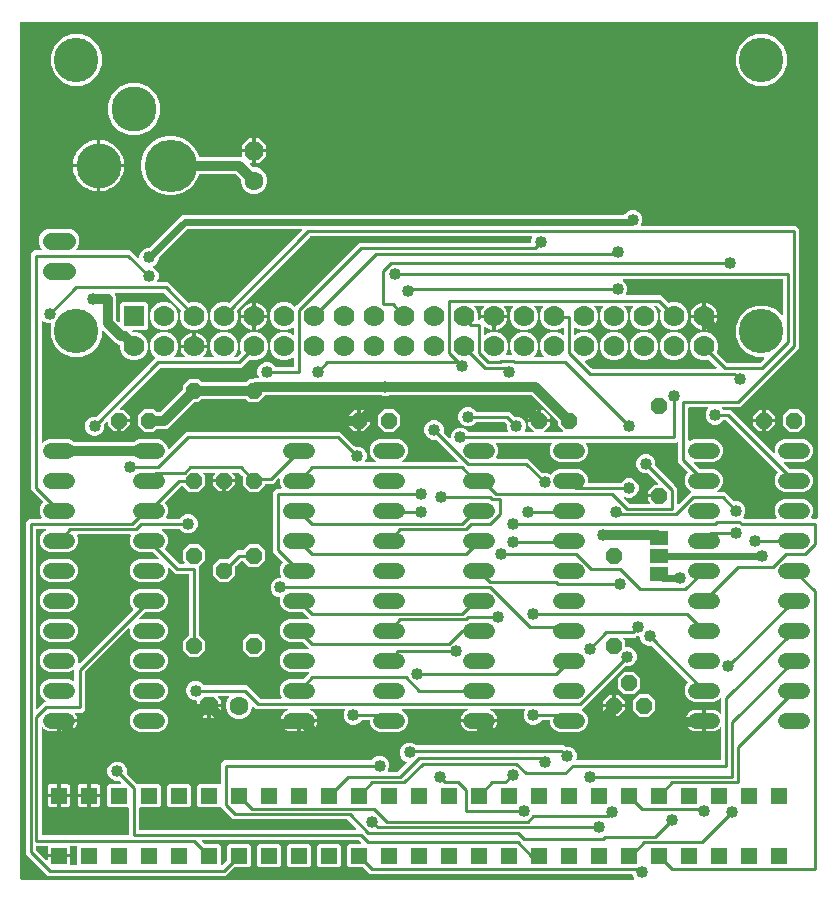
<source format=gbl>
G04 EAGLE Gerber RS-274X export*
G75*
%MOMM*%
%FSLAX34Y34*%
%LPD*%
%INBottom Copper*%
%IPPOS*%
%AMOC8*
5,1,8,0,0,1.08239X$1,22.5*%
G01*
%ADD10R,1.408000X1.408000*%
%ADD11P,1.429621X8X202.500000*%
%ADD12P,1.732040X8X202.500000*%
%ADD13C,1.600200*%
%ADD14R,1.778000X1.778000*%
%ADD15C,1.778000*%
%ADD16C,3.766000*%
%ADD17C,1.320800*%
%ADD18C,1.422400*%
%ADD19C,4.445000*%
%ADD20C,3.810000*%
%ADD21P,1.732040X8X112.500000*%
%ADD22P,1.429621X8X112.500000*%
%ADD23P,1.429621X8X292.500000*%
%ADD24R,1.600200X1.168400*%
%ADD25P,1.429621X8X22.500000*%
%ADD26C,0.254000*%
%ADD27C,1.016000*%
%ADD28C,0.812800*%
%ADD29C,0.609600*%

G36*
X524581Y5092D02*
X524581Y5092D01*
X524653Y5094D01*
X524702Y5112D01*
X524753Y5120D01*
X524817Y5154D01*
X524884Y5179D01*
X524925Y5211D01*
X524971Y5236D01*
X525020Y5287D01*
X525076Y5332D01*
X525104Y5376D01*
X525140Y5414D01*
X525170Y5479D01*
X525209Y5539D01*
X525222Y5590D01*
X525244Y5637D01*
X525252Y5708D01*
X525269Y5778D01*
X525265Y5830D01*
X525271Y5881D01*
X525256Y5952D01*
X525250Y6023D01*
X525230Y6071D01*
X525219Y6122D01*
X525182Y6183D01*
X525154Y6249D01*
X525109Y6305D01*
X525092Y6333D01*
X525075Y6348D01*
X525049Y6380D01*
X524921Y6508D01*
X523682Y9499D01*
X523621Y9599D01*
X523561Y9698D01*
X523556Y9702D01*
X523553Y9708D01*
X523462Y9783D01*
X523374Y9858D01*
X523368Y9861D01*
X523363Y9865D01*
X523255Y9906D01*
X523146Y9950D01*
X523138Y9951D01*
X523134Y9953D01*
X523115Y9954D01*
X522979Y9969D01*
X301424Y9969D01*
X296304Y15088D01*
X296230Y15141D01*
X296161Y15201D01*
X296131Y15213D01*
X296104Y15232D01*
X296017Y15259D01*
X295933Y15293D01*
X295892Y15297D01*
X295869Y15304D01*
X295837Y15303D01*
X295766Y15311D01*
X283797Y15311D01*
X282011Y17097D01*
X282011Y33703D01*
X283797Y35489D01*
X293116Y35489D01*
X293187Y35500D01*
X293258Y35502D01*
X293307Y35520D01*
X293359Y35528D01*
X293422Y35562D01*
X293489Y35587D01*
X293530Y35619D01*
X293576Y35644D01*
X293625Y35696D01*
X293681Y35740D01*
X293710Y35784D01*
X293745Y35822D01*
X293776Y35887D01*
X293814Y35947D01*
X293827Y35998D01*
X293849Y36045D01*
X293857Y36116D01*
X293874Y36186D01*
X293870Y36238D01*
X293876Y36289D01*
X293861Y36360D01*
X293855Y36431D01*
X293835Y36479D01*
X293824Y36530D01*
X293787Y36591D01*
X293759Y36657D01*
X293714Y36713D01*
X293698Y36741D01*
X293680Y36756D01*
X293654Y36788D01*
X292122Y38321D01*
X292048Y38374D01*
X291978Y38433D01*
X291948Y38445D01*
X291922Y38464D01*
X291835Y38491D01*
X291750Y38525D01*
X291709Y38530D01*
X291687Y38537D01*
X291655Y38536D01*
X291583Y38544D01*
X159902Y38544D01*
X159831Y38532D01*
X159759Y38530D01*
X159710Y38512D01*
X159659Y38504D01*
X159596Y38470D01*
X159528Y38446D01*
X159488Y38413D01*
X159442Y38389D01*
X159392Y38337D01*
X159336Y38292D01*
X159308Y38248D01*
X159272Y38211D01*
X159242Y38146D01*
X159203Y38085D01*
X159190Y38035D01*
X159169Y37988D01*
X159161Y37916D01*
X159143Y37847D01*
X159147Y37795D01*
X159141Y37743D01*
X159157Y37673D01*
X159162Y37602D01*
X159183Y37554D01*
X159194Y37503D01*
X159230Y37441D01*
X159259Y37375D01*
X159303Y37319D01*
X159320Y37292D01*
X159338Y37276D01*
X159363Y37244D01*
X160896Y35712D01*
X160970Y35659D01*
X161039Y35599D01*
X161069Y35587D01*
X161096Y35568D01*
X161183Y35541D01*
X161267Y35507D01*
X161308Y35503D01*
X161331Y35496D01*
X161363Y35497D01*
X161434Y35489D01*
X173403Y35489D01*
X175189Y33703D01*
X175189Y18034D01*
X175200Y17963D01*
X175202Y17892D01*
X175220Y17843D01*
X175228Y17791D01*
X175262Y17728D01*
X175287Y17661D01*
X175319Y17620D01*
X175344Y17574D01*
X175395Y17525D01*
X175440Y17469D01*
X175484Y17440D01*
X175522Y17405D01*
X175587Y17374D01*
X175647Y17336D01*
X175698Y17323D01*
X175745Y17301D01*
X175816Y17293D01*
X175886Y17276D01*
X175938Y17280D01*
X175989Y17274D01*
X176060Y17289D01*
X176131Y17295D01*
X176179Y17315D01*
X176230Y17326D01*
X176291Y17363D01*
X176357Y17391D01*
X176413Y17436D01*
X176441Y17452D01*
X176456Y17470D01*
X176488Y17496D01*
X180188Y21196D01*
X180241Y21270D01*
X180301Y21339D01*
X180313Y21369D01*
X180332Y21396D01*
X180359Y21483D01*
X180393Y21567D01*
X180397Y21608D01*
X180404Y21631D01*
X180403Y21663D01*
X180411Y21734D01*
X180411Y33703D01*
X182197Y35489D01*
X198803Y35489D01*
X200589Y33703D01*
X200589Y17097D01*
X198803Y15311D01*
X186834Y15311D01*
X186744Y15297D01*
X186653Y15289D01*
X186623Y15277D01*
X186591Y15272D01*
X186511Y15229D01*
X186427Y15193D01*
X186395Y15167D01*
X186374Y15156D01*
X186352Y15133D01*
X186296Y15088D01*
X182342Y11134D01*
X179589Y8381D01*
X28374Y8381D01*
X9969Y26786D01*
X9969Y308176D01*
X12499Y310706D01*
X22801Y310706D01*
X22872Y310718D01*
X22943Y310720D01*
X22992Y310738D01*
X23044Y310746D01*
X23107Y310780D01*
X23174Y310804D01*
X23215Y310837D01*
X23261Y310861D01*
X23310Y310913D01*
X23366Y310958D01*
X23395Y311002D01*
X23430Y311039D01*
X23461Y311104D01*
X23499Y311165D01*
X23512Y311215D01*
X23534Y311262D01*
X23542Y311334D01*
X23559Y311403D01*
X23555Y311455D01*
X23561Y311507D01*
X23546Y311577D01*
X23540Y311649D01*
X23520Y311696D01*
X23509Y311747D01*
X23472Y311809D01*
X23444Y311875D01*
X23399Y311931D01*
X23383Y311958D01*
X23365Y311974D01*
X23339Y312006D01*
X23313Y312032D01*
X21843Y315580D01*
X21843Y319420D01*
X23313Y322968D01*
X24380Y324035D01*
X24392Y324052D01*
X24408Y324064D01*
X24464Y324151D01*
X24524Y324235D01*
X24530Y324254D01*
X24541Y324271D01*
X24566Y324371D01*
X24596Y324470D01*
X24596Y324490D01*
X24601Y324509D01*
X24593Y324612D01*
X24590Y324716D01*
X24583Y324735D01*
X24582Y324755D01*
X24541Y324850D01*
X24506Y324947D01*
X24493Y324963D01*
X24485Y324981D01*
X24380Y325112D01*
X17484Y332008D01*
X14731Y334761D01*
X14731Y535189D01*
X17261Y537719D01*
X23162Y537719D01*
X23233Y537730D01*
X23304Y537732D01*
X23353Y537750D01*
X23405Y537758D01*
X23468Y537792D01*
X23535Y537817D01*
X23576Y537849D01*
X23622Y537874D01*
X23671Y537926D01*
X23727Y537970D01*
X23756Y538014D01*
X23792Y538052D01*
X23822Y538117D01*
X23860Y538177D01*
X23873Y538228D01*
X23895Y538275D01*
X23903Y538346D01*
X23921Y538416D01*
X23916Y538468D01*
X23922Y538519D01*
X23907Y538590D01*
X23901Y538661D01*
X23881Y538709D01*
X23870Y538760D01*
X23833Y538821D01*
X23805Y538887D01*
X23760Y538943D01*
X23744Y538971D01*
X23726Y538986D01*
X23700Y539018D01*
X22374Y540344D01*
X20827Y544079D01*
X20827Y548121D01*
X22374Y551856D01*
X25232Y554714D01*
X28967Y556261D01*
X47233Y556261D01*
X50968Y554714D01*
X53826Y551856D01*
X55373Y548121D01*
X55373Y544079D01*
X53826Y540344D01*
X52500Y539018D01*
X52458Y538960D01*
X52408Y538908D01*
X52387Y538861D01*
X52356Y538819D01*
X52335Y538750D01*
X52305Y538685D01*
X52299Y538633D01*
X52284Y538583D01*
X52286Y538512D01*
X52278Y538441D01*
X52289Y538390D01*
X52290Y538338D01*
X52315Y538270D01*
X52330Y538200D01*
X52357Y538155D01*
X52375Y538107D01*
X52419Y538051D01*
X52456Y537989D01*
X52496Y537955D01*
X52528Y537915D01*
X52589Y537876D01*
X52643Y537829D01*
X52691Y537810D01*
X52735Y537782D01*
X52805Y537764D01*
X52871Y537737D01*
X52943Y537729D01*
X52974Y537721D01*
X52997Y537723D01*
X53038Y537719D01*
X98626Y537719D01*
X104872Y531473D01*
X104930Y531432D01*
X104982Y531382D01*
X105029Y531360D01*
X105071Y531330D01*
X105140Y531309D01*
X105205Y531279D01*
X105257Y531273D01*
X105307Y531257D01*
X105378Y531259D01*
X105449Y531251D01*
X105500Y531262D01*
X105552Y531264D01*
X105620Y531288D01*
X105690Y531304D01*
X105735Y531330D01*
X105783Y531348D01*
X105839Y531393D01*
X105901Y531430D01*
X105935Y531469D01*
X105975Y531502D01*
X106014Y531562D01*
X106061Y531617D01*
X106080Y531665D01*
X106108Y531709D01*
X106126Y531778D01*
X106153Y531845D01*
X106161Y531916D01*
X106169Y531947D01*
X106167Y531971D01*
X106171Y532012D01*
X106171Y533429D01*
X107409Y536417D01*
X109695Y538704D01*
X112683Y539941D01*
X113491Y539941D01*
X113581Y539956D01*
X113672Y539963D01*
X113702Y539976D01*
X113734Y539981D01*
X113815Y540024D01*
X113899Y540059D01*
X113931Y540085D01*
X113951Y540096D01*
X113974Y540119D01*
X114030Y540164D01*
X141009Y567144D01*
X143250Y568072D01*
X516573Y568072D01*
X516663Y568086D01*
X516754Y568094D01*
X516784Y568106D01*
X516816Y568111D01*
X516897Y568154D01*
X516980Y568190D01*
X517013Y568216D01*
X517033Y568227D01*
X517055Y568250D01*
X517111Y568295D01*
X519270Y570454D01*
X522258Y571691D01*
X525492Y571691D01*
X528480Y570454D01*
X530766Y568167D01*
X532004Y565179D01*
X532004Y561946D01*
X530953Y559409D01*
X530942Y559364D01*
X530923Y559322D01*
X530915Y559245D01*
X530897Y559169D01*
X530901Y559124D01*
X530896Y559078D01*
X530913Y559002D01*
X530920Y558924D01*
X530939Y558883D01*
X530948Y558838D01*
X530988Y558771D01*
X531020Y558700D01*
X531051Y558666D01*
X531074Y558627D01*
X531134Y558576D01*
X531186Y558519D01*
X531227Y558496D01*
X531261Y558467D01*
X531334Y558438D01*
X531402Y558400D01*
X531447Y558392D01*
X531490Y558375D01*
X531625Y558360D01*
X531644Y558356D01*
X531649Y558357D01*
X531656Y558356D01*
X662189Y558356D01*
X664719Y555826D01*
X664719Y455411D01*
X614564Y405256D01*
X600265Y405256D01*
X600194Y405245D01*
X600122Y405243D01*
X600073Y405225D01*
X600022Y405217D01*
X599959Y405183D01*
X599891Y405158D01*
X599851Y405126D01*
X599805Y405101D01*
X599755Y405049D01*
X599699Y405005D01*
X599671Y404961D01*
X599635Y404923D01*
X599605Y404858D01*
X599566Y404798D01*
X599554Y404747D01*
X599532Y404700D01*
X599524Y404629D01*
X599506Y404559D01*
X599510Y404507D01*
X599505Y404456D01*
X599520Y404385D01*
X599525Y404314D01*
X599546Y404266D01*
X599557Y404215D01*
X599594Y404154D01*
X599622Y404088D01*
X599667Y404032D01*
X599683Y404004D01*
X599701Y403989D01*
X599727Y403957D01*
X600679Y403004D01*
X600753Y402951D01*
X600822Y402892D01*
X600853Y402880D01*
X600879Y402861D01*
X600966Y402834D01*
X601051Y402800D01*
X601092Y402795D01*
X601114Y402788D01*
X601146Y402789D01*
X601217Y402781D01*
X606626Y402781D01*
X609379Y400028D01*
X642844Y366564D01*
X642902Y366522D01*
X642954Y366473D01*
X643001Y366451D01*
X643043Y366420D01*
X643112Y366399D01*
X643177Y366369D01*
X643229Y366363D01*
X643279Y366348D01*
X643350Y366350D01*
X643421Y366342D01*
X643472Y366353D01*
X643524Y366354D01*
X643592Y366379D01*
X643662Y366394D01*
X643707Y366421D01*
X643755Y366439D01*
X643811Y366484D01*
X643873Y366520D01*
X643907Y366560D01*
X643947Y366592D01*
X643986Y366653D01*
X644033Y366707D01*
X644052Y366756D01*
X644080Y366799D01*
X644098Y366869D01*
X644125Y366935D01*
X644133Y367007D01*
X644141Y367038D01*
X644139Y367061D01*
X644143Y367102D01*
X644143Y370220D01*
X645613Y373768D01*
X648328Y376483D01*
X651876Y377953D01*
X668924Y377953D01*
X672472Y376483D01*
X675187Y373768D01*
X676657Y370220D01*
X676657Y366380D01*
X675187Y362832D01*
X672472Y360117D01*
X668924Y358647D01*
X652598Y358647D01*
X652527Y358636D01*
X652456Y358634D01*
X652407Y358616D01*
X652355Y358608D01*
X652292Y358574D01*
X652225Y358549D01*
X652184Y358517D01*
X652138Y358492D01*
X652089Y358441D01*
X652033Y358396D01*
X652004Y358352D01*
X651969Y358314D01*
X651938Y358249D01*
X651900Y358189D01*
X651887Y358138D01*
X651865Y358091D01*
X651857Y358020D01*
X651840Y357950D01*
X651844Y357898D01*
X651838Y357847D01*
X651853Y357776D01*
X651859Y357705D01*
X651879Y357657D01*
X651890Y357606D01*
X651927Y357545D01*
X651955Y357479D01*
X652000Y357423D01*
X652016Y357395D01*
X652034Y357380D01*
X652060Y357348D01*
X656632Y352776D01*
X656706Y352723D01*
X656775Y352663D01*
X656805Y352651D01*
X656832Y352632D01*
X656919Y352605D01*
X657003Y352571D01*
X657044Y352567D01*
X657067Y352560D01*
X657099Y352561D01*
X657170Y352553D01*
X668924Y352553D01*
X672472Y351083D01*
X675187Y348368D01*
X676657Y344820D01*
X676657Y340980D01*
X675187Y337432D01*
X672472Y334717D01*
X668924Y333247D01*
X651876Y333247D01*
X648328Y334717D01*
X645613Y337432D01*
X644143Y340980D01*
X644143Y344820D01*
X645613Y348368D01*
X646680Y349435D01*
X646692Y349452D01*
X646708Y349464D01*
X646764Y349551D01*
X646824Y349635D01*
X646830Y349654D01*
X646841Y349671D01*
X646866Y349771D01*
X646896Y349870D01*
X646896Y349890D01*
X646901Y349909D01*
X646893Y350012D01*
X646890Y350116D01*
X646883Y350135D01*
X646882Y350155D01*
X646841Y350250D01*
X646806Y350347D01*
X646793Y350363D01*
X646785Y350381D01*
X646680Y350512D01*
X603272Y393921D01*
X603198Y393974D01*
X603128Y394033D01*
X603098Y394046D01*
X603072Y394064D01*
X602985Y394091D01*
X602900Y394125D01*
X602859Y394130D01*
X602837Y394137D01*
X602805Y394136D01*
X602733Y394144D01*
X601217Y394144D01*
X601127Y394129D01*
X601036Y394122D01*
X601007Y394109D01*
X600975Y394104D01*
X600894Y394061D01*
X600810Y394026D01*
X600778Y394000D01*
X600757Y393989D01*
X600735Y393966D01*
X600679Y393921D01*
X598330Y391571D01*
X595342Y390334D01*
X592108Y390334D01*
X589120Y391571D01*
X586834Y393858D01*
X585596Y396846D01*
X585596Y400079D01*
X586834Y403067D01*
X587723Y403957D01*
X587765Y404015D01*
X587815Y404067D01*
X587837Y404114D01*
X587867Y404156D01*
X587888Y404225D01*
X587918Y404290D01*
X587924Y404342D01*
X587939Y404392D01*
X587938Y404463D01*
X587945Y404534D01*
X587934Y404585D01*
X587933Y404637D01*
X587908Y404705D01*
X587893Y404775D01*
X587866Y404820D01*
X587849Y404868D01*
X587804Y404924D01*
X587767Y404986D01*
X587727Y405020D01*
X587695Y405060D01*
X587635Y405099D01*
X587580Y405146D01*
X587532Y405165D01*
X587488Y405193D01*
X587418Y405211D01*
X587352Y405238D01*
X587281Y405246D01*
X587249Y405254D01*
X587226Y405252D01*
X587185Y405256D01*
X571817Y405256D01*
X571798Y405253D01*
X571778Y405255D01*
X571677Y405233D01*
X571575Y405217D01*
X571557Y405207D01*
X571538Y405203D01*
X571449Y405150D01*
X571357Y405101D01*
X571344Y405087D01*
X571327Y405077D01*
X571259Y404998D01*
X571188Y404923D01*
X571180Y404905D01*
X571167Y404890D01*
X571128Y404794D01*
X571084Y404700D01*
X571082Y404680D01*
X571075Y404662D01*
X571056Y404495D01*
X571056Y377178D01*
X571064Y377133D01*
X571062Y377087D01*
X571083Y377012D01*
X571096Y376936D01*
X571117Y376895D01*
X571130Y376851D01*
X571175Y376787D01*
X571211Y376718D01*
X571244Y376687D01*
X571270Y376649D01*
X571333Y376603D01*
X571389Y376549D01*
X571431Y376530D01*
X571468Y376502D01*
X571542Y376478D01*
X571612Y376445D01*
X571658Y376440D01*
X571702Y376426D01*
X571780Y376427D01*
X571857Y376418D01*
X571902Y376428D01*
X571948Y376428D01*
X572079Y376467D01*
X572097Y376470D01*
X572102Y376473D01*
X572109Y376475D01*
X575676Y377953D01*
X592724Y377953D01*
X596272Y376483D01*
X598987Y373768D01*
X600457Y370220D01*
X600457Y366380D01*
X598987Y362832D01*
X596272Y360117D01*
X592724Y358647D01*
X576398Y358647D01*
X576327Y358636D01*
X576256Y358634D01*
X576207Y358616D01*
X576155Y358608D01*
X576092Y358574D01*
X576025Y358549D01*
X575984Y358517D01*
X575938Y358492D01*
X575889Y358441D01*
X575833Y358396D01*
X575804Y358352D01*
X575769Y358314D01*
X575738Y358249D01*
X575700Y358189D01*
X575687Y358138D01*
X575665Y358091D01*
X575657Y358020D01*
X575640Y357950D01*
X575644Y357898D01*
X575638Y357847D01*
X575653Y357776D01*
X575659Y357705D01*
X575679Y357657D01*
X575690Y357606D01*
X575727Y357545D01*
X575755Y357479D01*
X575800Y357423D01*
X575816Y357395D01*
X575834Y357380D01*
X575860Y357348D01*
X580432Y352776D01*
X580506Y352723D01*
X580575Y352663D01*
X580605Y352651D01*
X580632Y352632D01*
X580719Y352605D01*
X580803Y352571D01*
X580844Y352567D01*
X580867Y352560D01*
X580899Y352561D01*
X580970Y352553D01*
X592724Y352553D01*
X596272Y351083D01*
X598987Y348368D01*
X600457Y344820D01*
X600457Y340980D01*
X598987Y337432D01*
X596272Y334717D01*
X595497Y334396D01*
X595414Y334344D01*
X595328Y334299D01*
X595310Y334280D01*
X595288Y334266D01*
X595225Y334191D01*
X595159Y334121D01*
X595148Y334097D01*
X595131Y334077D01*
X595096Y333986D01*
X595055Y333897D01*
X595052Y333871D01*
X595043Y333847D01*
X595039Y333750D01*
X595028Y333653D01*
X595033Y333628D01*
X595032Y333601D01*
X595059Y333508D01*
X595080Y333413D01*
X595094Y333390D01*
X595101Y333365D01*
X595156Y333285D01*
X595206Y333202D01*
X595226Y333185D01*
X595241Y333163D01*
X595319Y333105D01*
X595393Y333042D01*
X595418Y333032D01*
X595438Y333016D01*
X595531Y332986D01*
X595621Y332950D01*
X595654Y332946D01*
X595672Y332940D01*
X595705Y332940D01*
X595788Y332931D01*
X601864Y332931D01*
X608943Y325852D01*
X609017Y325799D01*
X609087Y325739D01*
X609117Y325727D01*
X609143Y325708D01*
X609230Y325681D01*
X609315Y325647D01*
X609356Y325643D01*
X609378Y325636D01*
X609410Y325637D01*
X609482Y325629D01*
X612804Y325629D01*
X615792Y324391D01*
X618079Y322105D01*
X619316Y319117D01*
X619316Y315883D01*
X618079Y312895D01*
X617352Y312169D01*
X617341Y312153D01*
X617325Y312141D01*
X617269Y312053D01*
X617209Y311969D01*
X617203Y311950D01*
X617192Y311934D01*
X617167Y311833D01*
X617137Y311734D01*
X617137Y311714D01*
X617132Y311695D01*
X617140Y311592D01*
X617143Y311489D01*
X617150Y311470D01*
X617151Y311450D01*
X617192Y311355D01*
X617227Y311257D01*
X617240Y311242D01*
X617248Y311224D01*
X617353Y311093D01*
X617516Y310929D01*
X617590Y310876D01*
X617659Y310817D01*
X617689Y310805D01*
X617716Y310786D01*
X617803Y310759D01*
X617887Y310725D01*
X617928Y310720D01*
X617951Y310713D01*
X617983Y310714D01*
X618054Y310706D01*
X645101Y310706D01*
X645172Y310718D01*
X645243Y310720D01*
X645292Y310738D01*
X645344Y310746D01*
X645407Y310780D01*
X645474Y310804D01*
X645515Y310837D01*
X645561Y310861D01*
X645610Y310913D01*
X645666Y310958D01*
X645695Y311002D01*
X645730Y311039D01*
X645761Y311104D01*
X645799Y311165D01*
X645812Y311215D01*
X645834Y311262D01*
X645842Y311334D01*
X645859Y311403D01*
X645855Y311455D01*
X645861Y311507D01*
X645846Y311577D01*
X645840Y311649D01*
X645820Y311696D01*
X645809Y311747D01*
X645772Y311809D01*
X645744Y311875D01*
X645699Y311931D01*
X645683Y311958D01*
X645665Y311974D01*
X645639Y312006D01*
X645613Y312032D01*
X644143Y315580D01*
X644143Y319420D01*
X645613Y322968D01*
X648328Y325683D01*
X651876Y327153D01*
X668924Y327153D01*
X672472Y325683D01*
X675187Y322968D01*
X676657Y319420D01*
X676657Y315580D01*
X675187Y312032D01*
X675161Y312006D01*
X675119Y311948D01*
X675070Y311896D01*
X675048Y311848D01*
X675017Y311806D01*
X674996Y311738D01*
X674966Y311672D01*
X674960Y311621D01*
X674945Y311571D01*
X674947Y311499D01*
X674939Y311428D01*
X674950Y311377D01*
X674951Y311325D01*
X674976Y311258D01*
X674991Y311188D01*
X675018Y311143D01*
X675036Y311094D01*
X675081Y311038D01*
X675117Y310977D01*
X675157Y310943D01*
X675189Y310902D01*
X675250Y310863D01*
X675304Y310817D01*
X675352Y310797D01*
X675396Y310769D01*
X675466Y310752D01*
X675532Y310725D01*
X675604Y310717D01*
X675635Y310709D01*
X675658Y310711D01*
X675699Y310706D01*
X679958Y310706D01*
X679978Y310709D01*
X679997Y310707D01*
X680099Y310729D01*
X680201Y310746D01*
X680218Y310755D01*
X680238Y310760D01*
X680327Y310813D01*
X680418Y310861D01*
X680432Y310875D01*
X680449Y310886D01*
X680516Y310964D01*
X680588Y311039D01*
X680596Y311057D01*
X680609Y311073D01*
X680648Y311169D01*
X680691Y311262D01*
X680693Y311282D01*
X680701Y311301D01*
X680719Y311467D01*
X680719Y730758D01*
X680716Y730778D01*
X680718Y730797D01*
X680696Y730899D01*
X680680Y731001D01*
X680670Y731018D01*
X680666Y731038D01*
X680613Y731127D01*
X680564Y731218D01*
X680550Y731232D01*
X680540Y731249D01*
X680461Y731316D01*
X680386Y731388D01*
X680368Y731396D01*
X680353Y731409D01*
X680257Y731448D01*
X680163Y731491D01*
X680143Y731493D01*
X680125Y731501D01*
X679958Y731519D01*
X5842Y731519D01*
X5822Y731516D01*
X5803Y731518D01*
X5701Y731496D01*
X5599Y731480D01*
X5582Y731470D01*
X5562Y731466D01*
X5473Y731413D01*
X5382Y731364D01*
X5368Y731350D01*
X5351Y731340D01*
X5284Y731261D01*
X5212Y731186D01*
X5204Y731168D01*
X5191Y731153D01*
X5152Y731057D01*
X5109Y730963D01*
X5107Y730943D01*
X5099Y730925D01*
X5081Y730758D01*
X5081Y5842D01*
X5084Y5822D01*
X5082Y5803D01*
X5104Y5701D01*
X5120Y5599D01*
X5130Y5582D01*
X5134Y5562D01*
X5187Y5473D01*
X5236Y5382D01*
X5250Y5368D01*
X5260Y5351D01*
X5339Y5284D01*
X5414Y5212D01*
X5432Y5204D01*
X5447Y5191D01*
X5543Y5152D01*
X5637Y5109D01*
X5657Y5107D01*
X5675Y5099D01*
X5842Y5081D01*
X524511Y5081D01*
X524581Y5092D01*
G37*
G36*
X96540Y42422D02*
X96540Y42422D01*
X96559Y42420D01*
X96661Y42442D01*
X96763Y42458D01*
X96780Y42468D01*
X96800Y42472D01*
X96889Y42525D01*
X96980Y42574D01*
X96994Y42588D01*
X97011Y42598D01*
X97078Y42677D01*
X97150Y42752D01*
X97158Y42770D01*
X97171Y42785D01*
X97210Y42881D01*
X97253Y42975D01*
X97255Y42995D01*
X97263Y43013D01*
X97281Y43180D01*
X97281Y65350D01*
X97278Y65370D01*
X97280Y65389D01*
X97258Y65491D01*
X97242Y65593D01*
X97232Y65610D01*
X97228Y65630D01*
X97175Y65719D01*
X97126Y65810D01*
X97112Y65824D01*
X97102Y65841D01*
X97023Y65908D01*
X96948Y65980D01*
X96930Y65988D01*
X96915Y66001D01*
X96819Y66040D01*
X96725Y66083D01*
X96705Y66085D01*
X96687Y66093D01*
X96520Y66111D01*
X80597Y66111D01*
X78811Y67897D01*
X78811Y84503D01*
X80597Y86289D01*
X89916Y86289D01*
X89987Y86300D01*
X90058Y86302D01*
X90107Y86320D01*
X90159Y86328D01*
X90222Y86362D01*
X90289Y86387D01*
X90330Y86419D01*
X90376Y86444D01*
X90425Y86496D01*
X90481Y86540D01*
X90509Y86584D01*
X90545Y86622D01*
X90576Y86687D01*
X90614Y86747D01*
X90627Y86798D01*
X90649Y86845D01*
X90657Y86916D01*
X90674Y86986D01*
X90670Y87038D01*
X90676Y87089D01*
X90661Y87160D01*
X90655Y87231D01*
X90635Y87279D01*
X90624Y87330D01*
X90587Y87391D01*
X90559Y87457D01*
X90514Y87513D01*
X90498Y87541D01*
X90480Y87556D01*
X90454Y87588D01*
X89557Y88486D01*
X89483Y88539D01*
X89413Y88598D01*
X89383Y88610D01*
X89357Y88629D01*
X89270Y88656D01*
X89185Y88690D01*
X89144Y88695D01*
X89122Y88702D01*
X89090Y88701D01*
X89018Y88709D01*
X85696Y88709D01*
X82708Y89946D01*
X80421Y92233D01*
X79184Y95221D01*
X79184Y98454D01*
X80421Y101442D01*
X82708Y103729D01*
X85696Y104966D01*
X88929Y104966D01*
X91917Y103729D01*
X94204Y101442D01*
X95441Y98454D01*
X95441Y95132D01*
X95456Y95042D01*
X95463Y94951D01*
X95476Y94921D01*
X95481Y94889D01*
X95524Y94808D01*
X95559Y94724D01*
X95585Y94692D01*
X95596Y94672D01*
X95619Y94649D01*
X95664Y94593D01*
X103166Y87092D01*
X104445Y85813D01*
X104461Y85801D01*
X104473Y85786D01*
X104560Y85730D01*
X104644Y85669D01*
X104664Y85663D01*
X104680Y85653D01*
X104781Y85627D01*
X104880Y85597D01*
X104899Y85597D01*
X104919Y85593D01*
X105022Y85601D01*
X105125Y85603D01*
X105144Y85610D01*
X105164Y85612D01*
X105259Y85652D01*
X105356Y85688D01*
X105372Y85700D01*
X105390Y85708D01*
X105521Y85813D01*
X105997Y86289D01*
X122603Y86289D01*
X124389Y84503D01*
X124389Y67897D01*
X122603Y66111D01*
X106680Y66111D01*
X106660Y66108D01*
X106641Y66110D01*
X106539Y66088D01*
X106437Y66072D01*
X106420Y66062D01*
X106400Y66058D01*
X106311Y66005D01*
X106220Y65956D01*
X106206Y65942D01*
X106189Y65932D01*
X106122Y65853D01*
X106050Y65778D01*
X106042Y65760D01*
X106029Y65745D01*
X105990Y65649D01*
X105947Y65555D01*
X105945Y65535D01*
X105937Y65517D01*
X105919Y65350D01*
X105919Y47942D01*
X105922Y47923D01*
X105920Y47903D01*
X105942Y47802D01*
X105958Y47700D01*
X105968Y47682D01*
X105972Y47663D01*
X106025Y47574D01*
X106074Y47482D01*
X106088Y47469D01*
X106098Y47452D01*
X106177Y47384D01*
X106252Y47313D01*
X106270Y47305D01*
X106285Y47292D01*
X106381Y47253D01*
X106475Y47209D01*
X106495Y47207D01*
X106513Y47200D01*
X106680Y47181D01*
X289361Y47181D01*
X289432Y47193D01*
X289503Y47195D01*
X289552Y47213D01*
X289604Y47221D01*
X289667Y47255D01*
X289734Y47279D01*
X289775Y47312D01*
X289821Y47336D01*
X289870Y47388D01*
X289926Y47433D01*
X289955Y47477D01*
X289990Y47514D01*
X290021Y47579D01*
X290059Y47640D01*
X290072Y47690D01*
X290094Y47737D01*
X290102Y47809D01*
X290119Y47878D01*
X290115Y47930D01*
X290121Y47982D01*
X290106Y48052D01*
X290100Y48123D01*
X290080Y48171D01*
X290069Y48222D01*
X290032Y48284D01*
X290004Y48350D01*
X289959Y48406D01*
X289943Y48433D01*
X289925Y48449D01*
X289899Y48481D01*
X282597Y55783D01*
X282523Y55836D01*
X282453Y55896D01*
X282423Y55908D01*
X282397Y55927D01*
X282310Y55954D01*
X282225Y55988D01*
X282184Y55992D01*
X282162Y55999D01*
X282130Y55998D01*
X282058Y56006D01*
X185536Y56006D01*
X177822Y63721D01*
X174955Y66587D01*
X174939Y66599D01*
X174927Y66614D01*
X174840Y66670D01*
X174756Y66731D01*
X174736Y66737D01*
X174720Y66747D01*
X174619Y66773D01*
X174520Y66803D01*
X174501Y66803D01*
X174481Y66807D01*
X174378Y66799D01*
X174275Y66797D01*
X174256Y66790D01*
X174236Y66788D01*
X174141Y66748D01*
X174044Y66712D01*
X174028Y66700D01*
X174010Y66692D01*
X173879Y66587D01*
X173403Y66111D01*
X156797Y66111D01*
X155011Y67897D01*
X155011Y84503D01*
X156797Y86289D01*
X173403Y86289D01*
X173769Y85922D01*
X173828Y85880D01*
X173879Y85831D01*
X173927Y85809D01*
X173969Y85779D01*
X174037Y85758D01*
X174103Y85727D01*
X174154Y85722D01*
X174204Y85706D01*
X174276Y85708D01*
X174347Y85700D01*
X174398Y85711D01*
X174450Y85713D01*
X174517Y85737D01*
X174587Y85753D01*
X174632Y85779D01*
X174681Y85797D01*
X174737Y85842D01*
X174798Y85879D01*
X174832Y85918D01*
X174873Y85951D01*
X174912Y86011D01*
X174958Y86066D01*
X174978Y86114D01*
X175006Y86158D01*
X175023Y86227D01*
X175050Y86294D01*
X175058Y86365D01*
X175066Y86396D01*
X175064Y86420D01*
X175069Y86461D01*
X175069Y103389D01*
X177599Y105919D01*
X302070Y105919D01*
X302160Y105933D01*
X302251Y105941D01*
X302281Y105953D01*
X302313Y105958D01*
X302394Y106001D01*
X302477Y106037D01*
X302510Y106063D01*
X302530Y106074D01*
X302552Y106097D01*
X302608Y106142D01*
X304958Y108491D01*
X307946Y109729D01*
X311179Y109729D01*
X314167Y108491D01*
X316454Y106205D01*
X317691Y103217D01*
X317691Y99983D01*
X316640Y97446D01*
X316632Y97410D01*
X316626Y97397D01*
X316625Y97392D01*
X316611Y97360D01*
X316602Y97283D01*
X316584Y97207D01*
X316589Y97161D01*
X316584Y97116D01*
X316600Y97039D01*
X316607Y96962D01*
X316626Y96920D01*
X316636Y96875D01*
X316676Y96808D01*
X316707Y96737D01*
X316738Y96703D01*
X316762Y96664D01*
X316821Y96613D01*
X316874Y96556D01*
X316914Y96534D01*
X316949Y96504D01*
X317021Y96475D01*
X317089Y96438D01*
X317134Y96429D01*
X317177Y96412D01*
X317313Y96397D01*
X317331Y96394D01*
X317336Y96395D01*
X317344Y96394D01*
X324921Y96394D01*
X325011Y96408D01*
X325102Y96416D01*
X325132Y96428D01*
X325164Y96433D01*
X325244Y96476D01*
X325328Y96512D01*
X325360Y96538D01*
X325381Y96549D01*
X325403Y96572D01*
X325459Y96617D01*
X332597Y103755D01*
X332624Y103792D01*
X332658Y103823D01*
X332695Y103891D01*
X332741Y103954D01*
X332754Y103998D01*
X332776Y104038D01*
X332790Y104115D01*
X332813Y104189D01*
X332812Y104235D01*
X332820Y104280D01*
X332809Y104357D01*
X332807Y104435D01*
X332791Y104478D01*
X332784Y104524D01*
X332749Y104593D01*
X332722Y104666D01*
X332693Y104702D01*
X332673Y104743D01*
X332617Y104798D01*
X332568Y104858D01*
X332530Y104883D01*
X332497Y104915D01*
X332377Y104981D01*
X332361Y104991D01*
X332357Y104993D01*
X332350Y104996D01*
X330358Y105821D01*
X328071Y108108D01*
X326834Y111096D01*
X326834Y114329D01*
X328071Y117317D01*
X330358Y119604D01*
X333346Y120841D01*
X336579Y120841D01*
X339567Y119604D01*
X340329Y118842D01*
X340403Y118789D01*
X340472Y118729D01*
X340503Y118717D01*
X340529Y118698D01*
X340616Y118671D01*
X340701Y118637D01*
X340742Y118633D01*
X340764Y118626D01*
X340796Y118627D01*
X340867Y118619D01*
X465339Y118619D01*
X466068Y117889D01*
X466142Y117836D01*
X466212Y117777D01*
X466242Y117764D01*
X466268Y117746D01*
X466355Y117719D01*
X466440Y117685D01*
X466481Y117680D01*
X466503Y117673D01*
X466535Y117674D01*
X466607Y117666D01*
X469929Y117666D01*
X472917Y116429D01*
X475204Y114142D01*
X476441Y111154D01*
X476441Y107921D01*
X476048Y106971D01*
X476038Y106927D01*
X476018Y106885D01*
X476010Y106808D01*
X475992Y106732D01*
X475996Y106686D01*
X475991Y106641D01*
X476008Y106564D01*
X476015Y106487D01*
X476034Y106445D01*
X476043Y106400D01*
X476083Y106333D01*
X476115Y106262D01*
X476146Y106228D01*
X476170Y106189D01*
X476229Y106138D01*
X476281Y106081D01*
X476322Y106059D01*
X476356Y106029D01*
X476429Y106000D01*
X476497Y105963D01*
X476542Y105954D01*
X476585Y105937D01*
X476721Y105922D01*
X476739Y105919D01*
X476744Y105920D01*
X476751Y105919D01*
X598170Y105919D01*
X598190Y105922D01*
X598209Y105920D01*
X598311Y105942D01*
X598413Y105958D01*
X598430Y105968D01*
X598450Y105972D01*
X598539Y106025D01*
X598630Y106074D01*
X598644Y106088D01*
X598661Y106098D01*
X598728Y106177D01*
X598800Y106252D01*
X598808Y106270D01*
X598821Y106285D01*
X598860Y106381D01*
X598903Y106475D01*
X598905Y106495D01*
X598913Y106513D01*
X598931Y106680D01*
X598931Y133057D01*
X598920Y133128D01*
X598918Y133199D01*
X598900Y133248D01*
X598892Y133300D01*
X598858Y133363D01*
X598833Y133430D01*
X598801Y133471D01*
X598776Y133517D01*
X598724Y133566D01*
X598680Y133622D01*
X598636Y133650D01*
X598598Y133686D01*
X598533Y133717D01*
X598473Y133755D01*
X598422Y133768D01*
X598375Y133790D01*
X598304Y133798D01*
X598234Y133815D01*
X598182Y133811D01*
X598131Y133817D01*
X598060Y133802D01*
X597989Y133796D01*
X597941Y133776D01*
X597890Y133765D01*
X597829Y133728D01*
X597763Y133700D01*
X597707Y133655D01*
X597679Y133639D01*
X597664Y133621D01*
X597632Y133595D01*
X596634Y132597D01*
X595136Y131596D01*
X593471Y130907D01*
X591705Y130555D01*
X585723Y130555D01*
X585723Y138938D01*
X585720Y138958D01*
X585722Y138977D01*
X585700Y139079D01*
X585683Y139181D01*
X585674Y139198D01*
X585670Y139218D01*
X585617Y139307D01*
X585568Y139398D01*
X585554Y139412D01*
X585544Y139429D01*
X585465Y139496D01*
X585390Y139567D01*
X585372Y139576D01*
X585357Y139589D01*
X585261Y139627D01*
X585167Y139671D01*
X585147Y139673D01*
X585129Y139681D01*
X584962Y139699D01*
X584199Y139699D01*
X584199Y139701D01*
X584962Y139701D01*
X584982Y139704D01*
X585001Y139702D01*
X585103Y139724D01*
X585205Y139741D01*
X585222Y139750D01*
X585242Y139754D01*
X585331Y139807D01*
X585422Y139856D01*
X585436Y139870D01*
X585453Y139880D01*
X585520Y139959D01*
X585591Y140034D01*
X585600Y140052D01*
X585613Y140067D01*
X585652Y140163D01*
X585695Y140257D01*
X585697Y140277D01*
X585705Y140295D01*
X585723Y140462D01*
X585723Y148845D01*
X591705Y148845D01*
X593471Y148493D01*
X595136Y147804D01*
X596634Y146803D01*
X597632Y145805D01*
X597690Y145763D01*
X597742Y145714D01*
X597789Y145692D01*
X597831Y145661D01*
X597900Y145640D01*
X597965Y145610D01*
X598017Y145604D01*
X598067Y145589D01*
X598138Y145591D01*
X598209Y145583D01*
X598260Y145594D01*
X598312Y145595D01*
X598380Y145620D01*
X598450Y145635D01*
X598495Y145662D01*
X598543Y145680D01*
X598599Y145725D01*
X598661Y145761D01*
X598695Y145801D01*
X598735Y145833D01*
X598774Y145894D01*
X598821Y145948D01*
X598840Y145997D01*
X598868Y146040D01*
X598886Y146110D01*
X598913Y146176D01*
X598921Y146248D01*
X598929Y146279D01*
X598927Y146302D01*
X598931Y146343D01*
X598931Y157738D01*
X598920Y157809D01*
X598918Y157881D01*
X598900Y157930D01*
X598892Y157981D01*
X598858Y158045D01*
X598833Y158112D01*
X598801Y158153D01*
X598776Y158199D01*
X598724Y158248D01*
X598680Y158304D01*
X598636Y158332D01*
X598598Y158368D01*
X598533Y158398D01*
X598473Y158437D01*
X598422Y158450D01*
X598375Y158472D01*
X598304Y158479D01*
X598234Y158497D01*
X598182Y158493D01*
X598131Y158499D01*
X598060Y158483D01*
X597989Y158478D01*
X597941Y158458D01*
X597890Y158446D01*
X597829Y158410D01*
X597763Y158382D01*
X597707Y158337D01*
X597679Y158320D01*
X597664Y158302D01*
X597632Y158277D01*
X596272Y156917D01*
X592724Y155447D01*
X575676Y155447D01*
X572128Y156917D01*
X569413Y159632D01*
X567943Y163180D01*
X567943Y167020D01*
X569413Y170568D01*
X570480Y171635D01*
X570492Y171652D01*
X570508Y171664D01*
X570564Y171751D01*
X570624Y171835D01*
X570630Y171854D01*
X570641Y171871D01*
X570666Y171971D01*
X570696Y172070D01*
X570696Y172090D01*
X570701Y172109D01*
X570693Y172212D01*
X570690Y172316D01*
X570683Y172335D01*
X570682Y172355D01*
X570641Y172450D01*
X570606Y172547D01*
X570593Y172563D01*
X570585Y172581D01*
X570480Y172712D01*
X540407Y202786D01*
X540333Y202839D01*
X540263Y202898D01*
X540233Y202911D01*
X540207Y202929D01*
X540120Y202956D01*
X540035Y202990D01*
X539994Y202995D01*
X539972Y203002D01*
X539940Y203001D01*
X539868Y203009D01*
X536546Y203009D01*
X533558Y204246D01*
X531271Y206533D01*
X530034Y209521D01*
X530034Y210185D01*
X530031Y210205D01*
X530033Y210224D01*
X530011Y210326D01*
X529994Y210428D01*
X529985Y210445D01*
X529980Y210465D01*
X529927Y210554D01*
X529879Y210645D01*
X529865Y210659D01*
X529854Y210676D01*
X529776Y210743D01*
X529701Y210815D01*
X529683Y210823D01*
X529667Y210836D01*
X529571Y210875D01*
X529478Y210918D01*
X529458Y210920D01*
X529439Y210928D01*
X529273Y210946D01*
X526932Y210946D01*
X526842Y210932D01*
X526751Y210924D01*
X526721Y210912D01*
X526689Y210907D01*
X526608Y210864D01*
X526524Y210828D01*
X526492Y210802D01*
X526472Y210791D01*
X526449Y210768D01*
X526393Y210723D01*
X525664Y209994D01*
X516695Y209994D01*
X516624Y209982D01*
X516553Y209980D01*
X516504Y209962D01*
X516452Y209954D01*
X516389Y209920D01*
X516322Y209896D01*
X516281Y209863D01*
X516235Y209839D01*
X516186Y209787D01*
X516130Y209742D01*
X516101Y209698D01*
X516066Y209661D01*
X516035Y209596D01*
X515997Y209535D01*
X515984Y209485D01*
X515962Y209438D01*
X515954Y209366D01*
X515937Y209297D01*
X515941Y209245D01*
X515935Y209193D01*
X515950Y209123D01*
X515956Y209052D01*
X515976Y209004D01*
X515987Y208953D01*
X516024Y208891D01*
X516052Y208825D01*
X516097Y208769D01*
X516113Y208742D01*
X516131Y208726D01*
X516157Y208694D01*
X517653Y207198D01*
X517653Y202565D01*
X517656Y202545D01*
X517654Y202526D01*
X517676Y202424D01*
X517692Y202322D01*
X517702Y202305D01*
X517706Y202285D01*
X517759Y202196D01*
X517808Y202105D01*
X517822Y202091D01*
X517832Y202074D01*
X517911Y202007D01*
X517986Y201935D01*
X518004Y201927D01*
X518019Y201914D01*
X518115Y201875D01*
X518209Y201832D01*
X518229Y201830D01*
X518247Y201822D01*
X518414Y201804D01*
X520729Y201804D01*
X523717Y200566D01*
X526004Y198280D01*
X527241Y195292D01*
X527241Y192058D01*
X526004Y189070D01*
X523717Y186784D01*
X520729Y185546D01*
X517407Y185546D01*
X517317Y185532D01*
X517226Y185524D01*
X517196Y185512D01*
X517164Y185507D01*
X517083Y185464D01*
X516999Y185428D01*
X516967Y185402D01*
X516947Y185391D01*
X516924Y185368D01*
X516868Y185323D01*
X481104Y149559D01*
X481070Y149544D01*
X481051Y149526D01*
X481028Y149514D01*
X480961Y149443D01*
X480889Y149377D01*
X480877Y149355D01*
X480859Y149336D01*
X480818Y149247D01*
X480771Y149162D01*
X480766Y149136D01*
X480755Y149113D01*
X480744Y149016D01*
X480727Y148920D01*
X480731Y148894D01*
X480728Y148868D01*
X480749Y148773D01*
X480763Y148677D01*
X480775Y148653D01*
X480780Y148628D01*
X480830Y148544D01*
X480874Y148457D01*
X480893Y148439D01*
X480906Y148417D01*
X480980Y148353D01*
X481050Y148285D01*
X481078Y148269D01*
X481093Y148257D01*
X481124Y148244D01*
X481197Y148204D01*
X481972Y147883D01*
X484687Y145168D01*
X486157Y141620D01*
X486157Y137780D01*
X484687Y134232D01*
X481972Y131517D01*
X478424Y130047D01*
X461376Y130047D01*
X457828Y131517D01*
X455113Y134232D01*
X453643Y137780D01*
X453643Y139383D01*
X453640Y139402D01*
X453642Y139422D01*
X453620Y139523D01*
X453604Y139625D01*
X453594Y139643D01*
X453590Y139662D01*
X453537Y139751D01*
X453488Y139843D01*
X453474Y139856D01*
X453464Y139873D01*
X453385Y139941D01*
X453310Y140012D01*
X453292Y140020D01*
X453277Y140033D01*
X453181Y140072D01*
X453087Y140116D01*
X453067Y140118D01*
X453049Y140125D01*
X452882Y140144D01*
X447230Y140144D01*
X447140Y140129D01*
X447049Y140122D01*
X447019Y140109D01*
X446987Y140104D01*
X446906Y140061D01*
X446823Y140026D01*
X446790Y140000D01*
X446770Y139989D01*
X446748Y139966D01*
X446692Y139921D01*
X444342Y137571D01*
X441354Y136334D01*
X438121Y136334D01*
X435133Y137571D01*
X432846Y139858D01*
X431609Y142846D01*
X431609Y146079D01*
X432660Y148616D01*
X432670Y148661D01*
X432689Y148703D01*
X432698Y148780D01*
X432716Y148856D01*
X432711Y148901D01*
X432716Y148947D01*
X432700Y149023D01*
X432693Y149101D01*
X432674Y149142D01*
X432664Y149187D01*
X432624Y149254D01*
X432593Y149325D01*
X432562Y149359D01*
X432538Y149398D01*
X432479Y149449D01*
X432426Y149506D01*
X432386Y149529D01*
X432351Y149558D01*
X432279Y149587D01*
X432211Y149625D01*
X432166Y149633D01*
X432123Y149650D01*
X431987Y149665D01*
X431969Y149669D01*
X431964Y149668D01*
X431956Y149669D01*
X403961Y149669D01*
X403865Y149653D01*
X403768Y149644D01*
X403744Y149633D01*
X403718Y149629D01*
X403632Y149584D01*
X403543Y149544D01*
X403524Y149526D01*
X403501Y149514D01*
X403433Y149443D01*
X403362Y149377D01*
X403349Y149355D01*
X403331Y149336D01*
X403290Y149247D01*
X403243Y149162D01*
X403239Y149136D01*
X403228Y149113D01*
X403217Y149016D01*
X403200Y148920D01*
X403203Y148894D01*
X403200Y148868D01*
X403221Y148773D01*
X403235Y148677D01*
X403247Y148653D01*
X403253Y148628D01*
X403303Y148544D01*
X403347Y148457D01*
X403366Y148439D01*
X403379Y148417D01*
X403453Y148353D01*
X403522Y148285D01*
X403551Y148269D01*
X403566Y148257D01*
X403596Y148244D01*
X403669Y148204D01*
X404636Y147804D01*
X406134Y146803D01*
X407407Y145530D01*
X408408Y144032D01*
X409097Y142367D01*
X409325Y141223D01*
X394462Y141223D01*
X394442Y141220D01*
X394423Y141222D01*
X394321Y141200D01*
X394219Y141183D01*
X394202Y141174D01*
X394182Y141170D01*
X394093Y141117D01*
X394002Y141068D01*
X393988Y141054D01*
X393971Y141044D01*
X393904Y140965D01*
X393833Y140890D01*
X393824Y140872D01*
X393811Y140857D01*
X393773Y140761D01*
X393729Y140667D01*
X393727Y140647D01*
X393719Y140629D01*
X393701Y140462D01*
X393701Y139699D01*
X393699Y139699D01*
X393699Y140462D01*
X393696Y140482D01*
X393698Y140501D01*
X393676Y140603D01*
X393659Y140705D01*
X393650Y140722D01*
X393646Y140742D01*
X393593Y140831D01*
X393544Y140922D01*
X393530Y140936D01*
X393520Y140953D01*
X393441Y141020D01*
X393366Y141091D01*
X393348Y141100D01*
X393333Y141113D01*
X393237Y141152D01*
X393143Y141195D01*
X393123Y141197D01*
X393105Y141205D01*
X392938Y141223D01*
X378075Y141223D01*
X378303Y142367D01*
X378992Y144032D01*
X379993Y145530D01*
X381266Y146803D01*
X382764Y147804D01*
X383731Y148204D01*
X383814Y148256D01*
X383899Y148301D01*
X383917Y148320D01*
X383940Y148334D01*
X384002Y148409D01*
X384069Y148479D01*
X384080Y148503D01*
X384097Y148523D01*
X384131Y148614D01*
X384172Y148703D01*
X384175Y148728D01*
X384185Y148753D01*
X384189Y148850D01*
X384200Y148947D01*
X384194Y148972D01*
X384195Y148999D01*
X384168Y149092D01*
X384147Y149187D01*
X384134Y149210D01*
X384127Y149235D01*
X384071Y149315D01*
X384021Y149398D01*
X384001Y149415D01*
X383986Y149437D01*
X383908Y149495D01*
X383834Y149558D01*
X383810Y149568D01*
X383789Y149584D01*
X383696Y149614D01*
X383606Y149650D01*
X383574Y149654D01*
X383555Y149660D01*
X383522Y149660D01*
X383439Y149669D01*
X329088Y149669D01*
X328992Y149653D01*
X328895Y149644D01*
X328871Y149633D01*
X328845Y149629D01*
X328759Y149584D01*
X328670Y149544D01*
X328651Y149526D01*
X328628Y149514D01*
X328561Y149443D01*
X328489Y149377D01*
X328477Y149355D01*
X328459Y149336D01*
X328418Y149247D01*
X328371Y149162D01*
X328366Y149136D01*
X328355Y149113D01*
X328344Y149016D01*
X328327Y148920D01*
X328331Y148894D01*
X328328Y148868D01*
X328349Y148773D01*
X328363Y148677D01*
X328375Y148653D01*
X328380Y148628D01*
X328430Y148544D01*
X328474Y148457D01*
X328493Y148439D01*
X328506Y148417D01*
X328580Y148353D01*
X328650Y148285D01*
X328678Y148269D01*
X328693Y148257D01*
X328724Y148244D01*
X328797Y148204D01*
X329572Y147883D01*
X332287Y145168D01*
X333757Y141620D01*
X333757Y137780D01*
X332287Y134232D01*
X329572Y131517D01*
X326024Y130047D01*
X308976Y130047D01*
X305428Y131517D01*
X302713Y134232D01*
X301243Y137780D01*
X301243Y139383D01*
X301240Y139402D01*
X301242Y139422D01*
X301220Y139523D01*
X301204Y139625D01*
X301194Y139643D01*
X301190Y139662D01*
X301137Y139751D01*
X301088Y139843D01*
X301074Y139856D01*
X301064Y139873D01*
X300985Y139941D01*
X300910Y140012D01*
X300892Y140020D01*
X300877Y140033D01*
X300781Y140072D01*
X300687Y140116D01*
X300667Y140118D01*
X300649Y140125D01*
X300482Y140144D01*
X294830Y140144D01*
X294740Y140129D01*
X294649Y140122D01*
X294619Y140109D01*
X294587Y140104D01*
X294506Y140061D01*
X294423Y140026D01*
X294390Y140000D01*
X294370Y139989D01*
X294348Y139966D01*
X294292Y139921D01*
X291942Y137571D01*
X288954Y136334D01*
X285721Y136334D01*
X282733Y137571D01*
X280446Y139858D01*
X279209Y142846D01*
X279209Y146079D01*
X280260Y148616D01*
X280270Y148661D01*
X280289Y148703D01*
X280298Y148780D01*
X280316Y148856D01*
X280311Y148901D01*
X280316Y148947D01*
X280300Y149023D01*
X280293Y149101D01*
X280274Y149142D01*
X280264Y149187D01*
X280224Y149254D01*
X280193Y149325D01*
X280162Y149359D01*
X280138Y149398D01*
X280079Y149449D01*
X280026Y149506D01*
X279986Y149529D01*
X279951Y149558D01*
X279879Y149587D01*
X279811Y149625D01*
X279766Y149633D01*
X279723Y149650D01*
X279587Y149665D01*
X279569Y149669D01*
X279564Y149668D01*
X279556Y149669D01*
X251561Y149669D01*
X251465Y149653D01*
X251368Y149644D01*
X251344Y149633D01*
X251318Y149629D01*
X251232Y149584D01*
X251143Y149544D01*
X251124Y149526D01*
X251101Y149514D01*
X251034Y149443D01*
X250962Y149377D01*
X250949Y149355D01*
X250931Y149336D01*
X250890Y149247D01*
X250843Y149162D01*
X250839Y149136D01*
X250828Y149113D01*
X250817Y149016D01*
X250799Y148920D01*
X250803Y148894D01*
X250800Y148868D01*
X250821Y148773D01*
X250835Y148677D01*
X250847Y148653D01*
X250853Y148628D01*
X250903Y148544D01*
X250947Y148457D01*
X250965Y148439D01*
X250979Y148417D01*
X251053Y148353D01*
X251122Y148285D01*
X251151Y148269D01*
X251166Y148257D01*
X251197Y148244D01*
X251269Y148204D01*
X252236Y147804D01*
X253734Y146803D01*
X255007Y145530D01*
X256008Y144032D01*
X256697Y142367D01*
X256925Y141223D01*
X242062Y141223D01*
X242042Y141220D01*
X242023Y141222D01*
X241921Y141200D01*
X241819Y141183D01*
X241802Y141174D01*
X241782Y141170D01*
X241693Y141117D01*
X241602Y141068D01*
X241588Y141054D01*
X241571Y141044D01*
X241504Y140965D01*
X241433Y140890D01*
X241424Y140872D01*
X241411Y140857D01*
X241373Y140761D01*
X241329Y140667D01*
X241327Y140647D01*
X241319Y140629D01*
X241301Y140462D01*
X241301Y139699D01*
X241299Y139699D01*
X241299Y140462D01*
X241296Y140482D01*
X241298Y140501D01*
X241276Y140603D01*
X241259Y140705D01*
X241250Y140722D01*
X241246Y140742D01*
X241193Y140831D01*
X241144Y140922D01*
X241130Y140936D01*
X241120Y140953D01*
X241041Y141020D01*
X240966Y141091D01*
X240948Y141100D01*
X240933Y141113D01*
X240837Y141152D01*
X240743Y141195D01*
X240723Y141197D01*
X240705Y141205D01*
X240538Y141223D01*
X225675Y141223D01*
X225903Y142367D01*
X226592Y144032D01*
X227593Y145530D01*
X228866Y146803D01*
X230364Y147804D01*
X231331Y148204D01*
X231414Y148256D01*
X231499Y148301D01*
X231517Y148320D01*
X231540Y148334D01*
X231602Y148409D01*
X231669Y148479D01*
X231680Y148503D01*
X231697Y148523D01*
X231731Y148614D01*
X231772Y148703D01*
X231775Y148728D01*
X231785Y148753D01*
X231789Y148850D01*
X231800Y148947D01*
X231794Y148972D01*
X231795Y148999D01*
X231768Y149092D01*
X231747Y149187D01*
X231734Y149210D01*
X231727Y149235D01*
X231671Y149315D01*
X231621Y149398D01*
X231601Y149415D01*
X231586Y149437D01*
X231508Y149495D01*
X231434Y149558D01*
X231410Y149568D01*
X231389Y149584D01*
X231296Y149614D01*
X231206Y149650D01*
X231174Y149654D01*
X231155Y149660D01*
X231122Y149660D01*
X231039Y149669D01*
X204586Y149669D01*
X202849Y151406D01*
X202791Y151447D01*
X202739Y151497D01*
X202692Y151519D01*
X202650Y151549D01*
X202581Y151570D01*
X202516Y151600D01*
X202464Y151606D01*
X202414Y151622D01*
X202343Y151620D01*
X202272Y151628D01*
X202221Y151617D01*
X202169Y151615D01*
X202101Y151591D01*
X202031Y151575D01*
X201986Y151549D01*
X201938Y151531D01*
X201882Y151486D01*
X201820Y151449D01*
X201786Y151410D01*
X201746Y151377D01*
X201707Y151317D01*
X201660Y151262D01*
X201641Y151214D01*
X201613Y151170D01*
X201595Y151101D01*
X201568Y151034D01*
X201560Y150963D01*
X201552Y150932D01*
X201554Y150908D01*
X201550Y150867D01*
X201550Y150202D01*
X199867Y146141D01*
X196759Y143033D01*
X192698Y141350D01*
X188302Y141350D01*
X184241Y143033D01*
X181133Y146141D01*
X179450Y150202D01*
X179450Y154598D01*
X181133Y158659D01*
X181955Y159482D01*
X181997Y159540D01*
X182046Y159592D01*
X182068Y159639D01*
X182099Y159681D01*
X182120Y159750D01*
X182150Y159815D01*
X182156Y159867D01*
X182171Y159917D01*
X182169Y159988D01*
X182177Y160059D01*
X182166Y160110D01*
X182165Y160162D01*
X182140Y160230D01*
X182125Y160300D01*
X182098Y160345D01*
X182080Y160393D01*
X182035Y160449D01*
X181999Y160511D01*
X181959Y160545D01*
X181926Y160585D01*
X181866Y160624D01*
X181812Y160671D01*
X181763Y160690D01*
X181720Y160718D01*
X181650Y160736D01*
X181584Y160763D01*
X181512Y160771D01*
X181481Y160779D01*
X181458Y160777D01*
X181417Y160781D01*
X173465Y160781D01*
X173394Y160770D01*
X173322Y160768D01*
X173273Y160750D01*
X173222Y160742D01*
X173159Y160708D01*
X173091Y160683D01*
X173051Y160651D01*
X173005Y160626D01*
X172955Y160574D01*
X172899Y160530D01*
X172871Y160486D01*
X172835Y160448D01*
X172805Y160383D01*
X172766Y160323D01*
X172754Y160272D01*
X172732Y160225D01*
X172724Y160154D01*
X172706Y160084D01*
X172710Y160032D01*
X172705Y159981D01*
X172720Y159910D01*
X172725Y159839D01*
X172746Y159791D01*
X172757Y159740D01*
X172794Y159679D01*
X172822Y159613D01*
X172866Y159557D01*
X172883Y159529D01*
X172901Y159514D01*
X172926Y159482D01*
X175642Y156767D01*
X175642Y153923D01*
X165862Y153923D01*
X165842Y153920D01*
X165823Y153922D01*
X165721Y153900D01*
X165619Y153883D01*
X165602Y153874D01*
X165582Y153870D01*
X165493Y153817D01*
X165402Y153768D01*
X165388Y153754D01*
X165371Y153744D01*
X165304Y153665D01*
X165233Y153590D01*
X165224Y153572D01*
X165211Y153557D01*
X165173Y153461D01*
X165129Y153367D01*
X165127Y153347D01*
X165119Y153329D01*
X165101Y153162D01*
X165101Y152399D01*
X165099Y152399D01*
X165099Y153162D01*
X165096Y153182D01*
X165098Y153201D01*
X165076Y153303D01*
X165059Y153405D01*
X165050Y153422D01*
X165046Y153442D01*
X164993Y153531D01*
X164944Y153622D01*
X164930Y153636D01*
X164920Y153653D01*
X164841Y153720D01*
X164766Y153791D01*
X164748Y153800D01*
X164733Y153813D01*
X164637Y153852D01*
X164543Y153895D01*
X164523Y153897D01*
X164505Y153905D01*
X164338Y153923D01*
X154558Y153923D01*
X154558Y156210D01*
X154555Y156230D01*
X154557Y156249D01*
X154535Y156351D01*
X154519Y156453D01*
X154509Y156470D01*
X154505Y156490D01*
X154452Y156579D01*
X154403Y156670D01*
X154389Y156684D01*
X154379Y156701D01*
X154300Y156768D01*
X154225Y156840D01*
X154207Y156848D01*
X154192Y156861D01*
X154096Y156900D01*
X154002Y156943D01*
X153982Y156945D01*
X153964Y156953D01*
X153797Y156971D01*
X152371Y156971D01*
X149383Y158209D01*
X147096Y160495D01*
X145859Y163483D01*
X145859Y166717D01*
X147096Y169705D01*
X149383Y171991D01*
X152371Y173229D01*
X155604Y173229D01*
X158592Y171991D01*
X160942Y169642D01*
X161016Y169589D01*
X161085Y169529D01*
X161115Y169517D01*
X161141Y169498D01*
X161228Y169471D01*
X161313Y169437D01*
X161354Y169433D01*
X161376Y169426D01*
X161409Y169427D01*
X161480Y169419D01*
X197051Y169419D01*
X207941Y158529D01*
X208015Y158476D01*
X208084Y158417D01*
X208114Y158404D01*
X208141Y158386D01*
X208228Y158359D01*
X208312Y158325D01*
X208353Y158320D01*
X208376Y158313D01*
X208408Y158314D01*
X208479Y158306D01*
X226001Y158306D01*
X226072Y158318D01*
X226143Y158320D01*
X226192Y158338D01*
X226244Y158346D01*
X226307Y158380D01*
X226374Y158404D01*
X226415Y158437D01*
X226461Y158461D01*
X226510Y158513D01*
X226566Y158558D01*
X226595Y158602D01*
X226630Y158639D01*
X226661Y158704D01*
X226699Y158765D01*
X226712Y158815D01*
X226734Y158862D01*
X226742Y158934D01*
X226759Y159003D01*
X226755Y159055D01*
X226761Y159107D01*
X226746Y159177D01*
X226740Y159249D01*
X226720Y159296D01*
X226709Y159347D01*
X226672Y159409D01*
X226644Y159475D01*
X226599Y159531D01*
X226583Y159558D01*
X226565Y159574D01*
X226539Y159606D01*
X226513Y159632D01*
X225043Y163180D01*
X225043Y167020D01*
X226513Y170568D01*
X229228Y173283D01*
X232776Y174753D01*
X244530Y174753D01*
X244620Y174767D01*
X244711Y174775D01*
X244741Y174787D01*
X244773Y174792D01*
X244853Y174835D01*
X244937Y174871D01*
X244969Y174897D01*
X244990Y174908D01*
X245012Y174931D01*
X245068Y174976D01*
X247871Y177778D01*
X249640Y179548D01*
X249682Y179606D01*
X249731Y179658D01*
X249753Y179705D01*
X249784Y179747D01*
X249805Y179816D01*
X249835Y179881D01*
X249841Y179933D01*
X249856Y179983D01*
X249854Y180054D01*
X249862Y180125D01*
X249851Y180176D01*
X249850Y180228D01*
X249825Y180296D01*
X249810Y180366D01*
X249783Y180411D01*
X249765Y180459D01*
X249720Y180515D01*
X249684Y180577D01*
X249644Y180611D01*
X249612Y180651D01*
X249551Y180690D01*
X249497Y180737D01*
X249448Y180756D01*
X249405Y180784D01*
X249335Y180802D01*
X249269Y180829D01*
X249197Y180837D01*
X249166Y180845D01*
X249143Y180843D01*
X249102Y180847D01*
X232776Y180847D01*
X229228Y182317D01*
X226513Y185032D01*
X225043Y188580D01*
X225043Y192420D01*
X226513Y195968D01*
X229228Y198683D01*
X232776Y200153D01*
X249102Y200153D01*
X249173Y200164D01*
X249244Y200166D01*
X249293Y200184D01*
X249345Y200192D01*
X249408Y200226D01*
X249475Y200251D01*
X249516Y200283D01*
X249562Y200308D01*
X249611Y200360D01*
X249667Y200404D01*
X249696Y200448D01*
X249731Y200486D01*
X249762Y200551D01*
X249800Y200611D01*
X249813Y200662D01*
X249835Y200709D01*
X249843Y200780D01*
X249860Y200850D01*
X249856Y200902D01*
X249862Y200953D01*
X249847Y201024D01*
X249841Y201095D01*
X249821Y201143D01*
X249810Y201194D01*
X249773Y201255D01*
X249745Y201321D01*
X249700Y201377D01*
X249684Y201405D01*
X249666Y201420D01*
X249640Y201452D01*
X247871Y203222D01*
X245068Y206024D01*
X244994Y206077D01*
X244925Y206137D01*
X244895Y206149D01*
X244868Y206168D01*
X244781Y206195D01*
X244697Y206229D01*
X244656Y206233D01*
X244633Y206240D01*
X244601Y206239D01*
X244530Y206247D01*
X232776Y206247D01*
X229228Y207717D01*
X226513Y210432D01*
X225043Y213980D01*
X225043Y217820D01*
X226513Y221368D01*
X229228Y224083D01*
X232776Y225553D01*
X249102Y225553D01*
X249173Y225564D01*
X249244Y225566D01*
X249293Y225584D01*
X249345Y225592D01*
X249408Y225626D01*
X249475Y225651D01*
X249516Y225683D01*
X249562Y225708D01*
X249611Y225760D01*
X249667Y225804D01*
X249696Y225848D01*
X249731Y225886D01*
X249762Y225951D01*
X249800Y226011D01*
X249813Y226062D01*
X249835Y226109D01*
X249843Y226180D01*
X249860Y226250D01*
X249856Y226302D01*
X249862Y226353D01*
X249847Y226424D01*
X249841Y226495D01*
X249821Y226543D01*
X249810Y226594D01*
X249773Y226655D01*
X249745Y226721D01*
X249700Y226777D01*
X249684Y226805D01*
X249666Y226820D01*
X249640Y226852D01*
X247871Y228622D01*
X245068Y231424D01*
X244994Y231477D01*
X244925Y231537D01*
X244895Y231549D01*
X244868Y231568D01*
X244781Y231595D01*
X244697Y231629D01*
X244656Y231633D01*
X244633Y231640D01*
X244601Y231639D01*
X244530Y231647D01*
X232776Y231647D01*
X229228Y233117D01*
X226513Y235832D01*
X225043Y239380D01*
X225043Y243220D01*
X225048Y243231D01*
X225058Y243276D01*
X225078Y243318D01*
X225086Y243395D01*
X225104Y243471D01*
X225100Y243516D01*
X225105Y243562D01*
X225088Y243638D01*
X225081Y243715D01*
X225062Y243757D01*
X225053Y243802D01*
X225013Y243869D01*
X224981Y243940D01*
X224950Y243974D01*
X224926Y244013D01*
X224867Y244064D01*
X224815Y244121D01*
X224774Y244143D01*
X224739Y244173D01*
X224667Y244202D01*
X224599Y244240D01*
X224554Y244248D01*
X224511Y244265D01*
X224376Y244280D01*
X224357Y244284D01*
X224352Y244283D01*
X224345Y244284D01*
X223808Y244284D01*
X220820Y245521D01*
X218534Y247808D01*
X217296Y250796D01*
X217296Y254029D01*
X218534Y257017D01*
X220820Y259304D01*
X223808Y260541D01*
X225660Y260541D01*
X225705Y260549D01*
X225751Y260547D01*
X225826Y260568D01*
X225902Y260581D01*
X225943Y260602D01*
X225987Y260615D01*
X226051Y260660D01*
X226120Y260696D01*
X226151Y260729D01*
X226189Y260756D01*
X226236Y260818D01*
X226289Y260874D01*
X226309Y260916D01*
X226336Y260953D01*
X226360Y261027D01*
X226393Y261097D01*
X226398Y261143D01*
X226412Y261187D01*
X226411Y261265D01*
X226420Y261342D01*
X226410Y261387D01*
X226410Y261433D01*
X226372Y261564D01*
X226368Y261582D01*
X226365Y261587D01*
X226363Y261594D01*
X225043Y264780D01*
X225043Y268620D01*
X226513Y272168D01*
X227580Y273235D01*
X227592Y273252D01*
X227608Y273264D01*
X227664Y273351D01*
X227724Y273435D01*
X227730Y273454D01*
X227741Y273471D01*
X227766Y273571D01*
X227796Y273670D01*
X227796Y273690D01*
X227801Y273709D01*
X227793Y273812D01*
X227790Y273916D01*
X227783Y273935D01*
X227782Y273955D01*
X227741Y274050D01*
X227706Y274147D01*
X227693Y274163D01*
X227685Y274181D01*
X227580Y274312D01*
X222272Y279621D01*
X219519Y282374D01*
X219519Y333576D01*
X222049Y336106D01*
X226001Y336106D01*
X226072Y336118D01*
X226143Y336120D01*
X226192Y336138D01*
X226244Y336146D01*
X226307Y336180D01*
X226374Y336204D01*
X226415Y336237D01*
X226461Y336261D01*
X226510Y336313D01*
X226566Y336358D01*
X226595Y336402D01*
X226630Y336439D01*
X226661Y336504D01*
X226699Y336565D01*
X226712Y336615D01*
X226734Y336662D01*
X226742Y336734D01*
X226759Y336803D01*
X226755Y336855D01*
X226761Y336907D01*
X226746Y336977D01*
X226740Y337049D01*
X226720Y337096D01*
X226709Y337147D01*
X226672Y337209D01*
X226644Y337275D01*
X226599Y337331D01*
X226583Y337358D01*
X226565Y337374D01*
X226539Y337406D01*
X226513Y337432D01*
X225043Y340980D01*
X225043Y344098D01*
X225032Y344169D01*
X225030Y344240D01*
X225012Y344289D01*
X225004Y344341D01*
X224970Y344404D01*
X224945Y344471D01*
X224913Y344512D01*
X224888Y344558D01*
X224836Y344607D01*
X224792Y344663D01*
X224748Y344692D01*
X224710Y344727D01*
X224645Y344758D01*
X224585Y344796D01*
X224534Y344809D01*
X224487Y344831D01*
X224416Y344839D01*
X224346Y344856D01*
X224294Y344852D01*
X224243Y344858D01*
X224172Y344843D01*
X224101Y344837D01*
X224053Y344817D01*
X224002Y344806D01*
X223941Y344769D01*
X223875Y344741D01*
X223819Y344696D01*
X223791Y344680D01*
X223776Y344662D01*
X223744Y344636D01*
X222029Y342922D01*
X219276Y340169D01*
X213614Y340169D01*
X213594Y340166D01*
X213575Y340168D01*
X213473Y340146D01*
X213371Y340129D01*
X213354Y340120D01*
X213334Y340115D01*
X213245Y340062D01*
X213154Y340014D01*
X213140Y340000D01*
X213123Y339989D01*
X213056Y339911D01*
X212984Y339836D01*
X212976Y339818D01*
X212963Y339802D01*
X212924Y339706D01*
X212881Y339613D01*
X212879Y339593D01*
X212871Y339574D01*
X212853Y339408D01*
X212853Y338902D01*
X207198Y333247D01*
X199202Y333247D01*
X193547Y338902D01*
X193547Y346130D01*
X193545Y346146D01*
X193546Y346160D01*
X193532Y346225D01*
X193525Y346311D01*
X193513Y346341D01*
X193508Y346373D01*
X193495Y346396D01*
X193494Y346401D01*
X193483Y346419D01*
X193465Y346453D01*
X193429Y346537D01*
X193403Y346569D01*
X193392Y346590D01*
X193369Y346612D01*
X193324Y346668D01*
X190522Y349471D01*
X190448Y349524D01*
X190378Y349583D01*
X190348Y349596D01*
X190322Y349614D01*
X190235Y349641D01*
X190150Y349675D01*
X190109Y349680D01*
X190087Y349687D01*
X190055Y349686D01*
X189983Y349694D01*
X185777Y349694D01*
X185706Y349682D01*
X185634Y349680D01*
X185585Y349662D01*
X185534Y349654D01*
X185471Y349620D01*
X185403Y349596D01*
X185363Y349563D01*
X185316Y349539D01*
X185267Y349487D01*
X185211Y349442D01*
X185183Y349398D01*
X185147Y349361D01*
X185117Y349296D01*
X185078Y349235D01*
X185065Y349185D01*
X185043Y349138D01*
X185036Y349066D01*
X185018Y348997D01*
X185022Y348945D01*
X185016Y348893D01*
X185032Y348823D01*
X185037Y348752D01*
X185058Y348704D01*
X185069Y348653D01*
X185105Y348591D01*
X185134Y348525D01*
X185178Y348469D01*
X185195Y348442D01*
X185213Y348426D01*
X185238Y348394D01*
X186945Y346688D01*
X186945Y344423D01*
X178562Y344423D01*
X178542Y344420D01*
X178523Y344422D01*
X178421Y344400D01*
X178319Y344383D01*
X178302Y344374D01*
X178282Y344370D01*
X178193Y344317D01*
X178102Y344268D01*
X178088Y344254D01*
X178071Y344244D01*
X178004Y344165D01*
X177933Y344090D01*
X177924Y344072D01*
X177911Y344057D01*
X177873Y343961D01*
X177829Y343867D01*
X177827Y343847D01*
X177819Y343829D01*
X177801Y343662D01*
X177801Y342899D01*
X177799Y342899D01*
X177799Y343662D01*
X177796Y343682D01*
X177798Y343701D01*
X177776Y343803D01*
X177759Y343905D01*
X177750Y343922D01*
X177746Y343942D01*
X177693Y344031D01*
X177644Y344122D01*
X177630Y344136D01*
X177620Y344153D01*
X177541Y344220D01*
X177466Y344291D01*
X177448Y344300D01*
X177433Y344313D01*
X177337Y344352D01*
X177243Y344395D01*
X177223Y344397D01*
X177205Y344405D01*
X177038Y344423D01*
X168655Y344423D01*
X168655Y346688D01*
X170362Y348394D01*
X170404Y348452D01*
X170453Y348504D01*
X170475Y348552D01*
X170505Y348594D01*
X170526Y348662D01*
X170557Y348728D01*
X170562Y348779D01*
X170578Y348829D01*
X170576Y348901D01*
X170584Y348972D01*
X170573Y349023D01*
X170571Y349075D01*
X170547Y349142D01*
X170531Y349212D01*
X170505Y349257D01*
X170487Y349306D01*
X170442Y349362D01*
X170405Y349423D01*
X170366Y349457D01*
X170333Y349498D01*
X170273Y349537D01*
X170218Y349583D01*
X170170Y349603D01*
X170126Y349631D01*
X170057Y349648D01*
X169990Y349675D01*
X169919Y349683D01*
X169888Y349691D01*
X169864Y349689D01*
X169823Y349694D01*
X161095Y349694D01*
X161024Y349682D01*
X160953Y349680D01*
X160904Y349662D01*
X160852Y349654D01*
X160789Y349620D01*
X160722Y349596D01*
X160681Y349563D01*
X160635Y349539D01*
X160586Y349487D01*
X160530Y349442D01*
X160501Y349398D01*
X160466Y349361D01*
X160435Y349296D01*
X160397Y349235D01*
X160384Y349185D01*
X160362Y349138D01*
X160354Y349066D01*
X160337Y348997D01*
X160341Y348945D01*
X160335Y348893D01*
X160350Y348823D01*
X160356Y348752D01*
X160376Y348704D01*
X160387Y348653D01*
X160424Y348591D01*
X160452Y348525D01*
X160497Y348469D01*
X160513Y348442D01*
X160531Y348426D01*
X160557Y348394D01*
X162053Y346898D01*
X162053Y338902D01*
X156398Y333247D01*
X148402Y333247D01*
X143291Y338358D01*
X143217Y338411D01*
X143147Y338471D01*
X143117Y338483D01*
X143091Y338502D01*
X143004Y338529D01*
X142919Y338563D01*
X142878Y338567D01*
X142856Y338574D01*
X142824Y338573D01*
X142752Y338581D01*
X141804Y338581D01*
X141714Y338567D01*
X141623Y338559D01*
X141593Y338547D01*
X141561Y338542D01*
X141481Y338499D01*
X141397Y338463D01*
X141365Y338437D01*
X141344Y338426D01*
X141322Y338403D01*
X141266Y338358D01*
X128020Y325112D01*
X128008Y325096D01*
X127992Y325083D01*
X127936Y324996D01*
X127876Y324912D01*
X127870Y324893D01*
X127859Y324876D01*
X127834Y324776D01*
X127804Y324677D01*
X127804Y324657D01*
X127799Y324638D01*
X127807Y324535D01*
X127810Y324431D01*
X127817Y324413D01*
X127818Y324393D01*
X127859Y324298D01*
X127894Y324200D01*
X127907Y324185D01*
X127915Y324166D01*
X128020Y324035D01*
X129087Y322968D01*
X130557Y319420D01*
X130557Y315580D01*
X129087Y312032D01*
X129061Y312006D01*
X129019Y311948D01*
X128970Y311896D01*
X128948Y311848D01*
X128917Y311806D01*
X128896Y311738D01*
X128866Y311672D01*
X128860Y311621D01*
X128845Y311571D01*
X128847Y311499D01*
X128839Y311428D01*
X128850Y311377D01*
X128851Y311325D01*
X128876Y311258D01*
X128891Y311188D01*
X128918Y311143D01*
X128936Y311094D01*
X128981Y311038D01*
X129017Y310977D01*
X129057Y310943D01*
X129089Y310902D01*
X129150Y310863D01*
X129204Y310817D01*
X129252Y310797D01*
X129296Y310769D01*
X129366Y310752D01*
X129432Y310725D01*
X129504Y310717D01*
X129535Y310709D01*
X129558Y310711D01*
X129599Y310706D01*
X140145Y310706D01*
X140235Y310721D01*
X140326Y310728D01*
X140356Y310741D01*
X140388Y310746D01*
X140469Y310789D01*
X140552Y310824D01*
X140585Y310850D01*
X140605Y310861D01*
X140627Y310884D01*
X140683Y310929D01*
X143033Y313279D01*
X146021Y314516D01*
X149254Y314516D01*
X152242Y313279D01*
X154529Y310992D01*
X155766Y308004D01*
X155766Y304771D01*
X154529Y301783D01*
X152242Y299496D01*
X149254Y298259D01*
X146021Y298259D01*
X143033Y299496D01*
X140683Y301846D01*
X140609Y301899D01*
X140540Y301958D01*
X140510Y301971D01*
X140484Y301989D01*
X140397Y302016D01*
X140312Y302050D01*
X140271Y302055D01*
X140249Y302062D01*
X140216Y302061D01*
X140145Y302069D01*
X125888Y302069D01*
X125792Y302053D01*
X125695Y302044D01*
X125671Y302033D01*
X125645Y302029D01*
X125559Y301984D01*
X125470Y301944D01*
X125451Y301926D01*
X125428Y301914D01*
X125361Y301843D01*
X125289Y301777D01*
X125277Y301755D01*
X125259Y301736D01*
X125218Y301647D01*
X125171Y301562D01*
X125166Y301536D01*
X125155Y301513D01*
X125144Y301416D01*
X125127Y301320D01*
X125131Y301294D01*
X125128Y301268D01*
X125149Y301173D01*
X125163Y301077D01*
X125175Y301053D01*
X125180Y301028D01*
X125230Y300944D01*
X125274Y300857D01*
X125293Y300839D01*
X125306Y300817D01*
X125380Y300753D01*
X125450Y300685D01*
X125478Y300669D01*
X125493Y300657D01*
X125524Y300644D01*
X125597Y300604D01*
X126372Y300283D01*
X129087Y297568D01*
X130557Y294020D01*
X130557Y290180D01*
X129087Y286632D01*
X128020Y285565D01*
X128008Y285548D01*
X127992Y285536D01*
X127936Y285449D01*
X127876Y285365D01*
X127870Y285346D01*
X127859Y285329D01*
X127834Y285229D01*
X127804Y285130D01*
X127804Y285110D01*
X127799Y285091D01*
X127807Y284988D01*
X127810Y284884D01*
X127817Y284865D01*
X127818Y284845D01*
X127859Y284750D01*
X127894Y284653D01*
X127907Y284637D01*
X127915Y284619D01*
X128020Y284488D01*
X139678Y272829D01*
X139752Y272776D01*
X139822Y272717D01*
X139852Y272704D01*
X139878Y272686D01*
X139965Y272659D01*
X140050Y272625D01*
X140091Y272620D01*
X140113Y272613D01*
X140145Y272614D01*
X140217Y272606D01*
X143705Y272606D01*
X143776Y272618D01*
X143847Y272620D01*
X143896Y272638D01*
X143948Y272646D01*
X144011Y272680D01*
X144078Y272704D01*
X144119Y272737D01*
X144165Y272761D01*
X144214Y272813D01*
X144270Y272858D01*
X144299Y272902D01*
X144334Y272939D01*
X144365Y273004D01*
X144403Y273065D01*
X144416Y273115D01*
X144438Y273162D01*
X144446Y273234D01*
X144463Y273303D01*
X144459Y273355D01*
X144465Y273407D01*
X144450Y273477D01*
X144444Y273548D01*
X144424Y273596D01*
X144413Y273647D01*
X144376Y273709D01*
X144348Y273775D01*
X144303Y273831D01*
X144287Y273858D01*
X144269Y273874D01*
X144243Y273906D01*
X142747Y275402D01*
X142747Y283398D01*
X148402Y289053D01*
X156398Y289053D01*
X162053Y283398D01*
X162053Y275402D01*
X156942Y270291D01*
X156889Y270217D01*
X156829Y270147D01*
X156817Y270117D01*
X156798Y270091D01*
X156771Y270004D01*
X156737Y269919D01*
X156733Y269878D01*
X156726Y269856D01*
X156727Y269824D01*
X156719Y269752D01*
X156719Y212848D01*
X156733Y212757D01*
X156741Y212667D01*
X156753Y212637D01*
X156758Y212605D01*
X156801Y212524D01*
X156837Y212440D01*
X156863Y212408D01*
X156874Y212387D01*
X156897Y212365D01*
X156942Y212309D01*
X162053Y207198D01*
X162053Y199202D01*
X156398Y193547D01*
X148402Y193547D01*
X142747Y199202D01*
X142747Y207198D01*
X147858Y212309D01*
X147911Y212383D01*
X147971Y212453D01*
X147983Y212483D01*
X148002Y212509D01*
X148029Y212596D01*
X148063Y212681D01*
X148067Y212722D01*
X148074Y212744D01*
X148073Y212776D01*
X148081Y212848D01*
X148081Y263208D01*
X148078Y263227D01*
X148080Y263247D01*
X148058Y263348D01*
X148042Y263450D01*
X148032Y263468D01*
X148028Y263487D01*
X147975Y263576D01*
X147926Y263668D01*
X147912Y263681D01*
X147902Y263698D01*
X147823Y263766D01*
X147748Y263837D01*
X147730Y263845D01*
X147715Y263858D01*
X147619Y263897D01*
X147525Y263941D01*
X147505Y263943D01*
X147487Y263950D01*
X147320Y263969D01*
X136324Y263969D01*
X131856Y268436D01*
X131798Y268478D01*
X131746Y268527D01*
X131699Y268549D01*
X131657Y268580D01*
X131588Y268601D01*
X131523Y268631D01*
X131471Y268637D01*
X131421Y268652D01*
X131350Y268650D01*
X131279Y268658D01*
X131228Y268647D01*
X131176Y268646D01*
X131108Y268621D01*
X131038Y268606D01*
X130993Y268579D01*
X130945Y268561D01*
X130889Y268516D01*
X130827Y268480D01*
X130793Y268440D01*
X130753Y268408D01*
X130714Y268347D01*
X130667Y268293D01*
X130648Y268244D01*
X130620Y268201D01*
X130602Y268131D01*
X130575Y268065D01*
X130567Y267993D01*
X130559Y267962D01*
X130561Y267939D01*
X130557Y267898D01*
X130557Y264780D01*
X129087Y261232D01*
X126372Y258517D01*
X122824Y257047D01*
X105776Y257047D01*
X102228Y258517D01*
X99513Y261232D01*
X98043Y264780D01*
X98043Y268620D01*
X99513Y272168D01*
X102228Y274883D01*
X105776Y276353D01*
X122102Y276353D01*
X122173Y276364D01*
X122244Y276366D01*
X122293Y276384D01*
X122345Y276392D01*
X122408Y276426D01*
X122475Y276451D01*
X122516Y276483D01*
X122562Y276508D01*
X122611Y276560D01*
X122667Y276604D01*
X122696Y276648D01*
X122731Y276686D01*
X122762Y276751D01*
X122800Y276811D01*
X122813Y276862D01*
X122835Y276909D01*
X122843Y276980D01*
X122860Y277050D01*
X122856Y277102D01*
X122862Y277153D01*
X122847Y277224D01*
X122841Y277295D01*
X122821Y277343D01*
X122810Y277394D01*
X122773Y277455D01*
X122745Y277521D01*
X122700Y277577D01*
X122684Y277605D01*
X122666Y277620D01*
X122640Y277652D01*
X118068Y282224D01*
X117994Y282277D01*
X117925Y282337D01*
X117895Y282349D01*
X117868Y282368D01*
X117781Y282395D01*
X117697Y282429D01*
X117656Y282433D01*
X117633Y282440D01*
X117601Y282439D01*
X117530Y282447D01*
X105776Y282447D01*
X102228Y283917D01*
X99513Y286632D01*
X98043Y290180D01*
X98043Y294020D01*
X98969Y296254D01*
X98979Y296298D01*
X98998Y296340D01*
X99007Y296417D01*
X99025Y296493D01*
X99020Y296539D01*
X99025Y296584D01*
X99009Y296661D01*
X99002Y296738D01*
X98983Y296780D01*
X98973Y296825D01*
X98933Y296892D01*
X98902Y296963D01*
X98871Y296997D01*
X98847Y297036D01*
X98788Y297087D01*
X98735Y297144D01*
X98695Y297166D01*
X98660Y297196D01*
X98588Y297225D01*
X98520Y297262D01*
X98475Y297271D01*
X98432Y297288D01*
X98296Y297303D01*
X98278Y297306D01*
X98273Y297305D01*
X98265Y297306D01*
X54135Y297306D01*
X54090Y297299D01*
X54044Y297301D01*
X53969Y297279D01*
X53892Y297267D01*
X53852Y297245D01*
X53807Y297232D01*
X53743Y297188D01*
X53675Y297151D01*
X53643Y297118D01*
X53605Y297092D01*
X53559Y297029D01*
X53505Y296973D01*
X53486Y296931D01*
X53459Y296895D01*
X53434Y296821D01*
X53402Y296750D01*
X53397Y296704D01*
X53382Y296661D01*
X53383Y296583D01*
X53375Y296506D01*
X53384Y296461D01*
X53385Y296415D01*
X53423Y296283D01*
X53427Y296265D01*
X53429Y296261D01*
X53432Y296254D01*
X54357Y294020D01*
X54357Y290180D01*
X52887Y286632D01*
X50172Y283917D01*
X46624Y282447D01*
X29576Y282447D01*
X26028Y283917D01*
X23313Y286632D01*
X21843Y290180D01*
X21843Y294020D01*
X23313Y297568D01*
X26028Y300283D01*
X26803Y300604D01*
X26886Y300656D01*
X26972Y300701D01*
X26990Y300720D01*
X27012Y300734D01*
X27074Y300809D01*
X27141Y300879D01*
X27152Y300903D01*
X27169Y300923D01*
X27204Y301014D01*
X27245Y301103D01*
X27248Y301128D01*
X27257Y301153D01*
X27261Y301250D01*
X27272Y301347D01*
X27267Y301372D01*
X27268Y301399D01*
X27241Y301492D01*
X27220Y301587D01*
X27206Y301610D01*
X27199Y301635D01*
X27144Y301715D01*
X27094Y301798D01*
X27074Y301815D01*
X27059Y301837D01*
X26981Y301895D01*
X26907Y301958D01*
X26883Y301968D01*
X26862Y301984D01*
X26769Y302014D01*
X26679Y302050D01*
X26646Y302054D01*
X26628Y302060D01*
X26595Y302060D01*
X26512Y302069D01*
X19367Y302069D01*
X19348Y302066D01*
X19328Y302068D01*
X19227Y302046D01*
X19125Y302029D01*
X19107Y302020D01*
X19088Y302015D01*
X18999Y301962D01*
X18907Y301914D01*
X18894Y301900D01*
X18877Y301889D01*
X18809Y301811D01*
X18738Y301736D01*
X18730Y301718D01*
X18717Y301702D01*
X18678Y301606D01*
X18634Y301513D01*
X18632Y301493D01*
X18625Y301474D01*
X18606Y301308D01*
X18606Y150377D01*
X18618Y150306D01*
X18620Y150234D01*
X18638Y150185D01*
X18646Y150134D01*
X18680Y150071D01*
X18704Y150003D01*
X18737Y149963D01*
X18761Y149917D01*
X18813Y149867D01*
X18858Y149811D01*
X18902Y149783D01*
X18939Y149747D01*
X19004Y149717D01*
X19065Y149678D01*
X19115Y149665D01*
X19162Y149644D01*
X19234Y149636D01*
X19303Y149618D01*
X19355Y149622D01*
X19407Y149616D01*
X19477Y149632D01*
X19548Y149637D01*
X19596Y149658D01*
X19647Y149669D01*
X19709Y149706D01*
X19775Y149734D01*
X19831Y149778D01*
X19858Y149795D01*
X19874Y149813D01*
X19906Y149838D01*
X25199Y155131D01*
X26512Y155131D01*
X26608Y155147D01*
X26705Y155156D01*
X26729Y155167D01*
X26755Y155171D01*
X26841Y155216D01*
X26930Y155256D01*
X26949Y155274D01*
X26972Y155286D01*
X27039Y155357D01*
X27111Y155423D01*
X27123Y155445D01*
X27141Y155464D01*
X27182Y155553D01*
X27229Y155638D01*
X27234Y155664D01*
X27245Y155687D01*
X27256Y155784D01*
X27273Y155880D01*
X27269Y155906D01*
X27272Y155932D01*
X27251Y156027D01*
X27237Y156123D01*
X27225Y156147D01*
X27220Y156172D01*
X27170Y156256D01*
X27126Y156343D01*
X27107Y156361D01*
X27094Y156383D01*
X27020Y156447D01*
X26950Y156515D01*
X26922Y156531D01*
X26907Y156543D01*
X26876Y156556D01*
X26803Y156596D01*
X26028Y156917D01*
X23313Y159632D01*
X21843Y163180D01*
X21843Y167020D01*
X23313Y170568D01*
X26028Y173283D01*
X29576Y174753D01*
X46624Y174753D01*
X50191Y173275D01*
X50236Y173265D01*
X50278Y173245D01*
X50355Y173237D01*
X50431Y173219D01*
X50476Y173223D01*
X50522Y173218D01*
X50598Y173235D01*
X50676Y173242D01*
X50717Y173261D01*
X50762Y173270D01*
X50829Y173310D01*
X50900Y173342D01*
X50934Y173373D01*
X50973Y173397D01*
X51024Y173456D01*
X51081Y173508D01*
X51104Y173549D01*
X51133Y173584D01*
X51162Y173656D01*
X51200Y173724D01*
X51208Y173769D01*
X51225Y173812D01*
X51240Y173948D01*
X51244Y173966D01*
X51243Y173971D01*
X51244Y173978D01*
X51244Y181622D01*
X51236Y181667D01*
X51238Y181713D01*
X51217Y181788D01*
X51204Y181864D01*
X51183Y181905D01*
X51170Y181949D01*
X51125Y182013D01*
X51089Y182082D01*
X51056Y182113D01*
X51030Y182151D01*
X50967Y182197D01*
X50911Y182251D01*
X50869Y182270D01*
X50832Y182298D01*
X50758Y182322D01*
X50688Y182355D01*
X50642Y182360D01*
X50598Y182374D01*
X50520Y182373D01*
X50443Y182382D01*
X50398Y182372D01*
X50352Y182372D01*
X50221Y182333D01*
X50203Y182330D01*
X50198Y182327D01*
X50191Y182325D01*
X46624Y180847D01*
X29576Y180847D01*
X26028Y182317D01*
X23313Y185032D01*
X21843Y188580D01*
X21843Y192420D01*
X23313Y195968D01*
X26028Y198683D01*
X29576Y200153D01*
X46624Y200153D01*
X50172Y198683D01*
X52887Y195968D01*
X54357Y192420D01*
X54357Y189302D01*
X54360Y189283D01*
X54358Y189264D01*
X54369Y189213D01*
X54370Y189160D01*
X54388Y189111D01*
X54396Y189059D01*
X54406Y189041D01*
X54410Y189023D01*
X54436Y188980D01*
X54455Y188929D01*
X54487Y188888D01*
X54512Y188842D01*
X54527Y188827D01*
X54536Y188812D01*
X54573Y188781D01*
X54608Y188737D01*
X54652Y188708D01*
X54690Y188673D01*
X54711Y188663D01*
X54723Y188652D01*
X54767Y188635D01*
X54815Y188604D01*
X54866Y188591D01*
X54913Y188569D01*
X54936Y188566D01*
X54951Y188560D01*
X55015Y188553D01*
X55054Y188544D01*
X55083Y188546D01*
X55118Y188542D01*
X55119Y188542D01*
X55134Y188544D01*
X55157Y188542D01*
X55228Y188557D01*
X55299Y188563D01*
X55332Y188577D01*
X55362Y188582D01*
X55377Y188590D01*
X55398Y188594D01*
X55459Y188631D01*
X55525Y188659D01*
X55559Y188686D01*
X55579Y188697D01*
X55592Y188710D01*
X55609Y188720D01*
X55624Y188738D01*
X55656Y188764D01*
X100580Y233688D01*
X100592Y233704D01*
X100608Y233717D01*
X100637Y233762D01*
X100662Y233789D01*
X100680Y233826D01*
X100724Y233888D01*
X100730Y233907D01*
X100741Y233924D01*
X100759Y233998D01*
X100766Y234012D01*
X100768Y234031D01*
X100796Y234123D01*
X100796Y234143D01*
X100801Y234162D01*
X100793Y234265D01*
X100790Y234369D01*
X100783Y234388D01*
X100782Y234407D01*
X100741Y234502D01*
X100706Y234600D01*
X100693Y234615D01*
X100685Y234634D01*
X100580Y234765D01*
X99513Y235832D01*
X98043Y239380D01*
X98043Y243220D01*
X99513Y246768D01*
X102228Y249483D01*
X105776Y250953D01*
X122824Y250953D01*
X126372Y249483D01*
X129087Y246768D01*
X130557Y243220D01*
X130557Y239380D01*
X129087Y235832D01*
X126372Y233117D01*
X122824Y231647D01*
X111070Y231647D01*
X110980Y231633D01*
X110889Y231625D01*
X110859Y231613D01*
X110827Y231608D01*
X110747Y231565D01*
X110663Y231529D01*
X110631Y231503D01*
X110610Y231492D01*
X110588Y231469D01*
X110532Y231424D01*
X105960Y226852D01*
X105918Y226794D01*
X105869Y226742D01*
X105847Y226695D01*
X105816Y226653D01*
X105795Y226584D01*
X105765Y226519D01*
X105759Y226467D01*
X105744Y226417D01*
X105746Y226346D01*
X105738Y226275D01*
X105749Y226224D01*
X105750Y226172D01*
X105775Y226104D01*
X105790Y226034D01*
X105817Y225990D01*
X105835Y225941D01*
X105880Y225885D01*
X105916Y225823D01*
X105956Y225789D01*
X105988Y225749D01*
X106049Y225710D01*
X106103Y225663D01*
X106152Y225644D01*
X106195Y225616D01*
X106265Y225598D01*
X106331Y225571D01*
X106403Y225563D01*
X106434Y225555D01*
X106457Y225557D01*
X106498Y225553D01*
X122824Y225553D01*
X126372Y224083D01*
X129087Y221368D01*
X130557Y217820D01*
X130557Y213980D01*
X129087Y210432D01*
X126372Y207717D01*
X122824Y206247D01*
X105776Y206247D01*
X102228Y207717D01*
X99513Y210432D01*
X98043Y213980D01*
X98043Y217098D01*
X98032Y217169D01*
X98030Y217240D01*
X98012Y217289D01*
X98004Y217341D01*
X97970Y217404D01*
X97945Y217471D01*
X97913Y217512D01*
X97888Y217558D01*
X97836Y217607D01*
X97792Y217663D01*
X97748Y217692D01*
X97710Y217727D01*
X97645Y217758D01*
X97585Y217796D01*
X97534Y217809D01*
X97487Y217831D01*
X97416Y217839D01*
X97346Y217856D01*
X97294Y217852D01*
X97243Y217858D01*
X97172Y217843D01*
X97101Y217837D01*
X97053Y217817D01*
X97002Y217806D01*
X96941Y217769D01*
X96875Y217741D01*
X96819Y217696D01*
X96791Y217680D01*
X96776Y217662D01*
X96744Y217636D01*
X60104Y180997D01*
X60051Y180923D01*
X59992Y180853D01*
X59979Y180823D01*
X59961Y180797D01*
X59934Y180710D01*
X59900Y180625D01*
X59895Y180584D01*
X59888Y180562D01*
X59889Y180530D01*
X59881Y180458D01*
X59881Y149024D01*
X57351Y146494D01*
X52587Y146494D01*
X52469Y146475D01*
X52350Y146456D01*
X52347Y146455D01*
X52344Y146454D01*
X52239Y146398D01*
X52132Y146343D01*
X52130Y146340D01*
X52127Y146339D01*
X52045Y146253D01*
X51961Y146166D01*
X51960Y146163D01*
X51958Y146161D01*
X51907Y146053D01*
X51856Y145943D01*
X51855Y145940D01*
X51854Y145938D01*
X51841Y145820D01*
X51826Y145699D01*
X51827Y145696D01*
X51827Y145693D01*
X51852Y145577D01*
X51877Y145458D01*
X51879Y145455D01*
X51879Y145453D01*
X51885Y145443D01*
X51954Y145310D01*
X52808Y144032D01*
X53497Y142367D01*
X53725Y141223D01*
X38862Y141223D01*
X38842Y141220D01*
X38823Y141222D01*
X38721Y141200D01*
X38619Y141183D01*
X38602Y141174D01*
X38582Y141170D01*
X38493Y141117D01*
X38402Y141068D01*
X38388Y141054D01*
X38371Y141044D01*
X38304Y140965D01*
X38233Y140890D01*
X38224Y140872D01*
X38211Y140857D01*
X38173Y140761D01*
X38129Y140667D01*
X38127Y140647D01*
X38119Y140629D01*
X38101Y140462D01*
X38101Y139699D01*
X37338Y139699D01*
X37318Y139696D01*
X37299Y139698D01*
X37197Y139676D01*
X37095Y139659D01*
X37078Y139650D01*
X37058Y139646D01*
X36969Y139593D01*
X36878Y139544D01*
X36864Y139530D01*
X36847Y139520D01*
X36780Y139441D01*
X36709Y139366D01*
X36700Y139348D01*
X36687Y139333D01*
X36648Y139237D01*
X36605Y139143D01*
X36603Y139123D01*
X36595Y139105D01*
X36577Y138938D01*
X36577Y130555D01*
X30595Y130555D01*
X28829Y130907D01*
X27164Y131596D01*
X25666Y132597D01*
X24668Y133595D01*
X24610Y133637D01*
X24558Y133686D01*
X24511Y133708D01*
X24469Y133739D01*
X24400Y133760D01*
X24335Y133790D01*
X24283Y133796D01*
X24233Y133811D01*
X24162Y133809D01*
X24091Y133817D01*
X24040Y133806D01*
X23988Y133805D01*
X23920Y133780D01*
X23850Y133765D01*
X23805Y133738D01*
X23757Y133720D01*
X23701Y133675D01*
X23639Y133639D01*
X23605Y133599D01*
X23565Y133567D01*
X23526Y133506D01*
X23479Y133452D01*
X23460Y133403D01*
X23432Y133360D01*
X23414Y133290D01*
X23387Y133224D01*
X23379Y133152D01*
X23371Y133121D01*
X23373Y133098D01*
X23369Y133057D01*
X23369Y43180D01*
X23372Y43160D01*
X23370Y43141D01*
X23392Y43039D01*
X23408Y42937D01*
X23418Y42920D01*
X23422Y42900D01*
X23475Y42811D01*
X23524Y42720D01*
X23538Y42706D01*
X23548Y42689D01*
X23627Y42622D01*
X23702Y42550D01*
X23720Y42542D01*
X23735Y42529D01*
X23831Y42490D01*
X23925Y42447D01*
X23945Y42445D01*
X23963Y42437D01*
X24130Y42419D01*
X96520Y42419D01*
X96540Y42422D01*
G37*
G36*
X306008Y358347D02*
X306008Y358347D01*
X306105Y358356D01*
X306129Y358367D01*
X306155Y358371D01*
X306241Y358416D01*
X306330Y358456D01*
X306349Y358474D01*
X306372Y358486D01*
X306439Y358557D01*
X306511Y358623D01*
X306523Y358645D01*
X306541Y358664D01*
X306582Y358753D01*
X306629Y358838D01*
X306634Y358864D01*
X306645Y358887D01*
X306656Y358984D01*
X306673Y359080D01*
X306669Y359106D01*
X306672Y359132D01*
X306651Y359227D01*
X306637Y359323D01*
X306625Y359347D01*
X306620Y359372D01*
X306570Y359456D01*
X306526Y359543D01*
X306507Y359561D01*
X306494Y359583D01*
X306420Y359647D01*
X306350Y359715D01*
X306322Y359731D01*
X306307Y359743D01*
X306276Y359756D01*
X306203Y359796D01*
X305428Y360117D01*
X302713Y362832D01*
X301243Y366380D01*
X301243Y370220D01*
X302713Y373768D01*
X305428Y376483D01*
X308976Y377953D01*
X326024Y377953D01*
X329572Y376483D01*
X332287Y373768D01*
X333757Y370220D01*
X333757Y366380D01*
X332287Y362832D01*
X329572Y360117D01*
X328797Y359796D01*
X328714Y359744D01*
X328628Y359699D01*
X328610Y359680D01*
X328588Y359666D01*
X328526Y359591D01*
X328459Y359521D01*
X328448Y359497D01*
X328431Y359477D01*
X328396Y359386D01*
X328355Y359297D01*
X328352Y359272D01*
X328343Y359247D01*
X328339Y359150D01*
X328328Y359053D01*
X328333Y359028D01*
X328332Y359001D01*
X328359Y358908D01*
X328380Y358813D01*
X328394Y358790D01*
X328401Y358765D01*
X328456Y358685D01*
X328506Y358602D01*
X328526Y358585D01*
X328541Y358563D01*
X328619Y358505D01*
X328693Y358442D01*
X328717Y358432D01*
X328738Y358416D01*
X328831Y358386D01*
X328921Y358350D01*
X328954Y358346D01*
X328972Y358340D01*
X329005Y358340D01*
X329088Y358331D01*
X375086Y358331D01*
X375157Y358343D01*
X375228Y358345D01*
X375277Y358363D01*
X375329Y358371D01*
X375392Y358405D01*
X375459Y358429D01*
X375500Y358462D01*
X375546Y358486D01*
X375595Y358538D01*
X375651Y358583D01*
X375680Y358627D01*
X375715Y358664D01*
X375746Y358729D01*
X375784Y358790D01*
X375797Y358840D01*
X375819Y358887D01*
X375827Y358959D01*
X375844Y359028D01*
X375840Y359080D01*
X375846Y359132D01*
X375831Y359202D01*
X375825Y359273D01*
X375805Y359321D01*
X375794Y359372D01*
X375757Y359434D01*
X375729Y359500D01*
X375684Y359556D01*
X375668Y359583D01*
X375650Y359599D01*
X375624Y359631D01*
X357844Y377411D01*
X357770Y377464D01*
X357701Y377523D01*
X357671Y377536D01*
X357644Y377554D01*
X357557Y377581D01*
X357473Y377615D01*
X357432Y377620D01*
X357409Y377627D01*
X357377Y377626D01*
X357306Y377634D01*
X353983Y377634D01*
X350995Y378871D01*
X348709Y381158D01*
X347471Y384146D01*
X347471Y387379D01*
X348709Y390367D01*
X350995Y392654D01*
X353983Y393891D01*
X357217Y393891D01*
X360205Y392654D01*
X362491Y390367D01*
X363729Y387379D01*
X363729Y384057D01*
X363743Y383967D01*
X363751Y383876D01*
X363763Y383846D01*
X363768Y383814D01*
X363811Y383733D01*
X363847Y383649D01*
X363873Y383617D01*
X363884Y383597D01*
X363907Y383574D01*
X363952Y383518D01*
X368397Y379073D01*
X368455Y379032D01*
X368507Y378982D01*
X368527Y378973D01*
X368536Y378965D01*
X368562Y378954D01*
X368596Y378930D01*
X368665Y378909D01*
X368730Y378879D01*
X368758Y378875D01*
X368764Y378873D01*
X368791Y378870D01*
X368832Y378857D01*
X368890Y378859D01*
X368931Y378854D01*
X368935Y378854D01*
X368940Y378855D01*
X368974Y378851D01*
X369025Y378862D01*
X369077Y378864D01*
X369145Y378888D01*
X369152Y378890D01*
X369178Y378894D01*
X369182Y378897D01*
X369215Y378904D01*
X369260Y378930D01*
X369308Y378948D01*
X369364Y378993D01*
X369395Y379009D01*
X369400Y379014D01*
X369426Y379030D01*
X369460Y379069D01*
X369500Y379102D01*
X369537Y379158D01*
X369565Y379188D01*
X369569Y379197D01*
X369586Y379217D01*
X369605Y379265D01*
X369633Y379309D01*
X369648Y379368D01*
X369668Y379411D01*
X369670Y379425D01*
X369678Y379445D01*
X369686Y379516D01*
X369694Y379547D01*
X369692Y379571D01*
X369696Y379612D01*
X369696Y381029D01*
X370934Y384017D01*
X373220Y386304D01*
X376208Y387541D01*
X379442Y387541D01*
X382430Y386304D01*
X384779Y383954D01*
X384853Y383901D01*
X384922Y383842D01*
X384953Y383829D01*
X384979Y383811D01*
X385066Y383784D01*
X385151Y383750D01*
X385192Y383745D01*
X385214Y383738D01*
X385246Y383739D01*
X385317Y383731D01*
X417669Y383731D01*
X417714Y383739D01*
X417760Y383737D01*
X417835Y383758D01*
X417911Y383771D01*
X417952Y383792D01*
X417996Y383805D01*
X418060Y383850D01*
X418129Y383886D01*
X418160Y383919D01*
X418198Y383945D01*
X418245Y384008D01*
X418298Y384064D01*
X418318Y384106D01*
X418345Y384143D01*
X418369Y384217D01*
X418402Y384287D01*
X418407Y384333D01*
X418421Y384377D01*
X418420Y384455D01*
X418429Y384532D01*
X418419Y384577D01*
X418419Y384623D01*
X418381Y384754D01*
X418377Y384772D01*
X418374Y384777D01*
X418372Y384784D01*
X417321Y387321D01*
X417321Y390643D01*
X417307Y390733D01*
X417299Y390824D01*
X417287Y390854D01*
X417282Y390886D01*
X417239Y390967D01*
X417203Y391051D01*
X417177Y391083D01*
X417166Y391103D01*
X417143Y391126D01*
X417098Y391182D01*
X415947Y392333D01*
X415873Y392386D01*
X415803Y392446D01*
X415773Y392458D01*
X415747Y392477D01*
X415660Y392504D01*
X415575Y392538D01*
X415534Y392542D01*
X415512Y392549D01*
X415480Y392548D01*
X415408Y392556D01*
X391667Y392556D01*
X391577Y392542D01*
X391486Y392534D01*
X391457Y392522D01*
X391425Y392517D01*
X391344Y392474D01*
X391260Y392438D01*
X391228Y392412D01*
X391207Y392401D01*
X391185Y392378D01*
X391129Y392333D01*
X388780Y389984D01*
X385792Y388746D01*
X382558Y388746D01*
X379570Y389984D01*
X377284Y392270D01*
X376046Y395258D01*
X376046Y398492D01*
X377284Y401480D01*
X379570Y403766D01*
X382558Y405004D01*
X385792Y405004D01*
X388780Y403766D01*
X391129Y401417D01*
X391203Y401364D01*
X391272Y401304D01*
X391303Y401292D01*
X391329Y401273D01*
X391416Y401246D01*
X391501Y401212D01*
X391542Y401208D01*
X391564Y401201D01*
X391596Y401202D01*
X391667Y401194D01*
X419301Y401194D01*
X423206Y397289D01*
X423280Y397236D01*
X423349Y397177D01*
X423379Y397164D01*
X423406Y397146D01*
X423493Y397119D01*
X423577Y397085D01*
X423618Y397080D01*
X423641Y397073D01*
X423673Y397074D01*
X423744Y397066D01*
X427067Y397066D01*
X430055Y395829D01*
X432341Y393542D01*
X433579Y390554D01*
X433579Y387321D01*
X432528Y384784D01*
X432517Y384739D01*
X432498Y384697D01*
X432490Y384620D01*
X432472Y384544D01*
X432476Y384499D01*
X432471Y384453D01*
X432488Y384377D01*
X432495Y384299D01*
X432514Y384258D01*
X432523Y384213D01*
X432563Y384146D01*
X432595Y384075D01*
X432626Y384041D01*
X432649Y384002D01*
X432709Y383951D01*
X432761Y383894D01*
X432802Y383871D01*
X432836Y383842D01*
X432909Y383813D01*
X432977Y383775D01*
X433022Y383767D01*
X433065Y383750D01*
X433200Y383735D01*
X433219Y383731D01*
X433224Y383732D01*
X433231Y383731D01*
X439698Y383731D01*
X439769Y383743D01*
X439841Y383745D01*
X439890Y383763D01*
X439941Y383771D01*
X440004Y383805D01*
X440072Y383829D01*
X440112Y383862D01*
X440159Y383886D01*
X440208Y383938D01*
X440264Y383983D01*
X440292Y384027D01*
X440328Y384064D01*
X440358Y384129D01*
X440397Y384190D01*
X440410Y384240D01*
X440432Y384287D01*
X440439Y384359D01*
X440457Y384428D01*
X440453Y384480D01*
X440459Y384532D01*
X440443Y384602D01*
X440438Y384673D01*
X440417Y384721D01*
X440406Y384772D01*
X440370Y384834D01*
X440341Y384900D01*
X440297Y384956D01*
X440280Y384983D01*
X440262Y384999D01*
X440237Y385031D01*
X435355Y389912D01*
X435355Y392177D01*
X443738Y392177D01*
X443758Y392180D01*
X443777Y392178D01*
X443879Y392200D01*
X443981Y392217D01*
X443998Y392226D01*
X444018Y392230D01*
X444107Y392283D01*
X444198Y392332D01*
X444212Y392346D01*
X444229Y392356D01*
X444296Y392435D01*
X444367Y392510D01*
X444376Y392528D01*
X444389Y392543D01*
X444427Y392639D01*
X444471Y392733D01*
X444473Y392753D01*
X444481Y392771D01*
X444499Y392938D01*
X444499Y393701D01*
X444501Y393701D01*
X444501Y392938D01*
X444504Y392918D01*
X444502Y392899D01*
X444524Y392797D01*
X444541Y392695D01*
X444550Y392678D01*
X444554Y392658D01*
X444607Y392569D01*
X444656Y392478D01*
X444670Y392464D01*
X444680Y392447D01*
X444759Y392380D01*
X444834Y392309D01*
X444852Y392300D01*
X444867Y392287D01*
X444963Y392248D01*
X445057Y392205D01*
X445077Y392203D01*
X445095Y392195D01*
X445262Y392177D01*
X453645Y392177D01*
X453645Y389912D01*
X448763Y385031D01*
X448721Y384973D01*
X448672Y384921D01*
X448650Y384873D01*
X448620Y384831D01*
X448599Y384763D01*
X448568Y384697D01*
X448563Y384646D01*
X448547Y384596D01*
X448549Y384524D01*
X448541Y384453D01*
X448552Y384402D01*
X448554Y384350D01*
X448578Y384283D01*
X448594Y384213D01*
X448620Y384168D01*
X448638Y384119D01*
X448683Y384063D01*
X448720Y384002D01*
X448759Y383968D01*
X448792Y383927D01*
X448852Y383888D01*
X448907Y383842D01*
X448955Y383822D01*
X448999Y383794D01*
X449068Y383777D01*
X449135Y383750D01*
X449206Y383742D01*
X449237Y383734D01*
X449261Y383736D01*
X449302Y383731D01*
X464380Y383731D01*
X464451Y383743D01*
X464522Y383745D01*
X464571Y383763D01*
X464623Y383771D01*
X464686Y383805D01*
X464753Y383829D01*
X464794Y383862D01*
X464840Y383886D01*
X464889Y383938D01*
X464945Y383983D01*
X464974Y384027D01*
X465009Y384064D01*
X465040Y384129D01*
X465078Y384190D01*
X465091Y384240D01*
X465113Y384287D01*
X465121Y384359D01*
X465138Y384428D01*
X465134Y384480D01*
X465140Y384532D01*
X465125Y384602D01*
X465119Y384673D01*
X465099Y384721D01*
X465088Y384772D01*
X465051Y384834D01*
X465023Y384900D01*
X464978Y384956D01*
X464962Y384983D01*
X464944Y384999D01*
X464918Y385031D01*
X460247Y389702D01*
X460247Y392979D01*
X460233Y393069D01*
X460225Y393160D01*
X460213Y393189D01*
X460208Y393221D01*
X460165Y393302D01*
X460129Y393386D01*
X460103Y393418D01*
X460092Y393439D01*
X460069Y393461D01*
X460024Y393517D01*
X438602Y414939D01*
X438528Y414992D01*
X438458Y415052D01*
X438428Y415064D01*
X438402Y415083D01*
X438315Y415110D01*
X438230Y415144D01*
X438189Y415148D01*
X438167Y415155D01*
X438135Y415154D01*
X438063Y415162D01*
X318546Y415162D01*
X318482Y415152D01*
X318416Y415151D01*
X318336Y415128D01*
X318303Y415123D01*
X318286Y415113D01*
X318255Y415104D01*
X315942Y414146D01*
X312708Y414146D01*
X310395Y415104D01*
X310331Y415119D01*
X310271Y415144D01*
X310188Y415153D01*
X310156Y415160D01*
X310136Y415159D01*
X310104Y415162D01*
X213229Y415162D01*
X213139Y415148D01*
X213048Y415140D01*
X213018Y415128D01*
X212986Y415123D01*
X212905Y415080D01*
X212821Y415044D01*
X212789Y415018D01*
X212768Y415007D01*
X212746Y414984D01*
X212690Y414939D01*
X207198Y409447D01*
X199202Y409447D01*
X196885Y411764D01*
X196811Y411817D01*
X196741Y411877D01*
X196711Y411889D01*
X196685Y411908D01*
X196598Y411935D01*
X196513Y411969D01*
X196472Y411973D01*
X196450Y411980D01*
X196418Y411979D01*
X196346Y411987D01*
X159254Y411987D01*
X159163Y411973D01*
X159073Y411965D01*
X159043Y411953D01*
X159011Y411948D01*
X158930Y411905D01*
X158846Y411869D01*
X158814Y411843D01*
X158793Y411832D01*
X158771Y411809D01*
X158715Y411764D01*
X156398Y409447D01*
X153122Y409447D01*
X153031Y409433D01*
X152941Y409425D01*
X152911Y409413D01*
X152879Y409408D01*
X152798Y409365D01*
X152714Y409329D01*
X152682Y409303D01*
X152661Y409292D01*
X152639Y409269D01*
X152583Y409224D01*
X131029Y387670D01*
X128415Y386587D01*
X121154Y386587D01*
X121064Y386573D01*
X120973Y386565D01*
X120943Y386553D01*
X120911Y386548D01*
X120830Y386505D01*
X120746Y386469D01*
X120714Y386443D01*
X120693Y386432D01*
X120671Y386409D01*
X120615Y386364D01*
X118298Y384047D01*
X110302Y384047D01*
X104647Y389702D01*
X104647Y397698D01*
X110302Y403353D01*
X118298Y403353D01*
X120615Y401036D01*
X120689Y400983D01*
X120759Y400923D01*
X120789Y400911D01*
X120815Y400892D01*
X120902Y400865D01*
X120987Y400831D01*
X121028Y400827D01*
X121050Y400820D01*
X121082Y400821D01*
X121154Y400813D01*
X123738Y400813D01*
X123829Y400827D01*
X123919Y400835D01*
X123949Y400847D01*
X123981Y400852D01*
X124062Y400895D01*
X124146Y400931D01*
X124178Y400957D01*
X124199Y400968D01*
X124221Y400991D01*
X124277Y401036D01*
X142524Y419283D01*
X142577Y419357D01*
X142637Y419427D01*
X142649Y419457D01*
X142668Y419483D01*
X142695Y419570D01*
X142729Y419655D01*
X142733Y419696D01*
X142740Y419718D01*
X142739Y419750D01*
X142747Y419822D01*
X142747Y423098D01*
X148402Y428753D01*
X156398Y428753D01*
X158715Y426436D01*
X158789Y426383D01*
X158859Y426323D01*
X158889Y426311D01*
X158915Y426292D01*
X159002Y426265D01*
X159087Y426231D01*
X159128Y426227D01*
X159150Y426220D01*
X159182Y426221D01*
X159254Y426213D01*
X196346Y426213D01*
X196437Y426227D01*
X196527Y426235D01*
X196557Y426247D01*
X196589Y426252D01*
X196670Y426295D01*
X196754Y426331D01*
X196786Y426357D01*
X196807Y426368D01*
X196829Y426391D01*
X196885Y426436D01*
X199202Y428753D01*
X201605Y428753D01*
X201643Y428759D01*
X201681Y428757D01*
X201845Y428792D01*
X202273Y428934D01*
X202291Y428944D01*
X202324Y428953D01*
X203373Y429388D01*
X203510Y429388D01*
X203548Y429394D01*
X203586Y429392D01*
X203750Y429427D01*
X203880Y429470D01*
X205013Y429390D01*
X205033Y429391D01*
X205067Y429388D01*
X206689Y429388D01*
X206734Y429395D01*
X206780Y429393D01*
X206855Y429415D01*
X206932Y429427D01*
X206972Y429449D01*
X207016Y429462D01*
X207080Y429506D01*
X207149Y429543D01*
X207181Y429576D01*
X207219Y429602D01*
X207265Y429664D01*
X207319Y429721D01*
X207338Y429763D01*
X207365Y429799D01*
X207389Y429873D01*
X207422Y429944D01*
X207427Y429990D01*
X207441Y430033D01*
X207441Y430111D01*
X207449Y430188D01*
X207440Y430233D01*
X207439Y430279D01*
X207401Y430411D01*
X207397Y430429D01*
X207394Y430433D01*
X207392Y430440D01*
X206184Y433358D01*
X206184Y436592D01*
X207421Y439580D01*
X209708Y441866D01*
X212696Y443104D01*
X215929Y443104D01*
X218917Y441866D01*
X221267Y439517D01*
X221341Y439464D01*
X221410Y439404D01*
X221440Y439392D01*
X221466Y439373D01*
X221553Y439346D01*
X221638Y439312D01*
X221679Y439308D01*
X221701Y439301D01*
X221734Y439302D01*
X221805Y439294D01*
X236220Y439294D01*
X236240Y439297D01*
X236259Y439295D01*
X236361Y439317D01*
X236463Y439333D01*
X236480Y439343D01*
X236500Y439347D01*
X236589Y439400D01*
X236680Y439449D01*
X236694Y439463D01*
X236711Y439473D01*
X236778Y439552D01*
X236850Y439627D01*
X236858Y439645D01*
X236871Y439660D01*
X236910Y439756D01*
X236953Y439850D01*
X236955Y439870D01*
X236963Y439888D01*
X236981Y440055D01*
X236981Y446160D01*
X236970Y446230D01*
X236968Y446302D01*
X236950Y446351D01*
X236942Y446402D01*
X236908Y446466D01*
X236883Y446533D01*
X236851Y446574D01*
X236826Y446620D01*
X236775Y446669D01*
X236730Y446725D01*
X236686Y446753D01*
X236648Y446789D01*
X236583Y446819D01*
X236523Y446858D01*
X236472Y446871D01*
X236425Y446893D01*
X236354Y446901D01*
X236284Y446918D01*
X236232Y446914D01*
X236181Y446920D01*
X236110Y446905D01*
X236039Y446899D01*
X235991Y446879D01*
X235940Y446868D01*
X235879Y446831D01*
X235813Y446803D01*
X235757Y446758D01*
X235729Y446741D01*
X235714Y446724D01*
X235682Y446698D01*
X235363Y446379D01*
X230975Y444561D01*
X226225Y444561D01*
X221837Y446379D01*
X218479Y449737D01*
X216661Y454125D01*
X216661Y458875D01*
X218479Y463263D01*
X221837Y466621D01*
X226225Y468439D01*
X230975Y468439D01*
X235363Y466621D01*
X235682Y466302D01*
X235740Y466260D01*
X235792Y466211D01*
X235839Y466189D01*
X235881Y466159D01*
X235950Y466138D01*
X236015Y466107D01*
X236067Y466102D01*
X236117Y466086D01*
X236188Y466088D01*
X236259Y466080D01*
X236310Y466091D01*
X236362Y466093D01*
X236430Y466117D01*
X236500Y466132D01*
X236545Y466159D01*
X236593Y466177D01*
X236649Y466222D01*
X236711Y466259D01*
X236745Y466298D01*
X236785Y466331D01*
X236824Y466391D01*
X236871Y466446D01*
X236890Y466494D01*
X236918Y466538D01*
X236936Y466607D01*
X236963Y466674D01*
X236971Y466745D01*
X236979Y466776D01*
X236977Y466800D01*
X236981Y466840D01*
X236981Y471560D01*
X236970Y471630D01*
X236968Y471702D01*
X236950Y471751D01*
X236942Y471802D01*
X236908Y471866D01*
X236883Y471933D01*
X236851Y471974D01*
X236826Y472020D01*
X236775Y472069D01*
X236730Y472125D01*
X236686Y472153D01*
X236648Y472189D01*
X236583Y472219D01*
X236523Y472258D01*
X236472Y472271D01*
X236425Y472293D01*
X236354Y472301D01*
X236284Y472318D01*
X236232Y472314D01*
X236181Y472320D01*
X236110Y472305D01*
X236039Y472299D01*
X235991Y472279D01*
X235940Y472268D01*
X235879Y472231D01*
X235813Y472203D01*
X235757Y472158D01*
X235729Y472141D01*
X235714Y472124D01*
X235682Y472098D01*
X235363Y471779D01*
X230975Y469961D01*
X226225Y469961D01*
X221837Y471779D01*
X218479Y475137D01*
X216661Y479525D01*
X216661Y484275D01*
X218479Y488663D01*
X221837Y492021D01*
X226225Y493839D01*
X230975Y493839D01*
X235363Y492021D01*
X237069Y490315D01*
X237085Y490304D01*
X237097Y490288D01*
X237185Y490232D01*
X237268Y490172D01*
X237287Y490166D01*
X237304Y490155D01*
X237405Y490130D01*
X237503Y490099D01*
X237523Y490100D01*
X237543Y490095D01*
X237646Y490103D01*
X237749Y490106D01*
X237768Y490113D01*
X237788Y490114D01*
X237883Y490155D01*
X237980Y490190D01*
X237996Y490203D01*
X238014Y490210D01*
X238145Y490315D01*
X239734Y491904D01*
X291899Y544069D01*
X437198Y544069D01*
X437217Y544072D01*
X437237Y544070D01*
X437338Y544092D01*
X437440Y544108D01*
X437458Y544118D01*
X437477Y544122D01*
X437566Y544175D01*
X437658Y544224D01*
X437671Y544238D01*
X437688Y544248D01*
X437756Y544327D01*
X437827Y544402D01*
X437835Y544420D01*
X437848Y544435D01*
X437887Y544531D01*
X437931Y544625D01*
X437933Y544645D01*
X437940Y544663D01*
X437959Y544830D01*
X437959Y546129D01*
X439010Y548666D01*
X439020Y548711D01*
X439039Y548753D01*
X439048Y548830D01*
X439066Y548906D01*
X439061Y548951D01*
X439066Y548997D01*
X439050Y549073D01*
X439043Y549151D01*
X439024Y549192D01*
X439014Y549237D01*
X438974Y549304D01*
X438943Y549375D01*
X438912Y549409D01*
X438888Y549448D01*
X438829Y549499D01*
X438776Y549556D01*
X438736Y549579D01*
X438701Y549608D01*
X438629Y549637D01*
X438561Y549675D01*
X438516Y549683D01*
X438473Y549700D01*
X438337Y549715D01*
X438319Y549719D01*
X438314Y549718D01*
X438306Y549719D01*
X251342Y549719D01*
X251252Y549704D01*
X251161Y549697D01*
X251131Y549684D01*
X251099Y549679D01*
X251018Y549636D01*
X250934Y549601D01*
X250902Y549575D01*
X250882Y549564D01*
X250859Y549541D01*
X250803Y549496D01*
X188881Y487573D01*
X188813Y487479D01*
X188743Y487385D01*
X188741Y487379D01*
X188737Y487374D01*
X188703Y487263D01*
X188667Y487151D01*
X188667Y487145D01*
X188665Y487139D01*
X188668Y487022D01*
X188669Y486905D01*
X188671Y486898D01*
X188671Y486893D01*
X188678Y486875D01*
X188716Y486744D01*
X189739Y484275D01*
X189739Y479525D01*
X187921Y475137D01*
X184563Y471779D01*
X180175Y469961D01*
X175425Y469961D01*
X171037Y471779D01*
X167679Y475137D01*
X165861Y479525D01*
X165861Y484275D01*
X167679Y488663D01*
X171037Y492021D01*
X175425Y493839D01*
X180175Y493839D01*
X181654Y493226D01*
X181767Y493199D01*
X181881Y493171D01*
X181887Y493171D01*
X181893Y493170D01*
X182010Y493181D01*
X182126Y493190D01*
X182132Y493192D01*
X182138Y493193D01*
X182246Y493241D01*
X182353Y493286D01*
X182358Y493291D01*
X182363Y493293D01*
X182377Y493306D01*
X182483Y493391D01*
X243671Y554579D01*
X243713Y554637D01*
X243762Y554689D01*
X243784Y554736D01*
X243815Y554778D01*
X243836Y554847D01*
X243866Y554912D01*
X243872Y554964D01*
X243887Y555014D01*
X243885Y555085D01*
X243893Y555156D01*
X243882Y555207D01*
X243881Y555259D01*
X243856Y555327D01*
X243841Y555397D01*
X243814Y555441D01*
X243796Y555490D01*
X243751Y555546D01*
X243715Y555608D01*
X243675Y555642D01*
X243643Y555682D01*
X243582Y555721D01*
X243528Y555768D01*
X243479Y555787D01*
X243436Y555815D01*
X243366Y555833D01*
X243300Y555860D01*
X243228Y555868D01*
X243197Y555876D01*
X243174Y555874D01*
X243133Y555878D01*
X147303Y555878D01*
X147213Y555864D01*
X147122Y555856D01*
X147092Y555844D01*
X147060Y555839D01*
X146980Y555796D01*
X146896Y555760D01*
X146864Y555734D01*
X146843Y555723D01*
X146821Y555700D01*
X146765Y555655D01*
X122652Y531542D01*
X122599Y531468D01*
X122539Y531399D01*
X122527Y531369D01*
X122508Y531342D01*
X122481Y531255D01*
X122447Y531171D01*
X122443Y531130D01*
X122436Y531107D01*
X122437Y531075D01*
X122429Y531004D01*
X122429Y530196D01*
X121191Y527208D01*
X118905Y524921D01*
X118077Y524578D01*
X118016Y524541D01*
X117950Y524511D01*
X117912Y524476D01*
X117867Y524449D01*
X117822Y524393D01*
X117769Y524345D01*
X117744Y524299D01*
X117711Y524259D01*
X117685Y524192D01*
X117650Y524129D01*
X117641Y524078D01*
X117622Y524030D01*
X117619Y523958D01*
X117607Y523887D01*
X117614Y523836D01*
X117612Y523784D01*
X117632Y523715D01*
X117642Y523644D01*
X117666Y523598D01*
X117681Y523548D01*
X117721Y523489D01*
X117754Y523425D01*
X117791Y523388D01*
X117821Y523346D01*
X117878Y523303D01*
X117930Y523253D01*
X117992Y523218D01*
X118018Y523199D01*
X118040Y523192D01*
X118077Y523172D01*
X118905Y522829D01*
X121191Y520542D01*
X122429Y517554D01*
X122429Y514321D01*
X121378Y511784D01*
X121367Y511739D01*
X121348Y511697D01*
X121340Y511620D01*
X121322Y511544D01*
X121326Y511499D01*
X121321Y511453D01*
X121338Y511377D01*
X121345Y511299D01*
X121364Y511258D01*
X121373Y511213D01*
X121413Y511146D01*
X121445Y511075D01*
X121476Y511041D01*
X121499Y511002D01*
X121559Y510951D01*
X121611Y510894D01*
X121652Y510871D01*
X121686Y510842D01*
X121759Y510813D01*
X121827Y510775D01*
X121872Y510767D01*
X121915Y510750D01*
X122050Y510735D01*
X122069Y510731D01*
X122074Y510732D01*
X122081Y510731D01*
X130376Y510731D01*
X147717Y493391D01*
X147810Y493324D01*
X147905Y493253D01*
X147911Y493251D01*
X147916Y493248D01*
X148027Y493213D01*
X148139Y493177D01*
X148145Y493177D01*
X148151Y493175D01*
X148268Y493178D01*
X148385Y493179D01*
X148392Y493181D01*
X148397Y493182D01*
X148415Y493188D01*
X148546Y493226D01*
X150025Y493839D01*
X154775Y493839D01*
X159163Y492021D01*
X162521Y488663D01*
X164339Y484275D01*
X164339Y479525D01*
X162521Y475137D01*
X159163Y471779D01*
X154775Y469961D01*
X150025Y469961D01*
X145637Y471779D01*
X142279Y475137D01*
X140461Y479525D01*
X140461Y484275D01*
X141484Y486744D01*
X141511Y486857D01*
X141539Y486971D01*
X141539Y486977D01*
X141540Y486983D01*
X141529Y487100D01*
X141520Y487216D01*
X141518Y487222D01*
X141517Y487228D01*
X141469Y487336D01*
X141424Y487442D01*
X141419Y487448D01*
X141417Y487453D01*
X141404Y487467D01*
X141319Y487573D01*
X127022Y501871D01*
X126948Y501924D01*
X126878Y501983D01*
X126848Y501996D01*
X126822Y502014D01*
X126735Y502041D01*
X126650Y502075D01*
X126609Y502080D01*
X126587Y502087D01*
X126555Y502086D01*
X126483Y502094D01*
X86057Y502094D01*
X86011Y502086D01*
X85965Y502088D01*
X85890Y502067D01*
X85814Y502054D01*
X85773Y502033D01*
X85729Y502020D01*
X85665Y501975D01*
X85596Y501939D01*
X85565Y501906D01*
X85527Y501879D01*
X85481Y501817D01*
X85427Y501761D01*
X85408Y501719D01*
X85380Y501682D01*
X85356Y501608D01*
X85323Y501538D01*
X85318Y501492D01*
X85304Y501448D01*
X85305Y501370D01*
X85296Y501293D01*
X85306Y501248D01*
X85306Y501202D01*
X85345Y501071D01*
X85349Y501053D01*
X85351Y501048D01*
X85353Y501041D01*
X86488Y498302D01*
X86488Y479512D01*
X86502Y479421D01*
X86510Y479331D01*
X86522Y479301D01*
X86527Y479269D01*
X86570Y479188D01*
X86606Y479104D01*
X86632Y479072D01*
X86643Y479051D01*
X86666Y479029D01*
X86711Y478973D01*
X88362Y477322D01*
X88420Y477280D01*
X88472Y477231D01*
X88519Y477209D01*
X88561Y477179D01*
X88630Y477158D01*
X88695Y477127D01*
X88747Y477122D01*
X88797Y477106D01*
X88868Y477108D01*
X88939Y477100D01*
X88990Y477111D01*
X89042Y477113D01*
X89110Y477137D01*
X89180Y477152D01*
X89225Y477179D01*
X89273Y477197D01*
X89329Y477242D01*
X89391Y477279D01*
X89425Y477318D01*
X89465Y477351D01*
X89504Y477411D01*
X89551Y477466D01*
X89570Y477514D01*
X89598Y477558D01*
X89616Y477627D01*
X89643Y477694D01*
X89651Y477765D01*
X89659Y477796D01*
X89657Y477820D01*
X89661Y477860D01*
X89661Y492053D01*
X91447Y493839D01*
X111753Y493839D01*
X113539Y492053D01*
X113539Y471747D01*
X111753Y469961D01*
X100735Y469961D01*
X100666Y469950D01*
X100595Y469948D01*
X100545Y469930D01*
X100493Y469922D01*
X100430Y469889D01*
X100364Y469864D01*
X100322Y469831D01*
X100275Y469806D01*
X100227Y469755D01*
X100171Y469711D01*
X100143Y469667D01*
X100106Y469628D01*
X100076Y469564D01*
X100038Y469505D01*
X100025Y469453D01*
X100002Y469405D01*
X99995Y469335D01*
X99977Y469266D01*
X99981Y469213D01*
X99975Y469161D01*
X99990Y469091D01*
X99996Y469021D01*
X100016Y468972D01*
X100027Y468920D01*
X100064Y468860D01*
X100091Y468794D01*
X100126Y468755D01*
X100154Y468709D01*
X100207Y468663D01*
X100254Y468610D01*
X100316Y468570D01*
X100341Y468549D01*
X100362Y468541D01*
X100395Y468519D01*
X100483Y468492D01*
X100569Y468457D01*
X100608Y468453D01*
X100630Y468446D01*
X100662Y468447D01*
X100736Y468439D01*
X103975Y468439D01*
X108363Y466621D01*
X111721Y463263D01*
X113539Y458875D01*
X113539Y454125D01*
X111721Y449737D01*
X108363Y446379D01*
X103975Y444561D01*
X99225Y444561D01*
X94837Y446379D01*
X91479Y449737D01*
X89661Y454125D01*
X89661Y457272D01*
X89659Y457288D01*
X89660Y457303D01*
X89644Y457376D01*
X89642Y457387D01*
X89625Y457503D01*
X89623Y457509D01*
X89622Y457515D01*
X89609Y457539D01*
X89608Y457543D01*
X89597Y457562D01*
X89567Y457618D01*
X89514Y457723D01*
X89509Y457727D01*
X89506Y457732D01*
X89422Y457812D01*
X89338Y457895D01*
X89332Y457898D01*
X89328Y457902D01*
X89311Y457910D01*
X89191Y457976D01*
X86458Y459108D01*
X76078Y469488D01*
X76020Y469530D01*
X75968Y469579D01*
X75921Y469601D01*
X75879Y469631D01*
X75810Y469652D01*
X75745Y469683D01*
X75693Y469688D01*
X75643Y469704D01*
X75572Y469702D01*
X75501Y469710D01*
X75450Y469699D01*
X75398Y469697D01*
X75330Y469673D01*
X75260Y469658D01*
X75215Y469631D01*
X75167Y469613D01*
X75111Y469568D01*
X75049Y469531D01*
X75015Y469492D01*
X74975Y469459D01*
X74936Y469399D01*
X74889Y469344D01*
X74870Y469296D01*
X74842Y469252D01*
X74824Y469183D01*
X74797Y469116D01*
X74789Y469045D01*
X74781Y469014D01*
X74783Y468990D01*
X74779Y468950D01*
X74779Y464848D01*
X71448Y456807D01*
X65293Y450652D01*
X57252Y447321D01*
X48548Y447321D01*
X40507Y450652D01*
X34352Y456807D01*
X31021Y464848D01*
X31021Y473552D01*
X31624Y475006D01*
X31634Y475051D01*
X31653Y475093D01*
X31662Y475170D01*
X31680Y475246D01*
X31675Y475291D01*
X31681Y475337D01*
X31664Y475413D01*
X31657Y475491D01*
X31638Y475532D01*
X31628Y475577D01*
X31588Y475644D01*
X31557Y475715D01*
X31526Y475749D01*
X31502Y475788D01*
X31443Y475839D01*
X31390Y475896D01*
X31350Y475919D01*
X31315Y475948D01*
X31243Y475977D01*
X31175Y476015D01*
X31130Y476023D01*
X31087Y476040D01*
X30951Y476055D01*
X30933Y476059D01*
X30928Y476058D01*
X30920Y476059D01*
X28546Y476059D01*
X25558Y477296D01*
X24668Y478186D01*
X24610Y478228D01*
X24558Y478277D01*
X24511Y478299D01*
X24469Y478330D01*
X24400Y478351D01*
X24335Y478381D01*
X24283Y478387D01*
X24233Y478402D01*
X24162Y478400D01*
X24091Y478408D01*
X24040Y478397D01*
X23988Y478396D01*
X23920Y478371D01*
X23850Y478356D01*
X23805Y478329D01*
X23757Y478311D01*
X23701Y478266D01*
X23639Y478229D01*
X23605Y478190D01*
X23565Y478157D01*
X23526Y478097D01*
X23479Y478043D01*
X23460Y477994D01*
X23432Y477950D01*
X23414Y477881D01*
X23387Y477814D01*
X23379Y477743D01*
X23371Y477712D01*
X23373Y477689D01*
X23369Y477648D01*
X23369Y375662D01*
X23380Y375591D01*
X23382Y375519D01*
X23400Y375470D01*
X23408Y375419D01*
X23442Y375355D01*
X23467Y375288D01*
X23499Y375247D01*
X23524Y375201D01*
X23576Y375152D01*
X23620Y375096D01*
X23664Y375068D01*
X23702Y375032D01*
X23767Y375002D01*
X23827Y374963D01*
X23878Y374950D01*
X23925Y374928D01*
X23996Y374921D01*
X24066Y374903D01*
X24118Y374907D01*
X24169Y374901D01*
X24240Y374917D01*
X24311Y374922D01*
X24359Y374942D01*
X24410Y374954D01*
X24471Y374990D01*
X24537Y375018D01*
X24593Y375063D01*
X24621Y375080D01*
X24636Y375098D01*
X24668Y375123D01*
X26028Y376483D01*
X29576Y377953D01*
X46624Y377953D01*
X50172Y376483D01*
X51019Y375636D01*
X51093Y375583D01*
X51163Y375523D01*
X51193Y375511D01*
X51219Y375492D01*
X51306Y375465D01*
X51391Y375431D01*
X51432Y375427D01*
X51454Y375420D01*
X51486Y375421D01*
X51558Y375413D01*
X100842Y375413D01*
X100933Y375427D01*
X101023Y375435D01*
X101053Y375447D01*
X101085Y375452D01*
X101166Y375495D01*
X101250Y375531D01*
X101282Y375557D01*
X101303Y375568D01*
X101325Y375591D01*
X101381Y375636D01*
X102228Y376483D01*
X105776Y377953D01*
X122824Y377953D01*
X126372Y376483D01*
X129087Y373768D01*
X130569Y370191D01*
X130570Y370135D01*
X130588Y370086D01*
X130596Y370034D01*
X130630Y369971D01*
X130655Y369904D01*
X130687Y369863D01*
X130712Y369817D01*
X130764Y369768D01*
X130808Y369712D01*
X130852Y369683D01*
X130890Y369648D01*
X130955Y369617D01*
X131015Y369579D01*
X131066Y369566D01*
X131113Y369544D01*
X131184Y369536D01*
X131254Y369519D01*
X131306Y369523D01*
X131357Y369517D01*
X131428Y369532D01*
X131499Y369538D01*
X131547Y369558D01*
X131598Y369569D01*
X131659Y369606D01*
X131725Y369634D01*
X131781Y369679D01*
X131809Y369695D01*
X131824Y369713D01*
X131856Y369739D01*
X145849Y383731D01*
X276426Y383731D01*
X288268Y371889D01*
X288342Y371836D01*
X288412Y371777D01*
X288442Y371764D01*
X288468Y371746D01*
X288555Y371719D01*
X288640Y371685D01*
X288681Y371680D01*
X288703Y371673D01*
X288735Y371674D01*
X288807Y371666D01*
X292129Y371666D01*
X295117Y370429D01*
X297404Y368142D01*
X298641Y365154D01*
X298641Y361921D01*
X297590Y359384D01*
X297580Y359339D01*
X297561Y359297D01*
X297552Y359220D01*
X297534Y359144D01*
X297539Y359099D01*
X297534Y359053D01*
X297550Y358977D01*
X297557Y358899D01*
X297576Y358858D01*
X297586Y358813D01*
X297626Y358746D01*
X297657Y358675D01*
X297688Y358641D01*
X297712Y358602D01*
X297771Y358551D01*
X297824Y358494D01*
X297864Y358471D01*
X297899Y358442D01*
X297971Y358413D01*
X298039Y358375D01*
X298084Y358367D01*
X298127Y358350D01*
X298263Y358335D01*
X298281Y358331D01*
X298286Y358332D01*
X298294Y358331D01*
X305912Y358331D01*
X306008Y358347D01*
G37*
G36*
X594232Y437718D02*
X594232Y437718D01*
X594303Y437720D01*
X594352Y437738D01*
X594404Y437746D01*
X594467Y437779D01*
X594534Y437804D01*
X594575Y437837D01*
X594621Y437861D01*
X594670Y437913D01*
X594726Y437958D01*
X594755Y438002D01*
X594790Y438039D01*
X594821Y438104D01*
X594859Y438165D01*
X594872Y438215D01*
X594894Y438262D01*
X594902Y438334D01*
X594919Y438403D01*
X594915Y438455D01*
X594921Y438507D01*
X594906Y438577D01*
X594900Y438648D01*
X594880Y438696D01*
X594869Y438747D01*
X594832Y438809D01*
X594804Y438875D01*
X594759Y438931D01*
X594743Y438958D01*
X594725Y438974D01*
X594699Y439006D01*
X588751Y444954D01*
X588656Y445022D01*
X588562Y445092D01*
X588556Y445094D01*
X588551Y445098D01*
X588440Y445132D01*
X588328Y445168D01*
X588322Y445168D01*
X588316Y445170D01*
X588199Y445167D01*
X588082Y445166D01*
X588075Y445164D01*
X588070Y445164D01*
X588053Y445157D01*
X587921Y445119D01*
X586575Y444561D01*
X581825Y444561D01*
X577437Y446379D01*
X574079Y449737D01*
X572261Y454125D01*
X572261Y458875D01*
X574079Y463263D01*
X577437Y466621D01*
X581825Y468439D01*
X586575Y468439D01*
X590963Y466621D01*
X594321Y463263D01*
X596139Y458875D01*
X596139Y454125D01*
X595061Y451524D01*
X595034Y451410D01*
X595006Y451296D01*
X595006Y451290D01*
X595005Y451284D01*
X595016Y451168D01*
X595025Y451051D01*
X595027Y451046D01*
X595028Y451039D01*
X595076Y450932D01*
X595121Y450825D01*
X595126Y450819D01*
X595128Y450815D01*
X595141Y450801D01*
X595226Y450694D01*
X603228Y442692D01*
X603302Y442639D01*
X603372Y442579D01*
X603402Y442567D01*
X603428Y442548D01*
X603515Y442521D01*
X603600Y442487D01*
X603641Y442483D01*
X603663Y442476D01*
X603695Y442477D01*
X603767Y442469D01*
X631308Y442469D01*
X631398Y442483D01*
X631489Y442491D01*
X631519Y442503D01*
X631551Y442508D01*
X631632Y442551D01*
X631716Y442587D01*
X631748Y442613D01*
X631768Y442624D01*
X631791Y442647D01*
X631847Y442692D01*
X635177Y446022D01*
X635218Y446080D01*
X635268Y446132D01*
X635290Y446179D01*
X635320Y446221D01*
X635341Y446290D01*
X635371Y446355D01*
X635377Y446407D01*
X635393Y446457D01*
X635391Y446528D01*
X635399Y446599D01*
X635388Y446650D01*
X635386Y446702D01*
X635362Y446770D01*
X635346Y446840D01*
X635320Y446885D01*
X635302Y446933D01*
X635257Y446989D01*
X635220Y447051D01*
X635181Y447085D01*
X635148Y447125D01*
X635088Y447164D01*
X635033Y447211D01*
X634985Y447230D01*
X634941Y447258D01*
X634872Y447276D01*
X634805Y447303D01*
X634734Y447311D01*
X634703Y447319D01*
X634679Y447317D01*
X634638Y447321D01*
X628548Y447321D01*
X620507Y450652D01*
X614352Y456807D01*
X611021Y464848D01*
X611021Y473552D01*
X614352Y481593D01*
X620507Y487748D01*
X628548Y491079D01*
X637252Y491079D01*
X645293Y487748D01*
X650019Y483022D01*
X650077Y482980D01*
X650129Y482931D01*
X650177Y482909D01*
X650219Y482878D01*
X650287Y482857D01*
X650353Y482827D01*
X650404Y482821D01*
X650454Y482806D01*
X650526Y482808D01*
X650597Y482800D01*
X650648Y482811D01*
X650700Y482812D01*
X650767Y482837D01*
X650837Y482852D01*
X650882Y482879D01*
X650931Y482897D01*
X650987Y482942D01*
X651048Y482978D01*
X651082Y483018D01*
X651123Y483051D01*
X651162Y483111D01*
X651208Y483165D01*
X651228Y483214D01*
X651256Y483257D01*
X651273Y483327D01*
X651300Y483394D01*
X651308Y483465D01*
X651316Y483496D01*
X651314Y483519D01*
X651319Y483560D01*
X651319Y512445D01*
X651316Y512465D01*
X651318Y512484D01*
X651296Y512586D01*
X651279Y512688D01*
X651270Y512705D01*
X651265Y512725D01*
X651212Y512814D01*
X651164Y512905D01*
X651150Y512919D01*
X651139Y512936D01*
X651061Y513003D01*
X650986Y513075D01*
X650968Y513083D01*
X650952Y513096D01*
X650856Y513135D01*
X650763Y513178D01*
X650743Y513180D01*
X650724Y513188D01*
X650558Y513206D01*
X516009Y513206D01*
X515913Y513191D01*
X515816Y513181D01*
X515792Y513171D01*
X515767Y513167D01*
X515681Y513121D01*
X515591Y513081D01*
X515572Y513064D01*
X515549Y513051D01*
X515482Y512981D01*
X515410Y512915D01*
X515398Y512892D01*
X515380Y512873D01*
X515339Y512785D01*
X515292Y512699D01*
X515287Y512674D01*
X515276Y512650D01*
X515265Y512553D01*
X515248Y512457D01*
X515252Y512431D01*
X515249Y512406D01*
X515270Y512310D01*
X515284Y512214D01*
X515296Y512191D01*
X515301Y512165D01*
X515351Y512081D01*
X515395Y511995D01*
X515414Y511976D01*
X515427Y511954D01*
X515502Y511891D01*
X515571Y511823D01*
X515600Y511807D01*
X515614Y511794D01*
X515645Y511782D01*
X515718Y511742D01*
X515780Y511716D01*
X518066Y509430D01*
X519304Y506442D01*
X519304Y503208D01*
X518253Y500671D01*
X518242Y500627D01*
X518223Y500585D01*
X518215Y500508D01*
X518197Y500432D01*
X518201Y500386D01*
X518196Y500341D01*
X518213Y500264D01*
X518220Y500187D01*
X518239Y500145D01*
X518248Y500100D01*
X518288Y500033D01*
X518320Y499962D01*
X518351Y499928D01*
X518374Y499889D01*
X518434Y499838D01*
X518486Y499781D01*
X518527Y499759D01*
X518561Y499729D01*
X518634Y499700D01*
X518702Y499663D01*
X518747Y499654D01*
X518790Y499637D01*
X518925Y499622D01*
X518944Y499619D01*
X518949Y499620D01*
X518956Y499619D01*
X547889Y499619D01*
X554117Y493391D01*
X554211Y493323D01*
X554305Y493253D01*
X554311Y493251D01*
X554316Y493248D01*
X554427Y493213D01*
X554539Y493177D01*
X554545Y493177D01*
X554551Y493175D01*
X554668Y493178D01*
X554785Y493179D01*
X554792Y493181D01*
X554797Y493182D01*
X554815Y493188D01*
X554946Y493226D01*
X556425Y493839D01*
X561175Y493839D01*
X565563Y492021D01*
X568921Y488663D01*
X570739Y484275D01*
X570739Y479525D01*
X568921Y475137D01*
X565563Y471779D01*
X561175Y469961D01*
X556425Y469961D01*
X552037Y471779D01*
X548679Y475137D01*
X546861Y479525D01*
X546861Y484275D01*
X547884Y486744D01*
X547911Y486857D01*
X547939Y486971D01*
X547939Y486977D01*
X547940Y486983D01*
X547929Y487100D01*
X547920Y487216D01*
X547918Y487222D01*
X547917Y487228D01*
X547869Y487335D01*
X547824Y487442D01*
X547819Y487448D01*
X547817Y487453D01*
X547805Y487467D01*
X547719Y487573D01*
X544534Y490758D01*
X544460Y490811D01*
X544391Y490871D01*
X544361Y490883D01*
X544334Y490902D01*
X544247Y490929D01*
X544163Y490963D01*
X544122Y490967D01*
X544099Y490974D01*
X544067Y490973D01*
X543996Y490981D01*
X543040Y490981D01*
X542970Y490970D01*
X542898Y490968D01*
X542849Y490950D01*
X542798Y490942D01*
X542734Y490908D01*
X542667Y490883D01*
X542626Y490851D01*
X542580Y490826D01*
X542531Y490774D01*
X542475Y490730D01*
X542447Y490686D01*
X542411Y490648D01*
X542381Y490583D01*
X542342Y490523D01*
X542329Y490472D01*
X542307Y490425D01*
X542299Y490354D01*
X542282Y490284D01*
X542286Y490232D01*
X542280Y490181D01*
X542295Y490110D01*
X542301Y490039D01*
X542321Y489991D01*
X542332Y489940D01*
X542369Y489879D01*
X542397Y489813D01*
X542442Y489757D01*
X542459Y489729D01*
X542476Y489714D01*
X542502Y489682D01*
X543521Y488663D01*
X545339Y484275D01*
X545339Y479525D01*
X543521Y475137D01*
X540163Y471779D01*
X535775Y469961D01*
X531025Y469961D01*
X526637Y471779D01*
X523279Y475137D01*
X521461Y479525D01*
X521461Y484275D01*
X523279Y488663D01*
X524298Y489682D01*
X524340Y489740D01*
X524389Y489792D01*
X524411Y489839D01*
X524441Y489881D01*
X524462Y489950D01*
X524493Y490015D01*
X524498Y490067D01*
X524514Y490117D01*
X524512Y490188D01*
X524520Y490259D01*
X524509Y490310D01*
X524507Y490362D01*
X524483Y490430D01*
X524468Y490500D01*
X524441Y490545D01*
X524423Y490593D01*
X524378Y490649D01*
X524341Y490711D01*
X524302Y490745D01*
X524269Y490785D01*
X524209Y490824D01*
X524154Y490871D01*
X524106Y490890D01*
X524062Y490918D01*
X523993Y490936D01*
X523926Y490963D01*
X523855Y490971D01*
X523824Y490979D01*
X523800Y490977D01*
X523760Y490981D01*
X517640Y490981D01*
X517570Y490970D01*
X517498Y490968D01*
X517449Y490950D01*
X517398Y490942D01*
X517334Y490908D01*
X517267Y490883D01*
X517226Y490851D01*
X517180Y490826D01*
X517131Y490774D01*
X517075Y490730D01*
X517047Y490686D01*
X517011Y490648D01*
X516981Y490583D01*
X516942Y490523D01*
X516929Y490472D01*
X516907Y490425D01*
X516899Y490354D01*
X516882Y490284D01*
X516886Y490232D01*
X516880Y490181D01*
X516895Y490110D01*
X516901Y490039D01*
X516921Y489991D01*
X516932Y489940D01*
X516969Y489879D01*
X516997Y489813D01*
X517042Y489757D01*
X517059Y489729D01*
X517076Y489714D01*
X517102Y489682D01*
X518121Y488663D01*
X519939Y484275D01*
X519939Y479525D01*
X518121Y475137D01*
X514763Y471779D01*
X510375Y469961D01*
X505625Y469961D01*
X501237Y471779D01*
X497879Y475137D01*
X496061Y479525D01*
X496061Y484275D01*
X497879Y488663D01*
X498898Y489682D01*
X498940Y489740D01*
X498989Y489792D01*
X499011Y489839D01*
X499041Y489881D01*
X499062Y489950D01*
X499093Y490015D01*
X499098Y490067D01*
X499114Y490117D01*
X499112Y490188D01*
X499120Y490259D01*
X499109Y490310D01*
X499107Y490362D01*
X499083Y490430D01*
X499068Y490500D01*
X499041Y490545D01*
X499023Y490593D01*
X498978Y490649D01*
X498941Y490711D01*
X498902Y490745D01*
X498869Y490785D01*
X498809Y490824D01*
X498754Y490871D01*
X498706Y490890D01*
X498662Y490918D01*
X498593Y490936D01*
X498526Y490963D01*
X498455Y490971D01*
X498424Y490979D01*
X498400Y490977D01*
X498360Y490981D01*
X492240Y490981D01*
X492170Y490970D01*
X492098Y490968D01*
X492049Y490950D01*
X491998Y490942D01*
X491934Y490908D01*
X491867Y490883D01*
X491826Y490851D01*
X491780Y490826D01*
X491731Y490774D01*
X491675Y490730D01*
X491647Y490686D01*
X491611Y490648D01*
X491581Y490583D01*
X491542Y490523D01*
X491529Y490472D01*
X491507Y490425D01*
X491499Y490354D01*
X491482Y490284D01*
X491486Y490232D01*
X491480Y490181D01*
X491495Y490110D01*
X491501Y490039D01*
X491521Y489991D01*
X491532Y489940D01*
X491569Y489879D01*
X491597Y489813D01*
X491642Y489757D01*
X491659Y489729D01*
X491676Y489714D01*
X491702Y489682D01*
X492721Y488663D01*
X494539Y484275D01*
X494539Y479525D01*
X492721Y475137D01*
X489363Y471779D01*
X484975Y469961D01*
X480225Y469961D01*
X475837Y471779D01*
X475518Y472098D01*
X475460Y472140D01*
X475408Y472189D01*
X475361Y472211D01*
X475319Y472241D01*
X475250Y472262D01*
X475185Y472293D01*
X475133Y472298D01*
X475083Y472314D01*
X475012Y472312D01*
X474941Y472320D01*
X474890Y472309D01*
X474838Y472307D01*
X474770Y472283D01*
X474700Y472268D01*
X474655Y472241D01*
X474607Y472223D01*
X474551Y472178D01*
X474489Y472141D01*
X474455Y472102D01*
X474415Y472069D01*
X474376Y472009D01*
X474329Y471954D01*
X474310Y471906D01*
X474282Y471862D01*
X474264Y471793D01*
X474237Y471726D01*
X474229Y471655D01*
X474221Y471624D01*
X474223Y471600D01*
X474219Y471560D01*
X474219Y466840D01*
X474230Y466770D01*
X474232Y466698D01*
X474250Y466649D01*
X474258Y466598D01*
X474292Y466534D01*
X474317Y466467D01*
X474349Y466426D01*
X474374Y466380D01*
X474425Y466331D01*
X474470Y466275D01*
X474514Y466247D01*
X474552Y466211D01*
X474617Y466181D01*
X474677Y466142D01*
X474728Y466129D01*
X474775Y466107D01*
X474846Y466099D01*
X474916Y466082D01*
X474968Y466086D01*
X475019Y466080D01*
X475090Y466095D01*
X475161Y466101D01*
X475209Y466121D01*
X475260Y466132D01*
X475321Y466169D01*
X475387Y466197D01*
X475443Y466242D01*
X475471Y466259D01*
X475486Y466276D01*
X475518Y466302D01*
X475837Y466621D01*
X480225Y468439D01*
X484975Y468439D01*
X489363Y466621D01*
X492721Y463263D01*
X494539Y458875D01*
X494539Y454125D01*
X492721Y449737D01*
X489363Y446379D01*
X484975Y444561D01*
X484134Y444561D01*
X484063Y444550D01*
X483992Y444548D01*
X483943Y444530D01*
X483891Y444522D01*
X483828Y444488D01*
X483761Y444463D01*
X483720Y444431D01*
X483674Y444406D01*
X483625Y444354D01*
X483569Y444310D01*
X483540Y444266D01*
X483505Y444228D01*
X483474Y444163D01*
X483436Y444103D01*
X483423Y444052D01*
X483401Y444005D01*
X483393Y443934D01*
X483376Y443864D01*
X483380Y443812D01*
X483374Y443761D01*
X483389Y443690D01*
X483395Y443619D01*
X483415Y443571D01*
X483426Y443520D01*
X483463Y443459D01*
X483491Y443393D01*
X483536Y443337D01*
X483552Y443309D01*
X483570Y443294D01*
X483596Y443262D01*
X488928Y437929D01*
X489002Y437876D01*
X489072Y437817D01*
X489102Y437804D01*
X489128Y437786D01*
X489215Y437759D01*
X489300Y437725D01*
X489341Y437720D01*
X489363Y437713D01*
X489395Y437714D01*
X489467Y437706D01*
X594161Y437706D01*
X594232Y437718D01*
G37*
G36*
X562402Y322669D02*
X562402Y322669D01*
X562473Y322675D01*
X562521Y322695D01*
X562572Y322706D01*
X562634Y322743D01*
X562700Y322771D01*
X562756Y322816D01*
X562783Y322832D01*
X562799Y322850D01*
X562831Y322876D01*
X570133Y330178D01*
X570133Y330179D01*
X572996Y333041D01*
X573030Y333056D01*
X573049Y333074D01*
X573072Y333086D01*
X573139Y333157D01*
X573211Y333223D01*
X573223Y333245D01*
X573241Y333264D01*
X573282Y333353D01*
X573329Y333438D01*
X573334Y333464D01*
X573345Y333487D01*
X573356Y333584D01*
X573373Y333680D01*
X573369Y333706D01*
X573372Y333732D01*
X573351Y333827D01*
X573337Y333923D01*
X573325Y333947D01*
X573320Y333972D01*
X573270Y334056D01*
X573226Y334143D01*
X573207Y334161D01*
X573194Y334183D01*
X573120Y334247D01*
X573050Y334315D01*
X573022Y334331D01*
X573007Y334343D01*
X572976Y334356D01*
X572903Y334396D01*
X572128Y334717D01*
X569413Y337432D01*
X567943Y340980D01*
X567943Y344820D01*
X569413Y348368D01*
X570480Y349435D01*
X570492Y349452D01*
X570508Y349464D01*
X570564Y349551D01*
X570624Y349635D01*
X570630Y349654D01*
X570641Y349671D01*
X570666Y349771D01*
X570696Y349870D01*
X570696Y349890D01*
X570701Y349909D01*
X570693Y350012D01*
X570690Y350116D01*
X570683Y350135D01*
X570682Y350155D01*
X570641Y350250D01*
X570606Y350347D01*
X570593Y350363D01*
X570585Y350381D01*
X570480Y350512D01*
X565172Y355821D01*
X562419Y358574D01*
X562419Y375086D01*
X562407Y375157D01*
X562405Y375228D01*
X562387Y375277D01*
X562379Y375329D01*
X562345Y375392D01*
X562321Y375459D01*
X562288Y375500D01*
X562264Y375546D01*
X562212Y375595D01*
X562167Y375651D01*
X562123Y375679D01*
X562086Y375715D01*
X562021Y375746D01*
X561960Y375784D01*
X561910Y375797D01*
X561863Y375819D01*
X561791Y375827D01*
X561722Y375844D01*
X561670Y375840D01*
X561618Y375846D01*
X561548Y375831D01*
X561477Y375825D01*
X561429Y375805D01*
X561378Y375794D01*
X561316Y375757D01*
X561250Y375729D01*
X561194Y375684D01*
X561167Y375668D01*
X561151Y375650D01*
X561119Y375624D01*
X560589Y375094D01*
X485199Y375094D01*
X485128Y375082D01*
X485057Y375080D01*
X485008Y375062D01*
X484956Y375054D01*
X484893Y375020D01*
X484826Y374996D01*
X484785Y374963D01*
X484739Y374939D01*
X484690Y374887D01*
X484634Y374842D01*
X484605Y374798D01*
X484570Y374761D01*
X484539Y374696D01*
X484501Y374635D01*
X484488Y374585D01*
X484466Y374538D01*
X484458Y374466D01*
X484441Y374397D01*
X484445Y374345D01*
X484439Y374293D01*
X484454Y374223D01*
X484460Y374151D01*
X484480Y374104D01*
X484491Y374053D01*
X484528Y373991D01*
X484556Y373925D01*
X484601Y373869D01*
X484617Y373842D01*
X484635Y373826D01*
X484661Y373794D01*
X484687Y373768D01*
X486157Y370220D01*
X486157Y366380D01*
X484687Y362832D01*
X481972Y360117D01*
X478424Y358647D01*
X461376Y358647D01*
X457828Y360117D01*
X455113Y362832D01*
X453643Y366380D01*
X453643Y370220D01*
X455113Y373768D01*
X455139Y373794D01*
X455181Y373852D01*
X455230Y373904D01*
X455252Y373952D01*
X455283Y373994D01*
X455304Y374062D01*
X455334Y374128D01*
X455340Y374179D01*
X455355Y374229D01*
X455353Y374301D01*
X455361Y374372D01*
X455350Y374423D01*
X455349Y374475D01*
X455324Y374542D01*
X455309Y374612D01*
X455282Y374657D01*
X455264Y374706D01*
X455219Y374762D01*
X455183Y374823D01*
X455143Y374857D01*
X455111Y374898D01*
X455050Y374937D01*
X454996Y374983D01*
X454948Y375003D01*
X454904Y375031D01*
X454834Y375048D01*
X454768Y375075D01*
X454696Y375083D01*
X454665Y375091D01*
X454642Y375089D01*
X454601Y375094D01*
X408999Y375094D01*
X408928Y375082D01*
X408857Y375080D01*
X408808Y375062D01*
X408756Y375054D01*
X408693Y375020D01*
X408626Y374996D01*
X408585Y374963D01*
X408539Y374939D01*
X408490Y374887D01*
X408434Y374842D01*
X408405Y374798D01*
X408370Y374761D01*
X408339Y374696D01*
X408301Y374635D01*
X408288Y374585D01*
X408266Y374538D01*
X408258Y374466D01*
X408241Y374397D01*
X408245Y374345D01*
X408239Y374293D01*
X408254Y374223D01*
X408260Y374151D01*
X408280Y374104D01*
X408291Y374053D01*
X408328Y373991D01*
X408356Y373925D01*
X408401Y373869D01*
X408417Y373842D01*
X408435Y373826D01*
X408461Y373794D01*
X408487Y373768D01*
X409957Y370220D01*
X409957Y366380D01*
X408487Y362832D01*
X408461Y362806D01*
X408419Y362748D01*
X408370Y362696D01*
X408348Y362648D01*
X408317Y362606D01*
X408296Y362538D01*
X408266Y362472D01*
X408260Y362421D01*
X408245Y362371D01*
X408247Y362299D01*
X408239Y362228D01*
X408250Y362177D01*
X408251Y362125D01*
X408276Y362058D01*
X408291Y361988D01*
X408318Y361943D01*
X408336Y361894D01*
X408381Y361838D01*
X408417Y361777D01*
X408457Y361743D01*
X408489Y361702D01*
X408550Y361663D01*
X408604Y361617D01*
X408652Y361597D01*
X408696Y361569D01*
X408766Y361552D01*
X408832Y361525D01*
X408904Y361517D01*
X408935Y361509D01*
X408958Y361511D01*
X408999Y361506D01*
X435176Y361506D01*
X437929Y358753D01*
X447018Y349664D01*
X447092Y349611D01*
X447162Y349552D01*
X447192Y349540D01*
X447218Y349521D01*
X447305Y349494D01*
X447390Y349460D01*
X447431Y349455D01*
X447453Y349448D01*
X447485Y349449D01*
X447557Y349441D01*
X450879Y349441D01*
X453867Y348204D01*
X453894Y348177D01*
X453932Y348150D01*
X453963Y348116D01*
X454031Y348078D01*
X454094Y348033D01*
X454138Y348019D01*
X454178Y347997D01*
X454255Y347983D01*
X454329Y347961D01*
X454375Y347962D01*
X454420Y347954D01*
X454497Y347965D01*
X454575Y347967D01*
X454618Y347983D01*
X454664Y347989D01*
X454733Y348025D01*
X454806Y348051D01*
X454842Y348080D01*
X454883Y348101D01*
X454937Y348156D01*
X454998Y348205D01*
X455023Y348244D01*
X455055Y348277D01*
X455096Y348351D01*
X457828Y351083D01*
X461376Y352553D01*
X478424Y352553D01*
X481972Y351083D01*
X484687Y348368D01*
X486157Y344820D01*
X486157Y341630D01*
X486160Y341610D01*
X486158Y341591D01*
X486180Y341489D01*
X486196Y341387D01*
X486206Y341370D01*
X486210Y341350D01*
X486263Y341261D01*
X486312Y341170D01*
X486326Y341156D01*
X486336Y341139D01*
X486415Y341072D01*
X486490Y341000D01*
X486508Y340992D01*
X486523Y340979D01*
X486619Y340940D01*
X486713Y340897D01*
X486733Y340895D01*
X486751Y340887D01*
X486918Y340869D01*
X513208Y340869D01*
X513298Y340883D01*
X513389Y340891D01*
X513418Y340903D01*
X513450Y340908D01*
X513531Y340951D01*
X513615Y340987D01*
X513647Y341013D01*
X513668Y341024D01*
X513690Y341047D01*
X513746Y341092D01*
X516095Y343441D01*
X519083Y344679D01*
X522317Y344679D01*
X525305Y343441D01*
X527591Y341155D01*
X528829Y338167D01*
X528829Y334933D01*
X527591Y331945D01*
X525305Y329659D01*
X522317Y328421D01*
X519083Y328421D01*
X517162Y329217D01*
X517067Y329239D01*
X516974Y329268D01*
X516948Y329267D01*
X516922Y329273D01*
X516825Y329264D01*
X516728Y329262D01*
X516703Y329253D01*
X516677Y329250D01*
X516588Y329211D01*
X516497Y329177D01*
X516476Y329161D01*
X516453Y329150D01*
X516381Y329084D01*
X516305Y329024D01*
X516291Y329002D01*
X516271Y328984D01*
X516224Y328898D01*
X516172Y328817D01*
X516165Y328791D01*
X516153Y328768D01*
X516136Y328672D01*
X516112Y328578D01*
X516114Y328552D01*
X516109Y328526D01*
X516123Y328430D01*
X516131Y328333D01*
X516141Y328309D01*
X516145Y328283D01*
X516189Y328196D01*
X516227Y328107D01*
X516248Y328081D01*
X516256Y328064D01*
X516280Y328040D01*
X516332Y327976D01*
X520678Y323629D01*
X520752Y323576D01*
X520822Y323517D01*
X520852Y323504D01*
X520878Y323486D01*
X520965Y323459D01*
X521050Y323425D01*
X521091Y323420D01*
X521113Y323413D01*
X521145Y323414D01*
X521217Y323406D01*
X538123Y323406D01*
X538194Y323418D01*
X538266Y323420D01*
X538315Y323438D01*
X538366Y323446D01*
X538429Y323480D01*
X538497Y323504D01*
X538537Y323537D01*
X538584Y323561D01*
X538633Y323613D01*
X538689Y323658D01*
X538717Y323702D01*
X538753Y323739D01*
X538783Y323804D01*
X538822Y323865D01*
X538835Y323915D01*
X538857Y323962D01*
X538864Y324034D01*
X538882Y324103D01*
X538878Y324155D01*
X538884Y324207D01*
X538868Y324277D01*
X538863Y324348D01*
X538842Y324396D01*
X538831Y324447D01*
X538795Y324509D01*
X538766Y324575D01*
X538722Y324631D01*
X538705Y324658D01*
X538687Y324674D01*
X538662Y324706D01*
X536955Y326412D01*
X536955Y328677D01*
X545338Y328677D01*
X545358Y328680D01*
X545377Y328678D01*
X545479Y328700D01*
X545581Y328717D01*
X545598Y328726D01*
X545618Y328730D01*
X545707Y328783D01*
X545798Y328832D01*
X545812Y328846D01*
X545829Y328856D01*
X545896Y328935D01*
X545967Y329010D01*
X545976Y329028D01*
X545989Y329043D01*
X546027Y329139D01*
X546071Y329233D01*
X546073Y329253D01*
X546081Y329271D01*
X546099Y329438D01*
X546099Y330962D01*
X546096Y330982D01*
X546098Y331001D01*
X546076Y331103D01*
X546059Y331205D01*
X546050Y331222D01*
X546046Y331242D01*
X545993Y331331D01*
X545944Y331422D01*
X545930Y331436D01*
X545920Y331453D01*
X545841Y331520D01*
X545766Y331591D01*
X545748Y331600D01*
X545733Y331613D01*
X545637Y331652D01*
X545543Y331695D01*
X545523Y331697D01*
X545505Y331705D01*
X545338Y331723D01*
X536955Y331723D01*
X536955Y333988D01*
X542312Y339345D01*
X544885Y339345D01*
X544956Y339356D01*
X545027Y339358D01*
X545076Y339376D01*
X545128Y339384D01*
X545191Y339418D01*
X545258Y339443D01*
X545299Y339475D01*
X545345Y339500D01*
X545394Y339551D01*
X545450Y339596D01*
X545479Y339640D01*
X545514Y339678D01*
X545545Y339743D01*
X545583Y339803D01*
X545596Y339854D01*
X545618Y339901D01*
X545626Y339972D01*
X545643Y340042D01*
X545639Y340094D01*
X545645Y340145D01*
X545630Y340216D01*
X545624Y340287D01*
X545604Y340335D01*
X545593Y340386D01*
X545556Y340447D01*
X545528Y340513D01*
X545483Y340569D01*
X545467Y340597D01*
X545449Y340612D01*
X545423Y340644D01*
X537232Y348836D01*
X537158Y348889D01*
X537088Y348948D01*
X537058Y348961D01*
X537032Y348979D01*
X536945Y349006D01*
X536860Y349040D01*
X536819Y349045D01*
X536797Y349052D01*
X536765Y349051D01*
X536693Y349059D01*
X533371Y349059D01*
X530383Y350296D01*
X528096Y352583D01*
X526859Y355571D01*
X526859Y358804D01*
X528096Y361792D01*
X530383Y364079D01*
X533371Y365316D01*
X536604Y365316D01*
X539592Y364079D01*
X541879Y361792D01*
X543116Y358804D01*
X543116Y355482D01*
X543131Y355392D01*
X543138Y355301D01*
X543151Y355271D01*
X543156Y355239D01*
X543199Y355158D01*
X543234Y355074D01*
X543260Y355042D01*
X543271Y355022D01*
X543294Y354999D01*
X543339Y354943D01*
X558778Y339504D01*
X561531Y336751D01*
X561531Y323414D01*
X561543Y323343D01*
X561545Y323272D01*
X561563Y323223D01*
X561571Y323171D01*
X561604Y323108D01*
X561629Y323041D01*
X561662Y323000D01*
X561686Y322954D01*
X561738Y322905D01*
X561783Y322849D01*
X561827Y322820D01*
X561864Y322785D01*
X561929Y322754D01*
X561990Y322716D01*
X562040Y322703D01*
X562087Y322681D01*
X562159Y322673D01*
X562228Y322656D01*
X562280Y322660D01*
X562332Y322654D01*
X562402Y322669D01*
G37*
%LPC*%
G36*
X66646Y380809D02*
X66646Y380809D01*
X63658Y382046D01*
X61371Y384333D01*
X60134Y387321D01*
X60134Y390554D01*
X61371Y393542D01*
X63658Y395829D01*
X66646Y397066D01*
X69968Y397066D01*
X70058Y397081D01*
X70149Y397088D01*
X70179Y397101D01*
X70211Y397106D01*
X70292Y397149D01*
X70376Y397184D01*
X70408Y397210D01*
X70428Y397221D01*
X70451Y397244D01*
X70507Y397289D01*
X119378Y446161D01*
X119390Y446177D01*
X119406Y446190D01*
X119462Y446277D01*
X119522Y446361D01*
X119528Y446380D01*
X119539Y446397D01*
X119564Y446497D01*
X119594Y446596D01*
X119594Y446616D01*
X119599Y446635D01*
X119591Y446738D01*
X119588Y446842D01*
X119581Y446861D01*
X119580Y446880D01*
X119539Y446975D01*
X119504Y447073D01*
X119491Y447088D01*
X119483Y447107D01*
X119378Y447238D01*
X116879Y449737D01*
X115061Y454125D01*
X115061Y458875D01*
X116879Y463263D01*
X120237Y466621D01*
X124625Y468439D01*
X129375Y468439D01*
X133763Y466621D01*
X137121Y463263D01*
X138939Y458875D01*
X138939Y454125D01*
X137121Y449737D01*
X135915Y448531D01*
X135873Y448473D01*
X135823Y448421D01*
X135802Y448373D01*
X135771Y448331D01*
X135750Y448263D01*
X135720Y448197D01*
X135714Y448146D01*
X135699Y448096D01*
X135701Y448024D01*
X135693Y447953D01*
X135704Y447902D01*
X135705Y447850D01*
X135730Y447783D01*
X135745Y447713D01*
X135772Y447668D01*
X135790Y447619D01*
X135834Y447563D01*
X135871Y447502D01*
X135911Y447468D01*
X135943Y447427D01*
X136004Y447388D01*
X136058Y447342D01*
X136106Y447322D01*
X136150Y447294D01*
X136220Y447277D01*
X136286Y447250D01*
X136358Y447242D01*
X136389Y447234D01*
X136412Y447236D01*
X136453Y447231D01*
X143665Y447231D01*
X143736Y447243D01*
X143808Y447245D01*
X143857Y447263D01*
X143908Y447271D01*
X143972Y447304D01*
X144039Y447329D01*
X144080Y447362D01*
X144126Y447386D01*
X144175Y447438D01*
X144231Y447483D01*
X144259Y447527D01*
X144295Y447564D01*
X144325Y447630D01*
X144364Y447690D01*
X144377Y447740D01*
X144399Y447787D01*
X144407Y447859D01*
X144424Y447928D01*
X144420Y447980D01*
X144426Y448032D01*
X144410Y448102D01*
X144405Y448174D01*
X144385Y448221D01*
X144373Y448272D01*
X144337Y448334D01*
X144309Y448400D01*
X144264Y448456D01*
X144247Y448483D01*
X144230Y448499D01*
X144204Y448531D01*
X143681Y449053D01*
X142624Y450509D01*
X141807Y452112D01*
X141251Y453823D01*
X141068Y454977D01*
X151638Y454977D01*
X151658Y454980D01*
X151677Y454978D01*
X151779Y455000D01*
X151881Y455017D01*
X151898Y455026D01*
X151918Y455030D01*
X152007Y455083D01*
X152098Y455132D01*
X152112Y455146D01*
X152129Y455156D01*
X152196Y455235D01*
X152267Y455310D01*
X152276Y455328D01*
X152289Y455343D01*
X152327Y455439D01*
X152371Y455533D01*
X152373Y455553D01*
X152381Y455571D01*
X152399Y455738D01*
X152399Y456501D01*
X152401Y456501D01*
X152401Y455738D01*
X152404Y455719D01*
X152402Y455701D01*
X152402Y455700D01*
X152402Y455699D01*
X152424Y455597D01*
X152441Y455495D01*
X152450Y455478D01*
X152454Y455458D01*
X152507Y455369D01*
X152556Y455278D01*
X152570Y455264D01*
X152580Y455247D01*
X152659Y455180D01*
X152734Y455109D01*
X152752Y455100D01*
X152767Y455087D01*
X152863Y455048D01*
X152957Y455005D01*
X152977Y455003D01*
X152995Y454995D01*
X153162Y454977D01*
X163732Y454977D01*
X163549Y453823D01*
X162993Y452112D01*
X162176Y450509D01*
X161119Y449053D01*
X160596Y448531D01*
X160554Y448472D01*
X160505Y448421D01*
X160483Y448373D01*
X160453Y448331D01*
X160432Y448263D01*
X160401Y448197D01*
X160396Y448146D01*
X160380Y448096D01*
X160382Y448024D01*
X160374Y447953D01*
X160385Y447902D01*
X160387Y447850D01*
X160411Y447783D01*
X160427Y447713D01*
X160453Y447668D01*
X160471Y447619D01*
X160516Y447563D01*
X160553Y447502D01*
X160592Y447468D01*
X160625Y447427D01*
X160685Y447388D01*
X160740Y447342D01*
X160788Y447322D01*
X160832Y447294D01*
X160901Y447277D01*
X160968Y447250D01*
X161039Y447242D01*
X161070Y447234D01*
X161094Y447236D01*
X161135Y447231D01*
X168347Y447231D01*
X168418Y447243D01*
X168489Y447245D01*
X168538Y447263D01*
X168590Y447271D01*
X168653Y447305D01*
X168720Y447329D01*
X168761Y447362D01*
X168807Y447386D01*
X168857Y447438D01*
X168913Y447483D01*
X168941Y447527D01*
X168977Y447564D01*
X169007Y447629D01*
X169046Y447690D01*
X169058Y447740D01*
X169080Y447787D01*
X169088Y447859D01*
X169106Y447928D01*
X169102Y447980D01*
X169107Y448032D01*
X169092Y448102D01*
X169086Y448173D01*
X169066Y448221D01*
X169055Y448272D01*
X169018Y448334D01*
X168990Y448400D01*
X168945Y448456D01*
X168929Y448483D01*
X168911Y448499D01*
X168885Y448531D01*
X167679Y449737D01*
X165861Y454125D01*
X165861Y458875D01*
X167679Y463263D01*
X171037Y466621D01*
X175425Y468439D01*
X180175Y468439D01*
X184563Y466621D01*
X187921Y463263D01*
X189739Y458875D01*
X189739Y454125D01*
X187921Y449737D01*
X186715Y448531D01*
X186673Y448473D01*
X186623Y448421D01*
X186602Y448373D01*
X186571Y448331D01*
X186550Y448263D01*
X186520Y448197D01*
X186514Y448146D01*
X186499Y448096D01*
X186501Y448024D01*
X186493Y447953D01*
X186504Y447902D01*
X186505Y447850D01*
X186530Y447783D01*
X186545Y447713D01*
X186572Y447668D01*
X186590Y447619D01*
X186634Y447563D01*
X186671Y447502D01*
X186711Y447468D01*
X186743Y447427D01*
X186804Y447388D01*
X186858Y447342D01*
X186906Y447322D01*
X186950Y447294D01*
X187020Y447277D01*
X187086Y447250D01*
X187158Y447242D01*
X187189Y447234D01*
X187212Y447236D01*
X187253Y447231D01*
X188396Y447231D01*
X188486Y447246D01*
X188577Y447253D01*
X188607Y447266D01*
X188639Y447271D01*
X188719Y447314D01*
X188803Y447349D01*
X188835Y447375D01*
X188856Y447386D01*
X188878Y447409D01*
X188934Y447454D01*
X192174Y450694D01*
X192242Y450788D01*
X192312Y450883D01*
X192314Y450889D01*
X192317Y450894D01*
X192352Y451005D01*
X192388Y451117D01*
X192388Y451123D01*
X192390Y451129D01*
X192387Y451246D01*
X192386Y451362D01*
X192384Y451370D01*
X192383Y451375D01*
X192377Y451392D01*
X192339Y451524D01*
X191261Y454125D01*
X191261Y458875D01*
X193079Y463263D01*
X196437Y466621D01*
X200825Y468439D01*
X205575Y468439D01*
X209963Y466621D01*
X213321Y463263D01*
X215139Y458875D01*
X215139Y454125D01*
X213321Y449737D01*
X209963Y446379D01*
X205575Y444561D01*
X200825Y444561D01*
X199479Y445119D01*
X199365Y445146D01*
X199252Y445174D01*
X199245Y445174D01*
X199239Y445175D01*
X199123Y445164D01*
X199006Y445155D01*
X199001Y445153D01*
X198994Y445152D01*
X198887Y445104D01*
X198780Y445059D01*
X198774Y445054D01*
X198770Y445052D01*
X198756Y445039D01*
X198649Y444954D01*
X192289Y438594D01*
X124342Y438594D01*
X124252Y438579D01*
X124161Y438572D01*
X124131Y438559D01*
X124099Y438554D01*
X124018Y438511D01*
X123934Y438476D01*
X123902Y438450D01*
X123882Y438439D01*
X123859Y438416D01*
X123803Y438371D01*
X89577Y404144D01*
X89535Y404086D01*
X89486Y404034D01*
X89464Y403987D01*
X89433Y403945D01*
X89412Y403876D01*
X89382Y403811D01*
X89376Y403759D01*
X89361Y403709D01*
X89363Y403638D01*
X89355Y403567D01*
X89366Y403516D01*
X89367Y403464D01*
X89392Y403396D01*
X89407Y403326D01*
X89434Y403281D01*
X89452Y403233D01*
X89497Y403177D01*
X89533Y403115D01*
X89573Y403081D01*
X89605Y403041D01*
X89666Y403002D01*
X89720Y402955D01*
X89769Y402936D01*
X89812Y402908D01*
X89882Y402890D01*
X89948Y402863D01*
X90020Y402855D01*
X90051Y402847D01*
X90074Y402849D01*
X90115Y402845D01*
X92688Y402845D01*
X98045Y397488D01*
X98045Y395223D01*
X89662Y395223D01*
X89642Y395220D01*
X89623Y395222D01*
X89521Y395200D01*
X89419Y395183D01*
X89402Y395174D01*
X89382Y395170D01*
X89293Y395117D01*
X89202Y395068D01*
X89188Y395054D01*
X89171Y395044D01*
X89104Y394965D01*
X89033Y394890D01*
X89024Y394872D01*
X89011Y394857D01*
X88973Y394761D01*
X88929Y394667D01*
X88927Y394647D01*
X88919Y394629D01*
X88901Y394462D01*
X88901Y393699D01*
X88138Y393699D01*
X88118Y393696D01*
X88099Y393698D01*
X87997Y393676D01*
X87895Y393659D01*
X87878Y393650D01*
X87858Y393646D01*
X87769Y393593D01*
X87678Y393544D01*
X87664Y393530D01*
X87647Y393520D01*
X87580Y393441D01*
X87509Y393366D01*
X87500Y393348D01*
X87487Y393333D01*
X87448Y393237D01*
X87405Y393143D01*
X87403Y393123D01*
X87395Y393105D01*
X87377Y392938D01*
X87377Y384555D01*
X85112Y384555D01*
X79755Y389912D01*
X79755Y392485D01*
X79744Y392556D01*
X79742Y392627D01*
X79724Y392676D01*
X79716Y392728D01*
X79682Y392791D01*
X79657Y392858D01*
X79625Y392899D01*
X79600Y392945D01*
X79548Y392994D01*
X79504Y393050D01*
X79460Y393079D01*
X79422Y393114D01*
X79357Y393145D01*
X79297Y393183D01*
X79246Y393196D01*
X79199Y393218D01*
X79128Y393226D01*
X79058Y393243D01*
X79006Y393239D01*
X78955Y393245D01*
X78884Y393230D01*
X78813Y393224D01*
X78765Y393204D01*
X78714Y393193D01*
X78653Y393156D01*
X78587Y393128D01*
X78531Y393083D01*
X78503Y393067D01*
X78488Y393049D01*
X78456Y393023D01*
X76614Y391182D01*
X76561Y391108D01*
X76502Y391038D01*
X76490Y391008D01*
X76471Y390982D01*
X76444Y390895D01*
X76410Y390810D01*
X76405Y390769D01*
X76398Y390747D01*
X76399Y390715D01*
X76391Y390643D01*
X76391Y387321D01*
X75154Y384333D01*
X72867Y382046D01*
X69879Y380809D01*
X66646Y380809D01*
G37*
%LPD*%
%LPC*%
G36*
X129273Y584326D02*
X129273Y584326D01*
X122845Y586049D01*
X117082Y589376D01*
X112376Y594082D01*
X109049Y599845D01*
X107326Y606273D01*
X107326Y612927D01*
X109049Y619355D01*
X112376Y625118D01*
X117082Y629824D01*
X122845Y633151D01*
X129273Y634874D01*
X135927Y634874D01*
X142355Y633151D01*
X148118Y629824D01*
X152824Y625118D01*
X156151Y619355D01*
X156708Y617277D01*
X156726Y617237D01*
X156736Y617194D01*
X156777Y617125D01*
X156809Y617053D01*
X156839Y617021D01*
X156862Y616983D01*
X156923Y616931D01*
X156977Y616873D01*
X157015Y616852D01*
X157049Y616823D01*
X157123Y616793D01*
X157193Y616755D01*
X157236Y616748D01*
X157277Y616731D01*
X157421Y616715D01*
X157435Y616713D01*
X157439Y616713D01*
X157444Y616713D01*
X192041Y616713D01*
X192112Y616724D01*
X192184Y616726D01*
X192233Y616744D01*
X192284Y616752D01*
X192347Y616786D01*
X192415Y616811D01*
X192455Y616843D01*
X192501Y616868D01*
X192551Y616920D01*
X192607Y616964D01*
X192635Y617008D01*
X192671Y617046D01*
X192701Y617111D01*
X192740Y617171D01*
X192752Y617222D01*
X192774Y617269D01*
X192782Y617340D01*
X192800Y617410D01*
X192796Y617462D01*
X192801Y617513D01*
X192786Y617584D01*
X192781Y617655D01*
X192760Y617703D01*
X192749Y617754D01*
X192712Y617815D01*
X192684Y617881D01*
X192658Y617914D01*
X192658Y620777D01*
X201677Y620777D01*
X201677Y611758D01*
X200238Y611758D01*
X200168Y611747D01*
X200096Y611745D01*
X200047Y611727D01*
X199996Y611719D01*
X199932Y611685D01*
X199865Y611660D01*
X199824Y611628D01*
X199778Y611603D01*
X199729Y611552D01*
X199673Y611507D01*
X199645Y611463D01*
X199609Y611425D01*
X199579Y611360D01*
X199540Y611300D01*
X199527Y611249D01*
X199505Y611202D01*
X199497Y611131D01*
X199480Y611061D01*
X199484Y611009D01*
X199478Y610958D01*
X199493Y610887D01*
X199499Y610816D01*
X199519Y610768D01*
X199530Y610717D01*
X199567Y610656D01*
X199595Y610590D01*
X199640Y610534D01*
X199657Y610506D01*
X199674Y610491D01*
X199700Y610459D01*
X201986Y608173D01*
X202060Y608120D01*
X202130Y608060D01*
X202160Y608048D01*
X202186Y608029D01*
X202273Y608002D01*
X202358Y607968D01*
X202399Y607964D01*
X202421Y607957D01*
X202453Y607958D01*
X202524Y607950D01*
X205398Y607950D01*
X209459Y606267D01*
X212567Y603159D01*
X214250Y599098D01*
X214250Y594702D01*
X212567Y590641D01*
X209459Y587533D01*
X205398Y585850D01*
X201002Y585850D01*
X196941Y587533D01*
X193833Y590641D01*
X192150Y594702D01*
X192150Y597576D01*
X192136Y597666D01*
X192128Y597757D01*
X192116Y597786D01*
X192111Y597818D01*
X192068Y597899D01*
X192032Y597983D01*
X192006Y598015D01*
X191995Y598036D01*
X191972Y598058D01*
X191927Y598114D01*
X187777Y602264D01*
X187703Y602317D01*
X187633Y602377D01*
X187603Y602389D01*
X187577Y602408D01*
X187490Y602435D01*
X187405Y602469D01*
X187364Y602473D01*
X187342Y602480D01*
X187310Y602479D01*
X187238Y602487D01*
X157444Y602487D01*
X157400Y602480D01*
X157356Y602482D01*
X157280Y602460D01*
X157201Y602448D01*
X157162Y602427D01*
X157120Y602415D01*
X157054Y602370D01*
X156983Y602332D01*
X156953Y602301D01*
X156917Y602276D01*
X156869Y602212D01*
X156814Y602154D01*
X156796Y602114D01*
X156769Y602079D01*
X156716Y601943D01*
X156710Y601931D01*
X156710Y601928D01*
X156708Y601923D01*
X156151Y599845D01*
X152824Y594082D01*
X148118Y589376D01*
X142355Y586049D01*
X135927Y584326D01*
X129273Y584326D01*
G37*
%LPD*%
%LPC*%
G36*
X97204Y635501D02*
X97204Y635501D01*
X89082Y638866D01*
X82866Y645082D01*
X79501Y653204D01*
X79501Y661996D01*
X82866Y670118D01*
X89082Y676334D01*
X97204Y679699D01*
X105996Y679699D01*
X114118Y676334D01*
X120334Y670118D01*
X123699Y661996D01*
X123699Y653204D01*
X120334Y645082D01*
X114118Y638866D01*
X105996Y635501D01*
X97204Y635501D01*
G37*
%LPD*%
%LPC*%
G36*
X48548Y677321D02*
X48548Y677321D01*
X40507Y680652D01*
X34352Y686807D01*
X31021Y694848D01*
X31021Y703552D01*
X34352Y711593D01*
X40507Y717748D01*
X48548Y721079D01*
X57252Y721079D01*
X65293Y717748D01*
X71448Y711593D01*
X74779Y703552D01*
X74779Y694848D01*
X71448Y686807D01*
X65293Y680652D01*
X57252Y677321D01*
X48548Y677321D01*
G37*
%LPD*%
%LPC*%
G36*
X628548Y677321D02*
X628548Y677321D01*
X620507Y680652D01*
X614352Y686807D01*
X611021Y694848D01*
X611021Y703552D01*
X614352Y711593D01*
X620507Y717748D01*
X628548Y721079D01*
X637252Y721079D01*
X645293Y717748D01*
X651448Y711593D01*
X654779Y703552D01*
X654779Y694848D01*
X651448Y686807D01*
X645293Y680652D01*
X637252Y677321D01*
X628548Y677321D01*
G37*
%LPD*%
G36*
X447818Y447243D02*
X447818Y447243D01*
X447889Y447245D01*
X447938Y447263D01*
X447990Y447271D01*
X448053Y447305D01*
X448120Y447329D01*
X448161Y447362D01*
X448207Y447386D01*
X448257Y447438D01*
X448313Y447483D01*
X448341Y447527D01*
X448377Y447564D01*
X448407Y447629D01*
X448446Y447690D01*
X448458Y447740D01*
X448480Y447787D01*
X448488Y447859D01*
X448506Y447928D01*
X448502Y447980D01*
X448507Y448032D01*
X448492Y448102D01*
X448486Y448173D01*
X448466Y448221D01*
X448455Y448272D01*
X448418Y448334D01*
X448390Y448400D01*
X448345Y448456D01*
X448329Y448483D01*
X448311Y448499D01*
X448285Y448531D01*
X447079Y449737D01*
X445261Y454125D01*
X445261Y458875D01*
X447079Y463263D01*
X450437Y466621D01*
X454825Y468439D01*
X459575Y468439D01*
X463963Y466621D01*
X464282Y466302D01*
X464340Y466260D01*
X464392Y466211D01*
X464439Y466189D01*
X464481Y466159D01*
X464550Y466138D01*
X464615Y466107D01*
X464667Y466102D01*
X464717Y466086D01*
X464788Y466088D01*
X464859Y466080D01*
X464910Y466091D01*
X464962Y466093D01*
X465030Y466117D01*
X465100Y466132D01*
X465145Y466159D01*
X465193Y466177D01*
X465249Y466222D01*
X465311Y466259D01*
X465345Y466298D01*
X465385Y466331D01*
X465424Y466391D01*
X465471Y466446D01*
X465490Y466494D01*
X465518Y466538D01*
X465536Y466607D01*
X465563Y466674D01*
X465571Y466745D01*
X465579Y466776D01*
X465577Y466800D01*
X465581Y466840D01*
X465581Y471560D01*
X465570Y471630D01*
X465568Y471702D01*
X465550Y471751D01*
X465542Y471802D01*
X465508Y471866D01*
X465483Y471933D01*
X465451Y471974D01*
X465426Y472020D01*
X465375Y472069D01*
X465330Y472125D01*
X465286Y472153D01*
X465248Y472189D01*
X465183Y472219D01*
X465123Y472258D01*
X465072Y472271D01*
X465025Y472293D01*
X464954Y472301D01*
X464884Y472318D01*
X464832Y472314D01*
X464781Y472320D01*
X464710Y472305D01*
X464639Y472299D01*
X464591Y472279D01*
X464540Y472268D01*
X464479Y472231D01*
X464413Y472203D01*
X464357Y472158D01*
X464329Y472141D01*
X464314Y472124D01*
X464282Y472098D01*
X463963Y471779D01*
X459575Y469961D01*
X454825Y469961D01*
X450437Y471779D01*
X447079Y475137D01*
X445261Y479525D01*
X445261Y484275D01*
X447079Y488663D01*
X448098Y489682D01*
X448140Y489740D01*
X448189Y489792D01*
X448211Y489839D01*
X448241Y489881D01*
X448262Y489950D01*
X448293Y490015D01*
X448298Y490067D01*
X448314Y490117D01*
X448312Y490188D01*
X448320Y490259D01*
X448309Y490310D01*
X448307Y490362D01*
X448283Y490430D01*
X448268Y490500D01*
X448241Y490545D01*
X448223Y490593D01*
X448178Y490649D01*
X448141Y490711D01*
X448102Y490745D01*
X448069Y490785D01*
X448009Y490824D01*
X447954Y490871D01*
X447906Y490890D01*
X447862Y490918D01*
X447793Y490936D01*
X447726Y490963D01*
X447655Y490971D01*
X447624Y490979D01*
X447600Y490977D01*
X447560Y490981D01*
X441440Y490981D01*
X441370Y490970D01*
X441298Y490968D01*
X441249Y490950D01*
X441198Y490942D01*
X441134Y490908D01*
X441067Y490883D01*
X441026Y490851D01*
X440980Y490826D01*
X440931Y490774D01*
X440875Y490730D01*
X440847Y490686D01*
X440811Y490648D01*
X440781Y490583D01*
X440742Y490523D01*
X440729Y490472D01*
X440707Y490425D01*
X440699Y490354D01*
X440682Y490284D01*
X440686Y490232D01*
X440680Y490181D01*
X440695Y490110D01*
X440701Y490039D01*
X440721Y489991D01*
X440732Y489940D01*
X440769Y489879D01*
X440797Y489813D01*
X440842Y489757D01*
X440859Y489729D01*
X440876Y489714D01*
X440902Y489682D01*
X441921Y488663D01*
X443739Y484275D01*
X443739Y479525D01*
X441921Y475137D01*
X438563Y471779D01*
X434175Y469961D01*
X429425Y469961D01*
X425037Y471779D01*
X421679Y475137D01*
X419861Y479525D01*
X419861Y484275D01*
X421679Y488663D01*
X422698Y489682D01*
X422740Y489740D01*
X422789Y489792D01*
X422811Y489839D01*
X422841Y489881D01*
X422862Y489950D01*
X422893Y490015D01*
X422898Y490067D01*
X422914Y490117D01*
X422912Y490188D01*
X422920Y490259D01*
X422909Y490310D01*
X422907Y490362D01*
X422883Y490430D01*
X422868Y490500D01*
X422841Y490545D01*
X422823Y490593D01*
X422778Y490649D01*
X422741Y490711D01*
X422702Y490745D01*
X422669Y490785D01*
X422609Y490824D01*
X422554Y490871D01*
X422506Y490890D01*
X422462Y490918D01*
X422393Y490936D01*
X422326Y490963D01*
X422255Y490971D01*
X422224Y490979D01*
X422200Y490977D01*
X422160Y490981D01*
X415322Y490981D01*
X415251Y490970D01*
X415180Y490968D01*
X415131Y490950D01*
X415079Y490942D01*
X415016Y490908D01*
X414949Y490883D01*
X414908Y490851D01*
X414862Y490826D01*
X414813Y490775D01*
X414757Y490730D01*
X414728Y490686D01*
X414693Y490648D01*
X414662Y490583D01*
X414624Y490523D01*
X414611Y490472D01*
X414589Y490425D01*
X414581Y490354D01*
X414563Y490284D01*
X414568Y490232D01*
X414562Y490181D01*
X414577Y490110D01*
X414583Y490039D01*
X414603Y489991D01*
X414614Y489940D01*
X414651Y489879D01*
X414679Y489813D01*
X414724Y489757D01*
X414740Y489729D01*
X414758Y489714D01*
X414784Y489682D01*
X415119Y489347D01*
X416176Y487891D01*
X416993Y486288D01*
X417549Y484577D01*
X417732Y483423D01*
X407162Y483423D01*
X407142Y483420D01*
X407123Y483422D01*
X407021Y483400D01*
X406919Y483383D01*
X406902Y483374D01*
X406882Y483370D01*
X406793Y483317D01*
X406702Y483268D01*
X406688Y483254D01*
X406671Y483244D01*
X406604Y483165D01*
X406533Y483090D01*
X406524Y483072D01*
X406511Y483057D01*
X406473Y482961D01*
X406429Y482867D01*
X406427Y482847D01*
X406419Y482829D01*
X406401Y482662D01*
X406401Y481899D01*
X406399Y481899D01*
X406399Y482662D01*
X406396Y482682D01*
X406398Y482701D01*
X406376Y482803D01*
X406359Y482905D01*
X406350Y482922D01*
X406346Y482942D01*
X406293Y483031D01*
X406244Y483122D01*
X406230Y483136D01*
X406220Y483153D01*
X406141Y483220D01*
X406066Y483291D01*
X406048Y483300D01*
X406033Y483313D01*
X405937Y483352D01*
X405843Y483395D01*
X405823Y483397D01*
X405805Y483405D01*
X405638Y483423D01*
X395068Y483423D01*
X395251Y484577D01*
X395807Y486288D01*
X396624Y487891D01*
X397681Y489347D01*
X398016Y489682D01*
X398058Y489740D01*
X398107Y489792D01*
X398129Y489839D01*
X398160Y489881D01*
X398181Y489950D01*
X398211Y490015D01*
X398217Y490067D01*
X398232Y490117D01*
X398230Y490188D01*
X398238Y490259D01*
X398227Y490310D01*
X398226Y490362D01*
X398201Y490430D01*
X398186Y490500D01*
X398159Y490545D01*
X398141Y490593D01*
X398097Y490649D01*
X398060Y490711D01*
X398020Y490745D01*
X397988Y490785D01*
X397927Y490824D01*
X397873Y490871D01*
X397824Y490890D01*
X397781Y490918D01*
X397711Y490936D01*
X397645Y490963D01*
X397573Y490971D01*
X397542Y490979D01*
X397519Y490977D01*
X397478Y490981D01*
X390640Y490981D01*
X390570Y490970D01*
X390498Y490968D01*
X390449Y490950D01*
X390398Y490942D01*
X390334Y490908D01*
X390267Y490883D01*
X390226Y490851D01*
X390180Y490826D01*
X390131Y490774D01*
X390075Y490730D01*
X390047Y490686D01*
X390011Y490648D01*
X389981Y490583D01*
X389942Y490523D01*
X389929Y490472D01*
X389907Y490425D01*
X389899Y490354D01*
X389882Y490284D01*
X389886Y490232D01*
X389880Y490181D01*
X389895Y490110D01*
X389901Y490039D01*
X389921Y489991D01*
X389932Y489940D01*
X389969Y489879D01*
X389997Y489813D01*
X390042Y489757D01*
X390059Y489729D01*
X390076Y489714D01*
X390102Y489682D01*
X391121Y488663D01*
X392939Y484275D01*
X392939Y479742D01*
X392942Y479723D01*
X392940Y479703D01*
X392962Y479602D01*
X392978Y479500D01*
X392988Y479482D01*
X392992Y479463D01*
X393045Y479374D01*
X393094Y479282D01*
X393108Y479269D01*
X393118Y479252D01*
X393197Y479184D01*
X393272Y479113D01*
X393290Y479105D01*
X393305Y479092D01*
X393401Y479053D01*
X393495Y479009D01*
X393515Y479007D01*
X393533Y479000D01*
X393700Y478981D01*
X394398Y478981D01*
X394476Y478994D01*
X394556Y478998D01*
X394597Y479014D01*
X394641Y479021D01*
X394711Y479058D01*
X394785Y479087D01*
X394819Y479115D01*
X394858Y479136D01*
X394913Y479194D01*
X394974Y479245D01*
X394997Y479282D01*
X395027Y479314D01*
X395061Y479387D01*
X395102Y479454D01*
X395112Y479497D01*
X395131Y479537D01*
X395140Y479616D01*
X395157Y479694D01*
X395155Y479753D01*
X395158Y479782D01*
X395152Y479809D01*
X395150Y479862D01*
X395068Y480377D01*
X404877Y480377D01*
X404877Y470568D01*
X403723Y470751D01*
X402012Y471307D01*
X400409Y472124D01*
X399227Y472982D01*
X399217Y472987D01*
X399208Y472996D01*
X399108Y473042D01*
X399008Y473093D01*
X398996Y473094D01*
X398985Y473099D01*
X398875Y473111D01*
X398764Y473127D01*
X398752Y473125D01*
X398741Y473126D01*
X398632Y473103D01*
X398522Y473082D01*
X398512Y473077D01*
X398500Y473074D01*
X398404Y473017D01*
X398307Y472963D01*
X398299Y472954D01*
X398289Y472948D01*
X398217Y472863D01*
X398142Y472781D01*
X398137Y472770D01*
X398129Y472761D01*
X398087Y472657D01*
X398043Y472556D01*
X398042Y472544D01*
X398037Y472533D01*
X398019Y472366D01*
X398019Y466840D01*
X398030Y466770D01*
X398032Y466698D01*
X398050Y466649D01*
X398058Y466598D01*
X398092Y466534D01*
X398117Y466467D01*
X398149Y466426D01*
X398174Y466380D01*
X398225Y466331D01*
X398270Y466275D01*
X398314Y466247D01*
X398352Y466211D01*
X398417Y466181D01*
X398477Y466142D01*
X398528Y466129D01*
X398575Y466107D01*
X398646Y466099D01*
X398716Y466082D01*
X398768Y466086D01*
X398819Y466080D01*
X398890Y466095D01*
X398961Y466101D01*
X399009Y466121D01*
X399060Y466132D01*
X399121Y466169D01*
X399187Y466197D01*
X399243Y466242D01*
X399271Y466259D01*
X399286Y466276D01*
X399318Y466302D01*
X399637Y466621D01*
X404025Y468439D01*
X408775Y468439D01*
X413163Y466621D01*
X416521Y463263D01*
X418339Y458875D01*
X418339Y454125D01*
X416577Y449871D01*
X416566Y449827D01*
X416547Y449785D01*
X416538Y449708D01*
X416521Y449632D01*
X416525Y449586D01*
X416520Y449541D01*
X416536Y449464D01*
X416544Y449387D01*
X416562Y449345D01*
X416572Y449300D01*
X416612Y449233D01*
X416644Y449162D01*
X416675Y449128D01*
X416698Y449089D01*
X416757Y449038D01*
X416810Y448981D01*
X416850Y448959D01*
X416885Y448929D01*
X416957Y448900D01*
X417026Y448863D01*
X417071Y448854D01*
X417113Y448837D01*
X417249Y448822D01*
X417268Y448819D01*
X417273Y448820D01*
X417280Y448819D01*
X420920Y448819D01*
X420965Y448826D01*
X421011Y448824D01*
X421086Y448846D01*
X421163Y448858D01*
X421203Y448880D01*
X421247Y448893D01*
X421311Y448937D01*
X421380Y448974D01*
X421412Y449007D01*
X421449Y449033D01*
X421496Y449096D01*
X421550Y449152D01*
X421569Y449194D01*
X421596Y449230D01*
X421620Y449304D01*
X421653Y449375D01*
X421658Y449421D01*
X421672Y449464D01*
X421672Y449542D01*
X421680Y449619D01*
X421670Y449664D01*
X421670Y449710D01*
X421632Y449842D01*
X421628Y449860D01*
X421625Y449864D01*
X421623Y449871D01*
X419861Y454125D01*
X419861Y458875D01*
X421679Y463263D01*
X425037Y466621D01*
X429425Y468439D01*
X434175Y468439D01*
X438563Y466621D01*
X441921Y463263D01*
X443739Y458875D01*
X443739Y454125D01*
X441921Y449737D01*
X440715Y448531D01*
X440673Y448473D01*
X440623Y448421D01*
X440602Y448373D01*
X440571Y448331D01*
X440550Y448263D01*
X440520Y448197D01*
X440514Y448146D01*
X440499Y448096D01*
X440501Y448024D01*
X440493Y447953D01*
X440504Y447902D01*
X440505Y447850D01*
X440530Y447783D01*
X440545Y447713D01*
X440572Y447668D01*
X440590Y447619D01*
X440634Y447563D01*
X440671Y447502D01*
X440711Y447468D01*
X440743Y447427D01*
X440804Y447388D01*
X440858Y447342D01*
X440906Y447322D01*
X440950Y447294D01*
X441020Y447277D01*
X441086Y447250D01*
X441158Y447242D01*
X441189Y447234D01*
X441212Y447236D01*
X441253Y447231D01*
X447747Y447231D01*
X447818Y447243D01*
G37*
%LPC*%
G36*
X173802Y257047D02*
X173802Y257047D01*
X168147Y262702D01*
X168147Y270698D01*
X173802Y276353D01*
X181030Y276353D01*
X181120Y276367D01*
X181211Y276375D01*
X181241Y276387D01*
X181273Y276392D01*
X181353Y276435D01*
X181437Y276471D01*
X181469Y276497D01*
X181490Y276508D01*
X181512Y276531D01*
X181568Y276576D01*
X188711Y283719D01*
X193552Y283719D01*
X193642Y283733D01*
X193733Y283741D01*
X193763Y283753D01*
X193795Y283758D01*
X193876Y283801D01*
X193960Y283837D01*
X193992Y283863D01*
X194013Y283874D01*
X194035Y283897D01*
X194091Y283942D01*
X199202Y289053D01*
X207198Y289053D01*
X212853Y283398D01*
X212853Y275402D01*
X207198Y269747D01*
X199202Y269747D01*
X194091Y274858D01*
X194017Y274911D01*
X193947Y274971D01*
X193917Y274983D01*
X193891Y275002D01*
X193804Y275029D01*
X193719Y275063D01*
X193678Y275067D01*
X193656Y275074D01*
X193624Y275073D01*
X193552Y275081D01*
X192604Y275081D01*
X192514Y275067D01*
X192423Y275059D01*
X192393Y275047D01*
X192361Y275042D01*
X192281Y274999D01*
X192197Y274963D01*
X192165Y274937D01*
X192144Y274926D01*
X192122Y274903D01*
X192066Y274858D01*
X187676Y270468D01*
X187623Y270394D01*
X187563Y270325D01*
X187551Y270295D01*
X187532Y270268D01*
X187505Y270181D01*
X187471Y270097D01*
X187467Y270056D01*
X187460Y270033D01*
X187461Y270001D01*
X187453Y269930D01*
X187453Y262702D01*
X181798Y257047D01*
X173802Y257047D01*
G37*
%LPD*%
%LPC*%
G36*
X29576Y231647D02*
X29576Y231647D01*
X26028Y233117D01*
X23313Y235832D01*
X21843Y239380D01*
X21843Y243220D01*
X23313Y246768D01*
X26028Y249483D01*
X29576Y250953D01*
X46624Y250953D01*
X50172Y249483D01*
X52887Y246768D01*
X54357Y243220D01*
X54357Y239380D01*
X52887Y235832D01*
X50172Y233117D01*
X46624Y231647D01*
X29576Y231647D01*
G37*
%LPD*%
%LPC*%
G36*
X105776Y155447D02*
X105776Y155447D01*
X102228Y156917D01*
X99513Y159632D01*
X98043Y163180D01*
X98043Y167020D01*
X99513Y170568D01*
X102228Y173283D01*
X105776Y174753D01*
X122824Y174753D01*
X126372Y173283D01*
X129087Y170568D01*
X130557Y167020D01*
X130557Y163180D01*
X129087Y159632D01*
X126372Y156917D01*
X122824Y155447D01*
X105776Y155447D01*
G37*
%LPD*%
%LPC*%
G36*
X29576Y257047D02*
X29576Y257047D01*
X26028Y258517D01*
X23313Y261232D01*
X21843Y264780D01*
X21843Y268620D01*
X23313Y272168D01*
X26028Y274883D01*
X29576Y276353D01*
X46624Y276353D01*
X50172Y274883D01*
X52887Y272168D01*
X54357Y268620D01*
X54357Y264780D01*
X52887Y261232D01*
X50172Y258517D01*
X46624Y257047D01*
X29576Y257047D01*
G37*
%LPD*%
%LPC*%
G36*
X105776Y130047D02*
X105776Y130047D01*
X102228Y131517D01*
X99513Y134232D01*
X98043Y137780D01*
X98043Y141620D01*
X99513Y145168D01*
X102228Y147883D01*
X105776Y149353D01*
X122824Y149353D01*
X126372Y147883D01*
X129087Y145168D01*
X130557Y141620D01*
X130557Y137780D01*
X129087Y134232D01*
X126372Y131517D01*
X122824Y130047D01*
X105776Y130047D01*
G37*
%LPD*%
%LPC*%
G36*
X105776Y180847D02*
X105776Y180847D01*
X102228Y182317D01*
X99513Y185032D01*
X98043Y188580D01*
X98043Y192420D01*
X99513Y195968D01*
X102228Y198683D01*
X105776Y200153D01*
X122824Y200153D01*
X126372Y198683D01*
X129087Y195968D01*
X130557Y192420D01*
X130557Y188580D01*
X129087Y185032D01*
X126372Y182317D01*
X122824Y180847D01*
X105776Y180847D01*
G37*
%LPD*%
%LPC*%
G36*
X29576Y206247D02*
X29576Y206247D01*
X26028Y207717D01*
X23313Y210432D01*
X21843Y213980D01*
X21843Y217820D01*
X23313Y221368D01*
X26028Y224083D01*
X29576Y225553D01*
X46624Y225553D01*
X50172Y224083D01*
X52887Y221368D01*
X54357Y217820D01*
X54357Y213980D01*
X52887Y210432D01*
X50172Y207717D01*
X46624Y206247D01*
X29576Y206247D01*
G37*
%LPD*%
%LPC*%
G36*
X531025Y444561D02*
X531025Y444561D01*
X526637Y446379D01*
X523279Y449737D01*
X521461Y454125D01*
X521461Y458875D01*
X523279Y463263D01*
X526637Y466621D01*
X531025Y468439D01*
X535775Y468439D01*
X540163Y466621D01*
X543521Y463263D01*
X545339Y458875D01*
X545339Y454125D01*
X543521Y449737D01*
X540163Y446379D01*
X535775Y444561D01*
X531025Y444561D01*
G37*
%LPD*%
%LPC*%
G36*
X556425Y444561D02*
X556425Y444561D01*
X552037Y446379D01*
X548679Y449737D01*
X546861Y454125D01*
X546861Y458875D01*
X548679Y463263D01*
X552037Y466621D01*
X556425Y468439D01*
X561175Y468439D01*
X565563Y466621D01*
X568921Y463263D01*
X570739Y458875D01*
X570739Y454125D01*
X568921Y449737D01*
X565563Y446379D01*
X561175Y444561D01*
X556425Y444561D01*
G37*
%LPD*%
%LPC*%
G36*
X505625Y444561D02*
X505625Y444561D01*
X501237Y446379D01*
X497879Y449737D01*
X496061Y454125D01*
X496061Y458875D01*
X497879Y463263D01*
X501237Y466621D01*
X505625Y468439D01*
X510375Y468439D01*
X514763Y466621D01*
X518121Y463263D01*
X519939Y458875D01*
X519939Y454125D01*
X518121Y449737D01*
X514763Y446379D01*
X510375Y444561D01*
X505625Y444561D01*
G37*
%LPD*%
%LPC*%
G36*
X124625Y469961D02*
X124625Y469961D01*
X120237Y471779D01*
X116879Y475137D01*
X115061Y479525D01*
X115061Y484275D01*
X116879Y488663D01*
X120237Y492021D01*
X124625Y493839D01*
X129375Y493839D01*
X133763Y492021D01*
X137121Y488663D01*
X138939Y484275D01*
X138939Y479525D01*
X137121Y475137D01*
X133763Y471779D01*
X129375Y469961D01*
X124625Y469961D01*
G37*
%LPD*%
%LPC*%
G36*
X207597Y15311D02*
X207597Y15311D01*
X205811Y17097D01*
X205811Y33703D01*
X207597Y35489D01*
X224203Y35489D01*
X225989Y33703D01*
X225989Y17097D01*
X224203Y15311D01*
X207597Y15311D01*
G37*
%LPD*%
%LPC*%
G36*
X232997Y15311D02*
X232997Y15311D01*
X231211Y17097D01*
X231211Y33703D01*
X232997Y35489D01*
X249603Y35489D01*
X251389Y33703D01*
X251389Y17097D01*
X249603Y15311D01*
X232997Y15311D01*
G37*
%LPD*%
%LPC*%
G36*
X258397Y15311D02*
X258397Y15311D01*
X256611Y17097D01*
X256611Y33703D01*
X258397Y35489D01*
X275003Y35489D01*
X276789Y33703D01*
X276789Y17097D01*
X275003Y15311D01*
X258397Y15311D01*
G37*
%LPD*%
%LPC*%
G36*
X131397Y66111D02*
X131397Y66111D01*
X129611Y67897D01*
X129611Y84503D01*
X131397Y86289D01*
X148003Y86289D01*
X149789Y84503D01*
X149789Y67897D01*
X148003Y66111D01*
X131397Y66111D01*
G37*
%LPD*%
%LPC*%
G36*
X529402Y142747D02*
X529402Y142747D01*
X523747Y148402D01*
X523747Y156398D01*
X529402Y162053D01*
X537398Y162053D01*
X543053Y156398D01*
X543053Y148402D01*
X537398Y142747D01*
X529402Y142747D01*
G37*
%LPD*%
%LPC*%
G36*
X199202Y193547D02*
X199202Y193547D01*
X193547Y199202D01*
X193547Y207198D01*
X199202Y212853D01*
X207198Y212853D01*
X212853Y207198D01*
X212853Y199202D01*
X207198Y193547D01*
X199202Y193547D01*
G37*
%LPD*%
%LPC*%
G36*
X516702Y161797D02*
X516702Y161797D01*
X511047Y167452D01*
X511047Y175448D01*
X516702Y181103D01*
X524698Y181103D01*
X530353Y175448D01*
X530353Y167452D01*
X524698Y161797D01*
X516702Y161797D01*
G37*
%LPD*%
%LPC*%
G36*
X656402Y384047D02*
X656402Y384047D01*
X650747Y389702D01*
X650747Y397698D01*
X656402Y403353D01*
X664398Y403353D01*
X670053Y397698D01*
X670053Y389702D01*
X664398Y384047D01*
X656402Y384047D01*
G37*
%LPD*%
%LPC*%
G36*
X313502Y384047D02*
X313502Y384047D01*
X307847Y389702D01*
X307847Y397698D01*
X313502Y403353D01*
X321498Y403353D01*
X327153Y397698D01*
X327153Y389702D01*
X321498Y384047D01*
X313502Y384047D01*
G37*
%LPD*%
%LPC*%
G36*
X73123Y611123D02*
X73123Y611123D01*
X73123Y631176D01*
X75821Y630821D01*
X78555Y630089D01*
X81170Y629006D01*
X83621Y627591D01*
X85866Y625868D01*
X87868Y623866D01*
X89591Y621621D01*
X91006Y619170D01*
X92089Y616555D01*
X92821Y613821D01*
X93176Y611123D01*
X73123Y611123D01*
G37*
%LPD*%
%LPC*%
G36*
X50024Y611123D02*
X50024Y611123D01*
X50379Y613821D01*
X51111Y616555D01*
X52194Y619170D01*
X53609Y621621D01*
X55332Y623866D01*
X57334Y625868D01*
X59579Y627591D01*
X62030Y629006D01*
X64645Y630089D01*
X67379Y630821D01*
X70077Y631176D01*
X70077Y611123D01*
X50024Y611123D01*
G37*
%LPD*%
%LPC*%
G36*
X73123Y608077D02*
X73123Y608077D01*
X93176Y608077D01*
X92821Y605379D01*
X92089Y602645D01*
X91006Y600030D01*
X89591Y597579D01*
X87868Y595334D01*
X85866Y593332D01*
X83621Y591609D01*
X81170Y590194D01*
X78555Y589111D01*
X75821Y588379D01*
X73123Y588024D01*
X73123Y608077D01*
G37*
%LPD*%
%LPC*%
G36*
X67379Y588379D02*
X67379Y588379D01*
X64645Y589111D01*
X62030Y590194D01*
X59579Y591609D01*
X57334Y593332D01*
X55332Y595334D01*
X53609Y597579D01*
X52194Y600030D01*
X51111Y602645D01*
X50379Y605379D01*
X50024Y608077D01*
X70077Y608077D01*
X70077Y588024D01*
X67379Y588379D01*
G37*
%LPD*%
G36*
X52670Y17022D02*
X52670Y17022D01*
X52689Y17020D01*
X52791Y17042D01*
X52893Y17058D01*
X52910Y17068D01*
X52930Y17072D01*
X53019Y17125D01*
X53110Y17174D01*
X53124Y17188D01*
X53141Y17198D01*
X53208Y17277D01*
X53280Y17352D01*
X53288Y17370D01*
X53301Y17385D01*
X53340Y17481D01*
X53383Y17575D01*
X53385Y17595D01*
X53393Y17613D01*
X53411Y17780D01*
X53411Y33020D01*
X53408Y33040D01*
X53410Y33059D01*
X53388Y33161D01*
X53372Y33263D01*
X53362Y33280D01*
X53358Y33300D01*
X53305Y33389D01*
X53256Y33480D01*
X53242Y33494D01*
X53232Y33511D01*
X53153Y33578D01*
X53078Y33650D01*
X53060Y33658D01*
X53045Y33671D01*
X52949Y33710D01*
X52855Y33753D01*
X52835Y33755D01*
X52817Y33763D01*
X52650Y33781D01*
X48403Y33781D01*
X48287Y33762D01*
X48168Y33744D01*
X48164Y33742D01*
X48160Y33742D01*
X48056Y33686D01*
X47949Y33631D01*
X47947Y33628D01*
X47943Y33626D01*
X47861Y33540D01*
X47778Y33455D01*
X47776Y33451D01*
X47774Y33448D01*
X47723Y33340D01*
X47672Y33233D01*
X47672Y33229D01*
X47670Y33225D01*
X47657Y33107D01*
X47642Y32989D01*
X47643Y32984D01*
X47643Y32981D01*
X47646Y32967D01*
X47668Y32823D01*
X47681Y32774D01*
X47681Y26923D01*
X38862Y26923D01*
X38842Y26920D01*
X38823Y26922D01*
X38721Y26900D01*
X38619Y26883D01*
X38602Y26874D01*
X38582Y26870D01*
X38493Y26817D01*
X38402Y26768D01*
X38388Y26754D01*
X38371Y26744D01*
X38304Y26665D01*
X38233Y26590D01*
X38224Y26572D01*
X38211Y26557D01*
X38173Y26461D01*
X38129Y26367D01*
X38127Y26347D01*
X38119Y26329D01*
X38101Y26162D01*
X38101Y24638D01*
X38104Y24618D01*
X38102Y24599D01*
X38124Y24497D01*
X38141Y24395D01*
X38150Y24378D01*
X38154Y24358D01*
X38207Y24269D01*
X38256Y24178D01*
X38270Y24164D01*
X38280Y24147D01*
X38359Y24080D01*
X38434Y24009D01*
X38452Y24000D01*
X38467Y23987D01*
X38563Y23948D01*
X38657Y23905D01*
X38677Y23903D01*
X38695Y23895D01*
X38862Y23877D01*
X47681Y23877D01*
X47681Y18026D01*
X47668Y17977D01*
X47656Y17858D01*
X47643Y17741D01*
X47644Y17736D01*
X47643Y17732D01*
X47670Y17616D01*
X47695Y17500D01*
X47697Y17497D01*
X47698Y17493D01*
X47760Y17391D01*
X47821Y17289D01*
X47824Y17286D01*
X47827Y17283D01*
X47918Y17206D01*
X48008Y17129D01*
X48012Y17128D01*
X48015Y17125D01*
X48125Y17082D01*
X48236Y17037D01*
X48241Y17037D01*
X48244Y17035D01*
X48258Y17035D01*
X48403Y17019D01*
X52650Y17019D01*
X52670Y17022D01*
G37*
G36*
X27848Y21539D02*
X27848Y21539D01*
X27900Y21541D01*
X27968Y21565D01*
X28038Y21581D01*
X28083Y21607D01*
X28131Y21625D01*
X28187Y21670D01*
X28249Y21707D01*
X28283Y21746D01*
X28323Y21779D01*
X28362Y21839D01*
X28409Y21894D01*
X28428Y21942D01*
X28456Y21986D01*
X28474Y22055D01*
X28501Y22122D01*
X28509Y22193D01*
X28517Y22224D01*
X28515Y22248D01*
X28519Y22289D01*
X28519Y23877D01*
X37338Y23877D01*
X37358Y23880D01*
X37377Y23878D01*
X37479Y23900D01*
X37581Y23917D01*
X37598Y23926D01*
X37618Y23930D01*
X37707Y23983D01*
X37798Y24032D01*
X37812Y24046D01*
X37829Y24056D01*
X37896Y24135D01*
X37967Y24210D01*
X37976Y24228D01*
X37989Y24243D01*
X38027Y24339D01*
X38071Y24433D01*
X38073Y24453D01*
X38081Y24471D01*
X38099Y24638D01*
X38099Y26162D01*
X38096Y26182D01*
X38098Y26201D01*
X38076Y26303D01*
X38059Y26405D01*
X38050Y26422D01*
X38046Y26442D01*
X37993Y26531D01*
X37944Y26622D01*
X37930Y26636D01*
X37920Y26653D01*
X37841Y26720D01*
X37766Y26791D01*
X37748Y26800D01*
X37733Y26813D01*
X37637Y26852D01*
X37543Y26895D01*
X37523Y26897D01*
X37505Y26905D01*
X37338Y26923D01*
X28519Y26923D01*
X28519Y32774D01*
X28532Y32823D01*
X28544Y32942D01*
X28557Y33059D01*
X28556Y33064D01*
X28557Y33068D01*
X28530Y33184D01*
X28505Y33300D01*
X28503Y33303D01*
X28502Y33307D01*
X28440Y33409D01*
X28379Y33511D01*
X28376Y33514D01*
X28373Y33517D01*
X28282Y33594D01*
X28192Y33671D01*
X28188Y33672D01*
X28185Y33675D01*
X28075Y33718D01*
X27964Y33763D01*
X27959Y33763D01*
X27956Y33765D01*
X27942Y33765D01*
X27797Y33781D01*
X19367Y33781D01*
X19348Y33778D01*
X19328Y33780D01*
X19227Y33758D01*
X19125Y33742D01*
X19107Y33732D01*
X19088Y33728D01*
X18999Y33675D01*
X18907Y33626D01*
X18894Y33612D01*
X18877Y33602D01*
X18809Y33523D01*
X18738Y33448D01*
X18730Y33430D01*
X18717Y33415D01*
X18678Y33319D01*
X18634Y33225D01*
X18632Y33205D01*
X18625Y33187D01*
X18606Y33020D01*
X18606Y30679D01*
X18621Y30589D01*
X18628Y30498D01*
X18641Y30468D01*
X18646Y30436D01*
X18689Y30356D01*
X18724Y30272D01*
X18750Y30240D01*
X18761Y30219D01*
X18784Y30197D01*
X18829Y30141D01*
X27220Y21750D01*
X27278Y21709D01*
X27330Y21659D01*
X27377Y21637D01*
X27419Y21607D01*
X27488Y21586D01*
X27553Y21556D01*
X27605Y21550D01*
X27655Y21534D01*
X27726Y21536D01*
X27797Y21528D01*
X27848Y21539D01*
G37*
%LPC*%
G36*
X568575Y141223D02*
X568575Y141223D01*
X568803Y142367D01*
X569492Y144032D01*
X570493Y145530D01*
X571766Y146803D01*
X573264Y147804D01*
X574929Y148493D01*
X576695Y148845D01*
X582677Y148845D01*
X582677Y141223D01*
X568575Y141223D01*
G37*
%LPD*%
%LPC*%
G36*
X242823Y130555D02*
X242823Y130555D01*
X242823Y138177D01*
X256925Y138177D01*
X256697Y137033D01*
X256008Y135368D01*
X255007Y133870D01*
X253734Y132597D01*
X252236Y131596D01*
X250571Y130907D01*
X248805Y130555D01*
X242823Y130555D01*
G37*
%LPD*%
%LPC*%
G36*
X395223Y130555D02*
X395223Y130555D01*
X395223Y138177D01*
X409325Y138177D01*
X409097Y137033D01*
X408408Y135368D01*
X407407Y133870D01*
X406134Y132597D01*
X404636Y131596D01*
X402971Y130907D01*
X401205Y130555D01*
X395223Y130555D01*
G37*
%LPD*%
%LPC*%
G36*
X39623Y130555D02*
X39623Y130555D01*
X39623Y138177D01*
X53725Y138177D01*
X53497Y137033D01*
X52808Y135368D01*
X51807Y133870D01*
X50534Y132597D01*
X49036Y131596D01*
X47371Y130907D01*
X45605Y130555D01*
X39623Y130555D01*
G37*
%LPD*%
%LPC*%
G36*
X233795Y130555D02*
X233795Y130555D01*
X232029Y130907D01*
X230364Y131596D01*
X228866Y132597D01*
X227593Y133870D01*
X226592Y135368D01*
X225903Y137033D01*
X225675Y138177D01*
X239777Y138177D01*
X239777Y130555D01*
X233795Y130555D01*
G37*
%LPD*%
%LPC*%
G36*
X576695Y130555D02*
X576695Y130555D01*
X574929Y130907D01*
X573264Y131596D01*
X571766Y132597D01*
X570493Y133870D01*
X569492Y135368D01*
X568803Y137033D01*
X568575Y138177D01*
X582677Y138177D01*
X582677Y130555D01*
X576695Y130555D01*
G37*
%LPD*%
%LPC*%
G36*
X386195Y130555D02*
X386195Y130555D01*
X384429Y130907D01*
X382764Y131596D01*
X381266Y132597D01*
X379993Y133870D01*
X378992Y135368D01*
X378303Y137033D01*
X378075Y138177D01*
X392177Y138177D01*
X392177Y130555D01*
X386195Y130555D01*
G37*
%LPD*%
%LPC*%
G36*
X585723Y483423D02*
X585723Y483423D01*
X585723Y493232D01*
X586877Y493049D01*
X588588Y492493D01*
X590191Y491676D01*
X591647Y490619D01*
X592919Y489347D01*
X593976Y487891D01*
X594793Y486288D01*
X595349Y484577D01*
X595532Y483423D01*
X585723Y483423D01*
G37*
%LPD*%
%LPC*%
G36*
X153923Y458023D02*
X153923Y458023D01*
X153923Y467832D01*
X155077Y467649D01*
X156788Y467093D01*
X158391Y466276D01*
X159847Y465219D01*
X161119Y463947D01*
X162176Y462491D01*
X162993Y460888D01*
X163549Y459177D01*
X163732Y458023D01*
X153923Y458023D01*
G37*
%LPD*%
%LPC*%
G36*
X204723Y483423D02*
X204723Y483423D01*
X204723Y493232D01*
X205877Y493049D01*
X207588Y492493D01*
X209191Y491676D01*
X210647Y490619D01*
X211919Y489347D01*
X212976Y487891D01*
X213793Y486288D01*
X214349Y484577D01*
X214532Y483423D01*
X204723Y483423D01*
G37*
%LPD*%
%LPC*%
G36*
X141068Y458023D02*
X141068Y458023D01*
X141251Y459177D01*
X141807Y460888D01*
X142624Y462491D01*
X143681Y463947D01*
X144953Y465219D01*
X146409Y466276D01*
X148012Y467093D01*
X149723Y467649D01*
X150877Y467832D01*
X150877Y458023D01*
X141068Y458023D01*
G37*
%LPD*%
%LPC*%
G36*
X572868Y483423D02*
X572868Y483423D01*
X573051Y484577D01*
X573607Y486288D01*
X574424Y487891D01*
X575481Y489347D01*
X576753Y490619D01*
X578209Y491676D01*
X579812Y492493D01*
X581523Y493049D01*
X582677Y493232D01*
X582677Y483423D01*
X572868Y483423D01*
G37*
%LPD*%
%LPC*%
G36*
X191868Y483423D02*
X191868Y483423D01*
X192051Y484577D01*
X192607Y486288D01*
X193424Y487891D01*
X194481Y489347D01*
X195753Y490619D01*
X197209Y491676D01*
X198812Y492493D01*
X200523Y493049D01*
X201677Y493232D01*
X201677Y483423D01*
X191868Y483423D01*
G37*
%LPD*%
%LPC*%
G36*
X204723Y480377D02*
X204723Y480377D01*
X214532Y480377D01*
X214349Y479223D01*
X213793Y477512D01*
X212976Y475909D01*
X211919Y474453D01*
X210647Y473181D01*
X209191Y472124D01*
X207588Y471307D01*
X205877Y470751D01*
X204723Y470568D01*
X204723Y480377D01*
G37*
%LPD*%
%LPC*%
G36*
X407923Y480377D02*
X407923Y480377D01*
X417732Y480377D01*
X417549Y479223D01*
X416993Y477512D01*
X416176Y475909D01*
X415119Y474453D01*
X413847Y473181D01*
X412391Y472124D01*
X410788Y471307D01*
X409077Y470751D01*
X407923Y470568D01*
X407923Y480377D01*
G37*
%LPD*%
%LPC*%
G36*
X585723Y480377D02*
X585723Y480377D01*
X595532Y480377D01*
X595349Y479223D01*
X594793Y477512D01*
X593976Y475909D01*
X592919Y474453D01*
X591647Y473181D01*
X590191Y472124D01*
X588588Y471307D01*
X586877Y470751D01*
X585723Y470568D01*
X585723Y480377D01*
G37*
%LPD*%
%LPC*%
G36*
X581523Y470751D02*
X581523Y470751D01*
X579812Y471307D01*
X578209Y472124D01*
X576753Y473181D01*
X575481Y474453D01*
X574424Y475909D01*
X573607Y477512D01*
X573051Y479223D01*
X572868Y480377D01*
X582677Y480377D01*
X582677Y470568D01*
X581523Y470751D01*
G37*
%LPD*%
%LPC*%
G36*
X200523Y470751D02*
X200523Y470751D01*
X198812Y471307D01*
X197209Y472124D01*
X195753Y473181D01*
X194481Y474453D01*
X193424Y475909D01*
X192607Y477512D01*
X192051Y479223D01*
X191868Y480377D01*
X201677Y480377D01*
X201677Y470568D01*
X200523Y470751D01*
G37*
%LPD*%
%LPC*%
G36*
X65023Y77723D02*
X65023Y77723D01*
X65023Y85781D01*
X70874Y85781D01*
X71521Y85608D01*
X72100Y85273D01*
X72573Y84800D01*
X72908Y84221D01*
X73081Y83574D01*
X73081Y77723D01*
X65023Y77723D01*
G37*
%LPD*%
%LPC*%
G36*
X39623Y77723D02*
X39623Y77723D01*
X39623Y85781D01*
X45474Y85781D01*
X46121Y85608D01*
X46700Y85273D01*
X47173Y84800D01*
X47508Y84221D01*
X47681Y83574D01*
X47681Y77723D01*
X39623Y77723D01*
G37*
%LPD*%
%LPC*%
G36*
X28519Y77723D02*
X28519Y77723D01*
X28519Y83574D01*
X28692Y84221D01*
X29027Y84800D01*
X29500Y85273D01*
X30079Y85608D01*
X30726Y85781D01*
X36577Y85781D01*
X36577Y77723D01*
X28519Y77723D01*
G37*
%LPD*%
%LPC*%
G36*
X53919Y77723D02*
X53919Y77723D01*
X53919Y83574D01*
X54092Y84221D01*
X54427Y84800D01*
X54900Y85273D01*
X55479Y85608D01*
X56126Y85781D01*
X61977Y85781D01*
X61977Y77723D01*
X53919Y77723D01*
G37*
%LPD*%
%LPC*%
G36*
X39623Y66619D02*
X39623Y66619D01*
X39623Y74677D01*
X47681Y74677D01*
X47681Y68826D01*
X47508Y68179D01*
X47173Y67600D01*
X46700Y67127D01*
X46121Y66792D01*
X45474Y66619D01*
X39623Y66619D01*
G37*
%LPD*%
%LPC*%
G36*
X65023Y66619D02*
X65023Y66619D01*
X65023Y74677D01*
X73081Y74677D01*
X73081Y68826D01*
X72908Y68179D01*
X72573Y67600D01*
X72100Y67127D01*
X71521Y66792D01*
X70874Y66619D01*
X65023Y66619D01*
G37*
%LPD*%
%LPC*%
G36*
X56126Y66619D02*
X56126Y66619D01*
X55479Y66792D01*
X54900Y67127D01*
X54427Y67600D01*
X54092Y68179D01*
X53919Y68826D01*
X53919Y74677D01*
X61977Y74677D01*
X61977Y66619D01*
X56126Y66619D01*
G37*
%LPD*%
%LPC*%
G36*
X30726Y66619D02*
X30726Y66619D01*
X30079Y66792D01*
X29500Y67127D01*
X29027Y67600D01*
X28692Y68179D01*
X28519Y68826D01*
X28519Y74677D01*
X36577Y74677D01*
X36577Y66619D01*
X30726Y66619D01*
G37*
%LPD*%
%LPC*%
G36*
X204723Y623823D02*
X204723Y623823D01*
X204723Y632842D01*
X207567Y632842D01*
X213742Y626667D01*
X213742Y623823D01*
X204723Y623823D01*
G37*
%LPD*%
%LPC*%
G36*
X192658Y623823D02*
X192658Y623823D01*
X192658Y626667D01*
X198833Y632842D01*
X201677Y632842D01*
X201677Y623823D01*
X192658Y623823D01*
G37*
%LPD*%
%LPC*%
G36*
X204723Y611758D02*
X204723Y611758D01*
X204723Y620777D01*
X213742Y620777D01*
X213742Y617933D01*
X207567Y611758D01*
X204723Y611758D01*
G37*
%LPD*%
%LPC*%
G36*
X166623Y141858D02*
X166623Y141858D01*
X166623Y150877D01*
X175642Y150877D01*
X175642Y148033D01*
X169467Y141858D01*
X166623Y141858D01*
G37*
%LPD*%
%LPC*%
G36*
X160733Y141858D02*
X160733Y141858D01*
X154558Y148033D01*
X154558Y150877D01*
X163577Y150877D01*
X163577Y141858D01*
X160733Y141858D01*
G37*
%LPD*%
%LPC*%
G36*
X509523Y153923D02*
X509523Y153923D01*
X509523Y161545D01*
X511788Y161545D01*
X517145Y156188D01*
X517145Y153923D01*
X509523Y153923D01*
G37*
%LPD*%
%LPC*%
G36*
X446023Y395223D02*
X446023Y395223D01*
X446023Y402845D01*
X448288Y402845D01*
X453645Y397488D01*
X453645Y395223D01*
X446023Y395223D01*
G37*
%LPD*%
%LPC*%
G36*
X636523Y395223D02*
X636523Y395223D01*
X636523Y402845D01*
X638788Y402845D01*
X644145Y397488D01*
X644145Y395223D01*
X636523Y395223D01*
G37*
%LPD*%
%LPC*%
G36*
X293623Y395223D02*
X293623Y395223D01*
X293623Y402845D01*
X295888Y402845D01*
X301245Y397488D01*
X301245Y395223D01*
X293623Y395223D01*
G37*
%LPD*%
%LPC*%
G36*
X498855Y153923D02*
X498855Y153923D01*
X498855Y156188D01*
X504212Y161545D01*
X506477Y161545D01*
X506477Y153923D01*
X498855Y153923D01*
G37*
%LPD*%
%LPC*%
G36*
X625855Y395223D02*
X625855Y395223D01*
X625855Y397488D01*
X631212Y402845D01*
X633477Y402845D01*
X633477Y395223D01*
X625855Y395223D01*
G37*
%LPD*%
%LPC*%
G36*
X435355Y395223D02*
X435355Y395223D01*
X435355Y397488D01*
X440712Y402845D01*
X442977Y402845D01*
X442977Y395223D01*
X435355Y395223D01*
G37*
%LPD*%
%LPC*%
G36*
X282955Y395223D02*
X282955Y395223D01*
X282955Y397488D01*
X288312Y402845D01*
X290577Y402845D01*
X290577Y395223D01*
X282955Y395223D01*
G37*
%LPD*%
%LPC*%
G36*
X509523Y143255D02*
X509523Y143255D01*
X509523Y150877D01*
X517145Y150877D01*
X517145Y148612D01*
X511788Y143255D01*
X509523Y143255D01*
G37*
%LPD*%
%LPC*%
G36*
X179323Y333755D02*
X179323Y333755D01*
X179323Y341377D01*
X186945Y341377D01*
X186945Y339112D01*
X181588Y333755D01*
X179323Y333755D01*
G37*
%LPD*%
%LPC*%
G36*
X636523Y384555D02*
X636523Y384555D01*
X636523Y392177D01*
X644145Y392177D01*
X644145Y389912D01*
X638788Y384555D01*
X636523Y384555D01*
G37*
%LPD*%
%LPC*%
G36*
X90423Y384555D02*
X90423Y384555D01*
X90423Y392177D01*
X98045Y392177D01*
X98045Y389912D01*
X92688Y384555D01*
X90423Y384555D01*
G37*
%LPD*%
%LPC*%
G36*
X293623Y384555D02*
X293623Y384555D01*
X293623Y392177D01*
X301245Y392177D01*
X301245Y389912D01*
X295888Y384555D01*
X293623Y384555D01*
G37*
%LPD*%
%LPC*%
G36*
X174012Y333755D02*
X174012Y333755D01*
X168655Y339112D01*
X168655Y341377D01*
X176277Y341377D01*
X176277Y333755D01*
X174012Y333755D01*
G37*
%LPD*%
%LPC*%
G36*
X504212Y143255D02*
X504212Y143255D01*
X498855Y148612D01*
X498855Y150877D01*
X506477Y150877D01*
X506477Y143255D01*
X504212Y143255D01*
G37*
%LPD*%
%LPC*%
G36*
X288312Y384555D02*
X288312Y384555D01*
X282955Y389912D01*
X282955Y392177D01*
X290577Y392177D01*
X290577Y384555D01*
X288312Y384555D01*
G37*
%LPD*%
%LPC*%
G36*
X631212Y384555D02*
X631212Y384555D01*
X625855Y389912D01*
X625855Y392177D01*
X633477Y392177D01*
X633477Y384555D01*
X631212Y384555D01*
G37*
%LPD*%
%LPC*%
G36*
X203199Y622299D02*
X203199Y622299D01*
X203199Y622301D01*
X203201Y622301D01*
X203201Y622299D01*
X203199Y622299D01*
G37*
%LPD*%
%LPC*%
G36*
X507999Y152399D02*
X507999Y152399D01*
X507999Y152401D01*
X508001Y152401D01*
X508001Y152399D01*
X507999Y152399D01*
G37*
%LPD*%
%LPC*%
G36*
X634999Y393699D02*
X634999Y393699D01*
X634999Y393701D01*
X635001Y393701D01*
X635001Y393699D01*
X634999Y393699D01*
G37*
%LPD*%
%LPC*%
G36*
X292099Y393699D02*
X292099Y393699D01*
X292099Y393701D01*
X292101Y393701D01*
X292101Y393699D01*
X292099Y393699D01*
G37*
%LPD*%
%LPC*%
G36*
X71599Y609599D02*
X71599Y609599D01*
X71599Y609601D01*
X71601Y609601D01*
X71601Y609599D01*
X71599Y609599D01*
G37*
%LPD*%
%LPC*%
G36*
X63499Y76199D02*
X63499Y76199D01*
X63499Y76201D01*
X63501Y76201D01*
X63501Y76199D01*
X63499Y76199D01*
G37*
%LPD*%
%LPC*%
G36*
X38099Y76199D02*
X38099Y76199D01*
X38099Y76201D01*
X38101Y76201D01*
X38101Y76199D01*
X38099Y76199D01*
G37*
%LPD*%
%LPC*%
G36*
X203199Y481899D02*
X203199Y481899D01*
X203199Y481901D01*
X203201Y481901D01*
X203201Y481899D01*
X203199Y481899D01*
G37*
%LPD*%
%LPC*%
G36*
X584199Y481899D02*
X584199Y481899D01*
X584199Y481901D01*
X584201Y481901D01*
X584201Y481899D01*
X584199Y481899D01*
G37*
%LPD*%
D10*
X38100Y25400D03*
X38100Y76200D03*
X63500Y25400D03*
X63500Y76200D03*
X88900Y25400D03*
X88900Y76200D03*
X114300Y25400D03*
X114300Y76200D03*
X139700Y25400D03*
X139700Y76200D03*
X165100Y25400D03*
X165100Y76200D03*
X190500Y25400D03*
X190500Y76200D03*
X215900Y25400D03*
X215900Y76200D03*
X241300Y25400D03*
X241300Y76200D03*
X266700Y25400D03*
X266700Y76200D03*
X292100Y25400D03*
X292100Y76200D03*
X317500Y25400D03*
X317500Y76200D03*
X342900Y25400D03*
X342900Y76200D03*
X368300Y25400D03*
X368300Y76200D03*
X393700Y25400D03*
X393700Y76200D03*
X419100Y25400D03*
X419100Y76200D03*
X444500Y25400D03*
X444500Y76200D03*
X469900Y25400D03*
X469900Y76200D03*
X495300Y25400D03*
X495300Y76200D03*
X520700Y25400D03*
X520700Y76200D03*
X546100Y25400D03*
X546100Y76200D03*
X571500Y25400D03*
X571500Y76200D03*
X596900Y25400D03*
X596900Y76200D03*
X622300Y25400D03*
X622300Y76200D03*
X647700Y25400D03*
X647700Y76200D03*
D11*
X660400Y393700D03*
X635000Y393700D03*
D12*
X165100Y152400D03*
D13*
X190500Y152400D03*
D14*
X101600Y481900D03*
D15*
X101600Y456500D03*
X127000Y481900D03*
X127000Y456500D03*
X152400Y481900D03*
X152400Y456500D03*
X177800Y481900D03*
X177800Y456500D03*
X203200Y481900D03*
X203200Y456500D03*
X228600Y481900D03*
X228600Y456500D03*
X254000Y481900D03*
X254000Y456500D03*
X279400Y481900D03*
X279400Y456500D03*
X304800Y481900D03*
X304800Y456500D03*
X330200Y481900D03*
X330200Y456500D03*
X355600Y481900D03*
X355600Y456500D03*
X381000Y481900D03*
X381000Y456500D03*
X406400Y481900D03*
X406400Y456500D03*
X431800Y481900D03*
X431800Y456500D03*
X457200Y481900D03*
X457200Y456500D03*
X482600Y481900D03*
X482600Y456500D03*
X508000Y481900D03*
X508000Y456500D03*
X533400Y481900D03*
X533400Y456500D03*
X558800Y481900D03*
X558800Y456500D03*
X584200Y481900D03*
X584200Y456500D03*
D16*
X52900Y699200D03*
X52900Y469200D03*
X632900Y469200D03*
X632900Y699200D03*
D17*
X590804Y368300D02*
X577596Y368300D01*
X577596Y342900D02*
X590804Y342900D01*
X590804Y215900D02*
X577596Y215900D01*
X577596Y190500D02*
X590804Y190500D01*
X590804Y317500D02*
X577596Y317500D01*
X577596Y292100D02*
X590804Y292100D01*
X590804Y241300D02*
X577596Y241300D01*
X577596Y266700D02*
X590804Y266700D01*
X590804Y165100D02*
X577596Y165100D01*
X577596Y139700D02*
X590804Y139700D01*
X653796Y139700D02*
X667004Y139700D01*
X667004Y165100D02*
X653796Y165100D01*
X653796Y190500D02*
X667004Y190500D01*
X667004Y215900D02*
X653796Y215900D01*
X653796Y241300D02*
X667004Y241300D01*
X667004Y266700D02*
X653796Y266700D01*
X653796Y292100D02*
X667004Y292100D01*
X667004Y317500D02*
X653796Y317500D01*
X653796Y342900D02*
X667004Y342900D01*
X667004Y368300D02*
X653796Y368300D01*
X44704Y368300D02*
X31496Y368300D01*
X31496Y342900D02*
X44704Y342900D01*
X44704Y215900D02*
X31496Y215900D01*
X31496Y190500D02*
X44704Y190500D01*
X44704Y317500D02*
X31496Y317500D01*
X31496Y292100D02*
X44704Y292100D01*
X44704Y241300D02*
X31496Y241300D01*
X31496Y266700D02*
X44704Y266700D01*
X44704Y165100D02*
X31496Y165100D01*
X31496Y139700D02*
X44704Y139700D01*
X107696Y139700D02*
X120904Y139700D01*
X120904Y165100D02*
X107696Y165100D01*
X107696Y190500D02*
X120904Y190500D01*
X120904Y215900D02*
X107696Y215900D01*
X107696Y241300D02*
X120904Y241300D01*
X120904Y266700D02*
X107696Y266700D01*
X107696Y292100D02*
X120904Y292100D01*
X120904Y317500D02*
X107696Y317500D01*
X107696Y342900D02*
X120904Y342900D01*
X120904Y368300D02*
X107696Y368300D01*
D18*
X45212Y520700D02*
X30988Y520700D01*
X30988Y546100D02*
X45212Y546100D01*
D19*
X132600Y609600D03*
D20*
X71600Y609600D03*
X101600Y657600D03*
D21*
X203200Y622300D03*
D13*
X203200Y596900D03*
D22*
X203200Y342900D03*
X203200Y419100D03*
D23*
X546100Y406400D03*
X546100Y330200D03*
D24*
X546100Y264160D03*
X546100Y279400D03*
X546100Y294640D03*
D11*
X114300Y393700D03*
X88900Y393700D03*
X317500Y393700D03*
X292100Y393700D03*
X469900Y393700D03*
X444500Y393700D03*
D23*
X203200Y279400D03*
X203200Y203200D03*
X177800Y342900D03*
X177800Y266700D03*
D25*
X533400Y152400D03*
X520700Y171450D03*
X508000Y152400D03*
D23*
X508000Y279400D03*
X508000Y203200D03*
D17*
X247904Y368300D02*
X234696Y368300D01*
X234696Y342900D02*
X247904Y342900D01*
X247904Y215900D02*
X234696Y215900D01*
X234696Y190500D02*
X247904Y190500D01*
X247904Y317500D02*
X234696Y317500D01*
X234696Y292100D02*
X247904Y292100D01*
X247904Y241300D02*
X234696Y241300D01*
X234696Y266700D02*
X247904Y266700D01*
X247904Y165100D02*
X234696Y165100D01*
X234696Y139700D02*
X247904Y139700D01*
X310896Y139700D02*
X324104Y139700D01*
X324104Y165100D02*
X310896Y165100D01*
X310896Y190500D02*
X324104Y190500D01*
X324104Y215900D02*
X310896Y215900D01*
X310896Y241300D02*
X324104Y241300D01*
X324104Y266700D02*
X310896Y266700D01*
X310896Y292100D02*
X324104Y292100D01*
X324104Y317500D02*
X310896Y317500D01*
X310896Y342900D02*
X324104Y342900D01*
X324104Y368300D02*
X310896Y368300D01*
X387096Y368300D02*
X400304Y368300D01*
X400304Y342900D02*
X387096Y342900D01*
X387096Y215900D02*
X400304Y215900D01*
X400304Y190500D02*
X387096Y190500D01*
X387096Y317500D02*
X400304Y317500D01*
X400304Y292100D02*
X387096Y292100D01*
X387096Y241300D02*
X400304Y241300D01*
X400304Y266700D02*
X387096Y266700D01*
X387096Y165100D02*
X400304Y165100D01*
X400304Y139700D02*
X387096Y139700D01*
X463296Y139700D02*
X476504Y139700D01*
X476504Y165100D02*
X463296Y165100D01*
X463296Y190500D02*
X476504Y190500D01*
X476504Y215900D02*
X463296Y215900D01*
X463296Y241300D02*
X476504Y241300D01*
X476504Y266700D02*
X463296Y266700D01*
X463296Y292100D02*
X476504Y292100D01*
X476504Y317500D02*
X463296Y317500D01*
X463296Y342900D02*
X476504Y342900D01*
X476504Y368300D02*
X463296Y368300D01*
D22*
X152400Y203200D03*
X152400Y279400D03*
X152400Y342900D03*
X152400Y419100D03*
D26*
X303213Y53975D02*
X307975Y49213D01*
X495300Y49213D01*
D27*
X303213Y53975D03*
X495300Y49213D03*
D26*
X319088Y315913D02*
X317500Y317500D01*
X319088Y315913D02*
X344488Y315913D01*
X360363Y92075D02*
X365125Y87313D01*
X376238Y87313D01*
X382588Y80963D01*
X382588Y63500D01*
X431800Y63500D01*
D27*
X344488Y315913D03*
X360363Y92075D03*
X431800Y63500D03*
D26*
X317500Y292100D02*
X327025Y301625D01*
X382588Y301625D01*
X387350Y306388D01*
X403225Y306388D01*
X411163Y314325D01*
X411163Y327025D01*
X404813Y327025D01*
X403225Y328613D01*
X361950Y328613D01*
D27*
X361950Y328613D03*
D26*
X627063Y292100D02*
X660400Y292100D01*
X582613Y65088D02*
X584200Y63500D01*
X582613Y65088D02*
X531813Y65088D01*
X520700Y76200D01*
D27*
X627063Y292100D03*
X584200Y63500D03*
D26*
X677863Y249238D02*
X660400Y266700D01*
X677863Y249238D02*
X677863Y14288D01*
X557213Y14288D01*
X546100Y25400D01*
X604838Y185738D02*
X660400Y241300D01*
X557213Y55563D02*
X542925Y41275D01*
X500063Y41275D01*
X498475Y39688D01*
X431800Y39688D01*
X427038Y44450D01*
X300038Y44450D01*
X284163Y60325D01*
X187325Y60325D01*
X179388Y68263D01*
X179388Y101600D01*
X309563Y101600D01*
D27*
X604838Y185738D03*
X557213Y55563D03*
X309563Y101600D03*
D26*
X603250Y158750D02*
X660400Y215900D01*
X603250Y158750D02*
X603250Y101600D01*
X473075Y101600D01*
X466725Y95250D01*
X433388Y95250D01*
X425450Y103188D01*
X346075Y103188D01*
X330200Y87313D01*
X303213Y87313D01*
X292100Y76200D01*
X608013Y138113D02*
X660400Y190500D01*
X608013Y138113D02*
X608013Y92075D01*
X487363Y92075D01*
D27*
X487363Y92075D03*
D26*
X612775Y117475D02*
X660400Y165100D01*
X612775Y117475D02*
X612775Y87313D01*
X557213Y87313D01*
X546100Y76200D01*
X449263Y104775D02*
X446088Y107950D01*
X342900Y107950D01*
X327025Y92075D01*
X282575Y92075D01*
X266700Y76200D01*
D27*
X449263Y104775D03*
D26*
X458788Y179388D02*
X469900Y190500D01*
X458788Y179388D02*
X341313Y179388D01*
D27*
X341313Y179388D03*
D26*
X336550Y114300D02*
X334963Y112713D01*
X336550Y114300D02*
X463550Y114300D01*
X468313Y109538D01*
D27*
X334963Y112713D03*
X468313Y109538D03*
D26*
X325438Y198438D02*
X317500Y190500D01*
X325438Y198438D02*
X374650Y198438D01*
D27*
X374650Y198438D03*
D26*
X327025Y225425D02*
X317500Y215900D01*
X327025Y225425D02*
X382588Y225425D01*
X384175Y227013D01*
X409575Y227013D01*
D27*
X409575Y227013D03*
D26*
X290513Y363538D02*
X274638Y379413D01*
X147638Y379413D01*
X122238Y354013D01*
X98425Y354013D01*
X87313Y96838D02*
X101600Y82550D01*
X101600Y42863D01*
X293688Y42863D01*
X300038Y36513D01*
X427038Y36513D01*
X438150Y25400D01*
X444500Y25400D01*
D27*
X290513Y363538D03*
X98425Y354013D03*
X87313Y96838D03*
D26*
X114300Y317500D02*
X139700Y342900D01*
X152400Y342900D01*
X190500Y25400D02*
X177800Y12700D01*
X30163Y12700D01*
X14288Y28575D01*
X14288Y306388D01*
X100013Y306388D01*
X111125Y317500D01*
X114300Y317500D01*
X152400Y268288D02*
X152400Y203200D01*
X152400Y268288D02*
X138113Y268288D01*
X114300Y292100D01*
X582613Y36513D02*
X608013Y61913D01*
X582613Y36513D02*
X533400Y36513D01*
X522288Y25400D01*
X520700Y25400D01*
D27*
X608013Y61913D03*
D26*
X114300Y241300D02*
X55563Y182563D01*
X55563Y150813D01*
X26988Y150813D01*
X19050Y142875D01*
X19050Y38100D01*
X152400Y38100D01*
X165100Y25400D01*
D28*
X238125Y136525D02*
X241300Y139700D01*
X238125Y136525D02*
X180975Y136525D01*
X165100Y152400D01*
X161925Y150813D02*
X136525Y125413D01*
X52388Y125413D01*
X38100Y139700D01*
X161925Y150813D02*
X165100Y152400D01*
X405606Y127794D02*
X407988Y125413D01*
X405606Y127794D02*
X393700Y139700D01*
X407988Y125413D02*
X482600Y125413D01*
X497681Y140494D02*
X508000Y150813D01*
X497681Y140494D02*
X482600Y125413D01*
X508000Y150813D02*
X508000Y152400D01*
X582613Y138113D02*
X584200Y139700D01*
X582613Y138113D02*
X500063Y138113D01*
X497681Y140494D01*
X257175Y125413D02*
X244475Y138113D01*
X257175Y125413D02*
X403225Y125413D01*
X244475Y138113D02*
X241300Y139700D01*
X403225Y125413D02*
X405606Y127794D01*
X612775Y450850D02*
X584200Y479425D01*
X584200Y481900D01*
X209550Y393700D02*
X204788Y388938D01*
X209550Y393700D02*
X292100Y393700D01*
X428625Y409575D02*
X444500Y393700D01*
X428625Y409575D02*
X309563Y409575D01*
X295275Y395288D01*
X292100Y393700D01*
X201613Y390525D02*
X192088Y400050D01*
X150813Y400050D01*
X201613Y390525D02*
X204788Y388938D01*
D27*
X612775Y450850D03*
X204788Y388938D03*
X150813Y400050D03*
D28*
X544513Y296863D02*
X546100Y295275D01*
X544513Y296863D02*
X498475Y296863D01*
X546100Y295275D02*
X546100Y294640D01*
X114300Y368300D02*
X38100Y368300D01*
X127000Y393700D02*
X152400Y419100D01*
X127000Y393700D02*
X114300Y393700D01*
X152400Y419100D02*
X203200Y419100D01*
X204788Y422275D02*
X314325Y422275D01*
X204788Y422275D02*
X203200Y419100D01*
X441325Y422275D02*
X469900Y393700D01*
X441325Y422275D02*
X314325Y422275D01*
D27*
X498475Y296863D03*
X314325Y422275D03*
D26*
X465138Y144463D02*
X469900Y139700D01*
X465138Y144463D02*
X439738Y144463D01*
X449263Y341313D02*
X433388Y357188D01*
X384175Y357188D01*
X355600Y385763D01*
D27*
X439738Y144463D03*
X449263Y341313D03*
X355600Y385763D03*
D26*
X312738Y144463D02*
X317500Y139700D01*
X312738Y144463D02*
X287338Y144463D01*
D27*
X287338Y144463D03*
D26*
X566738Y360363D02*
X584200Y342900D01*
X566738Y360363D02*
X566738Y409575D01*
X612775Y409575D01*
X660400Y457200D01*
X660400Y554038D01*
X249238Y554038D01*
X177800Y482600D01*
X177800Y481900D01*
X609600Y433388D02*
X614363Y428625D01*
X609600Y433388D02*
X487363Y433388D01*
X469900Y450850D01*
X469900Y481013D01*
X457200Y481013D01*
X457200Y481900D01*
D27*
X614363Y428625D03*
D26*
X590550Y298450D02*
X584200Y292100D01*
X590550Y298450D02*
X611188Y298450D01*
X611188Y317500D02*
X600075Y328613D01*
X574675Y328613D01*
X560388Y314325D01*
X511175Y314325D01*
X509588Y315913D01*
D27*
X611188Y298450D03*
X611188Y317500D03*
X509588Y315913D03*
D26*
X568325Y250825D02*
X584200Y266700D01*
X568325Y250825D02*
X530225Y250825D01*
X512763Y268288D01*
X488950Y268288D01*
X476250Y280988D01*
X412750Y280988D01*
D27*
X412750Y280988D03*
D26*
X584200Y241300D02*
X612775Y269875D01*
X642938Y269875D01*
X654050Y280988D01*
X669925Y280988D01*
X677863Y288925D01*
X677863Y306388D01*
X615950Y306388D01*
X614363Y307975D01*
X595313Y307975D01*
X593725Y306388D01*
X422275Y306388D01*
X419100Y434975D02*
X415925Y438150D01*
X398463Y438150D01*
X381000Y455613D01*
X381000Y456500D01*
D27*
X422275Y306388D03*
X419100Y434975D03*
D26*
X569913Y230188D02*
X584200Y215900D01*
X569913Y230188D02*
X439738Y230188D01*
X425450Y388938D02*
X417513Y396875D01*
X384175Y396875D01*
D27*
X439738Y230188D03*
X425450Y388938D03*
X384175Y396875D03*
D26*
X319088Y527050D02*
X606425Y527050D01*
X319088Y527050D02*
X312738Y520700D01*
X312738Y492125D01*
X320675Y492125D01*
X330200Y482600D01*
X330200Y481900D01*
D27*
X606425Y527050D03*
D26*
X538163Y211138D02*
X584200Y165100D01*
X520700Y388938D02*
X466725Y442913D01*
X423863Y442913D01*
X422275Y444500D01*
X412750Y444500D01*
X411163Y442913D01*
X401638Y442913D01*
X393700Y450850D01*
X393700Y474663D01*
X387350Y474663D01*
X381000Y481013D01*
X381000Y481900D01*
D27*
X538163Y211138D03*
X520700Y388938D03*
D26*
X241300Y266700D02*
X223838Y284163D01*
X223838Y331788D01*
X344488Y331788D01*
X333375Y503238D02*
X334963Y504825D01*
X511175Y504825D01*
X393700Y266700D02*
X403225Y257175D01*
X458788Y257175D01*
X460375Y255588D01*
X512763Y255588D01*
D27*
X344488Y331788D03*
X333375Y503238D03*
X511175Y504825D03*
X512763Y255588D03*
D26*
X190500Y279400D02*
X177800Y266700D01*
X190500Y279400D02*
X203200Y279400D01*
X441325Y539750D02*
X446088Y544513D01*
X441325Y539750D02*
X293688Y539750D01*
X241300Y487363D01*
X241300Y434975D01*
X214313Y434975D01*
D27*
X446088Y544513D03*
X214313Y434975D03*
D26*
X241300Y292100D02*
X252413Y280988D01*
X382588Y280988D01*
X393700Y292100D01*
X252413Y230188D02*
X241300Y241300D01*
X252413Y230188D02*
X379413Y230188D01*
X390525Y241300D01*
X393700Y241300D01*
X558800Y379413D02*
X558800Y414338D01*
X558800Y379413D02*
X377825Y379413D01*
D27*
X558800Y414338D03*
X377825Y379413D03*
D29*
X546100Y263525D02*
X549275Y260350D01*
X563563Y260350D01*
X522288Y561975D02*
X523875Y563563D01*
X522288Y561975D02*
X144463Y561975D01*
X114300Y531813D01*
X546100Y264160D02*
X546100Y263525D01*
D27*
X563563Y260350D03*
X523875Y563563D03*
X114300Y531813D03*
D26*
X241300Y215900D02*
X252413Y204788D01*
X368300Y204788D01*
X379413Y215900D01*
X393700Y215900D01*
X601663Y438150D02*
X584200Y455613D01*
X601663Y438150D02*
X633413Y438150D01*
X655638Y460375D01*
X655638Y517525D01*
X322263Y517525D01*
X584200Y456500D02*
X584200Y455613D01*
D27*
X322263Y517525D03*
D26*
X252413Y354013D02*
X241300Y342900D01*
X252413Y354013D02*
X379413Y354013D01*
X390525Y342900D01*
X393700Y342900D01*
X534988Y357188D02*
X557213Y334963D01*
X557213Y319088D01*
X519113Y319088D01*
X506413Y331788D01*
X407988Y331788D01*
X396875Y342900D01*
X393700Y342900D01*
D27*
X534988Y357188D03*
D26*
X252413Y306388D02*
X241300Y317500D01*
X252413Y306388D02*
X379413Y306388D01*
X390525Y317500D01*
X393700Y317500D01*
X252413Y176213D02*
X241300Y165100D01*
X252413Y176213D02*
X331788Y176213D01*
X342900Y165100D01*
X393700Y165100D01*
X254000Y482600D02*
X306388Y534988D01*
X509588Y534988D01*
X511175Y536575D01*
X254000Y482600D02*
X254000Y481900D01*
D27*
X511175Y536575D03*
D26*
X120650Y349250D02*
X114300Y342900D01*
X120650Y349250D02*
X144463Y349250D01*
X149225Y354013D01*
X192088Y354013D01*
X203200Y342900D01*
X217488Y344488D02*
X241300Y368300D01*
X217488Y344488D02*
X203200Y344488D01*
X203200Y342900D01*
X368300Y450850D02*
X375444Y443706D01*
X379413Y439738D01*
X368300Y450850D02*
X368300Y495300D01*
X546100Y495300D01*
X558800Y482600D01*
X558800Y481900D01*
X604838Y398463D02*
X660400Y342900D01*
X604838Y398463D02*
X593725Y398463D01*
X265113Y442913D02*
X257175Y434975D01*
X265113Y442913D02*
X374650Y442913D01*
X375444Y443706D01*
D27*
X379413Y439738D03*
X593725Y398463D03*
X257175Y434975D03*
D26*
X469900Y342900D02*
X476250Y336550D01*
X520700Y336550D01*
X528638Y219075D02*
X523875Y214313D01*
X501650Y214313D01*
X487363Y200025D01*
D27*
X520700Y336550D03*
X528638Y219075D03*
X487363Y200025D03*
D26*
X468313Y315913D02*
X469900Y317500D01*
X468313Y315913D02*
X434975Y315913D01*
D27*
X434975Y315913D03*
D26*
X468313Y290513D02*
X469900Y292100D01*
X468313Y290513D02*
X422275Y290513D01*
X422275Y93663D02*
X415925Y87313D01*
X404813Y87313D01*
X393700Y76200D01*
D27*
X422275Y290513D03*
X422275Y93663D03*
D26*
X479425Y153988D02*
X519113Y193675D01*
X479425Y153988D02*
X206375Y153988D01*
X195263Y165100D01*
X153988Y165100D01*
D27*
X519113Y193675D03*
X153988Y165100D03*
D26*
X503238Y58738D02*
X506413Y61913D01*
X503238Y58738D02*
X439738Y58738D01*
X434975Y53975D01*
X315913Y53975D01*
X304800Y65088D01*
X201613Y65088D01*
X190500Y76200D01*
D27*
X506413Y61913D03*
D26*
X469900Y215900D02*
X466725Y219075D01*
X436563Y219075D01*
X403225Y252413D01*
X225425Y252413D01*
D27*
X225425Y252413D03*
D26*
X30163Y484188D02*
X52388Y506413D01*
X128588Y506413D01*
X152400Y482600D01*
X152400Y481900D01*
D27*
X30163Y484188D03*
D26*
X19050Y336550D02*
X38100Y317500D01*
X19050Y336550D02*
X19050Y533400D01*
X96838Y533400D01*
X114300Y515938D01*
D27*
X114300Y515938D03*
D26*
X47625Y301625D02*
X38100Y292100D01*
X47625Y301625D02*
X103188Y301625D01*
X107950Y306388D01*
X147638Y306388D01*
D27*
X147638Y306388D03*
D26*
X68263Y388938D02*
X122238Y442913D01*
X190500Y442913D01*
X203200Y455613D01*
X203200Y456500D01*
D27*
X68263Y388938D03*
D26*
X528638Y14288D02*
X531813Y11113D01*
X528638Y14288D02*
X303213Y14288D01*
X292100Y25400D01*
D27*
X531813Y11113D03*
D28*
X203200Y596900D02*
X190500Y609600D01*
X132600Y609600D01*
X93663Y465138D02*
X101600Y457200D01*
X93663Y465138D02*
X90488Y465138D01*
X79375Y476250D01*
X79375Y496888D01*
X66675Y496888D01*
X101600Y457200D02*
X101600Y456500D01*
D27*
X66675Y496888D03*
D29*
X546100Y279400D02*
X633413Y279400D01*
D27*
X633413Y279400D03*
M02*

</source>
